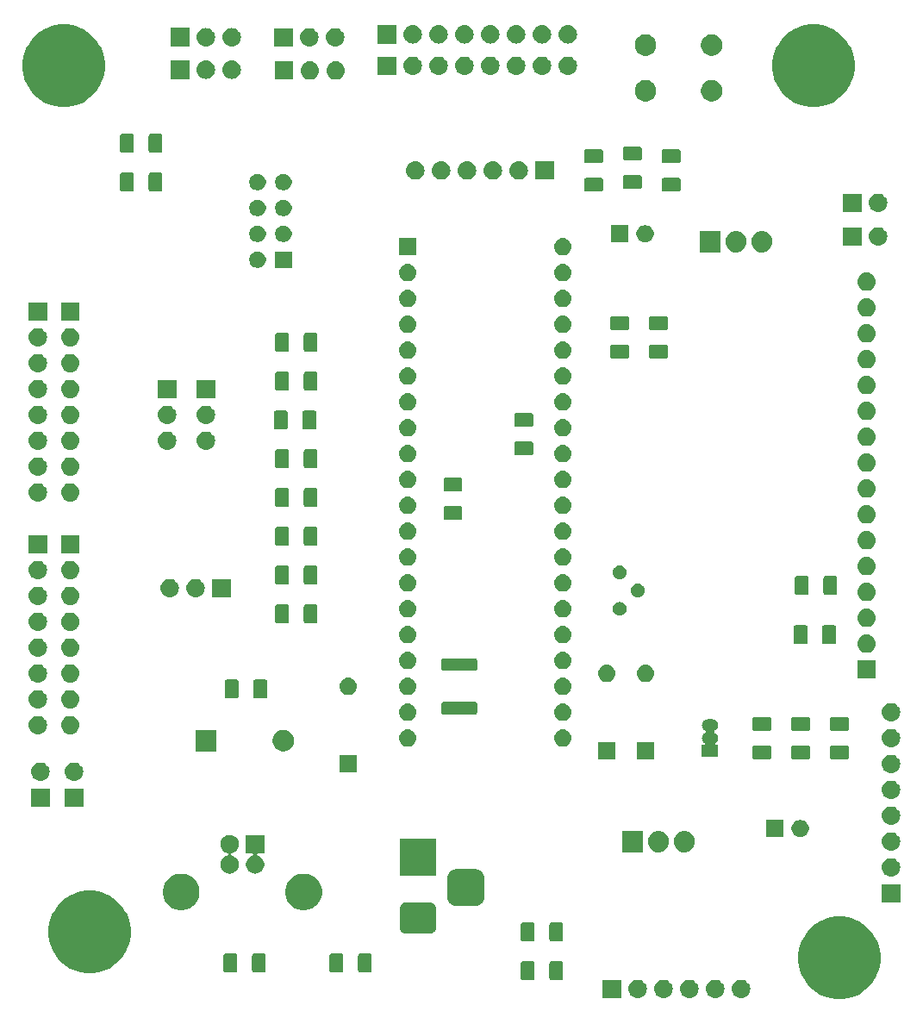
<source format=gbs>
G04 #@! TF.GenerationSoftware,KiCad,Pcbnew,5.1.2-f72e74a~84~ubuntu19.04.1*
G04 #@! TF.CreationDate,2019-06-29T01:26:47-05:00*
G04 #@! TF.ProjectId,pic18,70696331-382e-46b6-9963-61645f706362,rev?*
G04 #@! TF.SameCoordinates,Original*
G04 #@! TF.FileFunction,Soldermask,Bot*
G04 #@! TF.FilePolarity,Negative*
%FSLAX46Y46*%
G04 Gerber Fmt 4.6, Leading zero omitted, Abs format (unit mm)*
G04 Created by KiCad (PCBNEW 5.1.2-f72e74a~84~ubuntu19.04.1) date 2019-06-29 01:26:47*
%MOMM*%
%LPD*%
G04 APERTURE LIST*
%ADD10C,0.100000*%
G04 APERTURE END LIST*
D10*
G36*
X181521632Y-131994677D02*
G01*
X181827005Y-132121167D01*
X182258868Y-132300050D01*
X182922362Y-132743383D01*
X183486617Y-133307638D01*
X183929950Y-133971132D01*
X184056230Y-134276000D01*
X184235323Y-134708368D01*
X184391000Y-135491010D01*
X184391000Y-136288990D01*
X184235323Y-137071632D01*
X184108833Y-137377005D01*
X183929950Y-137808868D01*
X183486617Y-138472362D01*
X182922362Y-139036617D01*
X182258868Y-139479950D01*
X181827005Y-139658833D01*
X181521632Y-139785323D01*
X180738990Y-139941000D01*
X179941010Y-139941000D01*
X179158368Y-139785323D01*
X178852995Y-139658833D01*
X178421132Y-139479950D01*
X177757638Y-139036617D01*
X177193383Y-138472362D01*
X176750050Y-137808868D01*
X176571167Y-137377005D01*
X176444677Y-137071632D01*
X176289000Y-136288990D01*
X176289000Y-135491010D01*
X176444677Y-134708368D01*
X176623770Y-134276000D01*
X176750050Y-133971132D01*
X177193383Y-133307638D01*
X177757638Y-132743383D01*
X178421132Y-132300050D01*
X178852995Y-132121167D01*
X179158368Y-131994677D01*
X179941010Y-131839000D01*
X180738990Y-131839000D01*
X181521632Y-131994677D01*
X181521632Y-131994677D01*
G37*
G36*
X170798442Y-138043518D02*
G01*
X170864627Y-138050037D01*
X171034466Y-138101557D01*
X171190991Y-138185222D01*
X171226729Y-138214552D01*
X171328186Y-138297814D01*
X171403019Y-138389000D01*
X171440778Y-138435009D01*
X171524443Y-138591534D01*
X171575963Y-138761373D01*
X171593359Y-138938000D01*
X171575963Y-139114627D01*
X171524443Y-139284466D01*
X171440778Y-139440991D01*
X171411448Y-139476729D01*
X171328186Y-139578186D01*
X171226729Y-139661448D01*
X171190991Y-139690778D01*
X171034466Y-139774443D01*
X170864627Y-139825963D01*
X170798443Y-139832481D01*
X170732260Y-139839000D01*
X170643740Y-139839000D01*
X170577557Y-139832481D01*
X170511373Y-139825963D01*
X170341534Y-139774443D01*
X170185009Y-139690778D01*
X170149271Y-139661448D01*
X170047814Y-139578186D01*
X169964552Y-139476729D01*
X169935222Y-139440991D01*
X169851557Y-139284466D01*
X169800037Y-139114627D01*
X169782641Y-138938000D01*
X169800037Y-138761373D01*
X169851557Y-138591534D01*
X169935222Y-138435009D01*
X169972981Y-138389000D01*
X170047814Y-138297814D01*
X170149271Y-138214552D01*
X170185009Y-138185222D01*
X170341534Y-138101557D01*
X170511373Y-138050037D01*
X170577558Y-138043518D01*
X170643740Y-138037000D01*
X170732260Y-138037000D01*
X170798442Y-138043518D01*
X170798442Y-138043518D01*
G37*
G36*
X158889000Y-139839000D02*
G01*
X157087000Y-139839000D01*
X157087000Y-138037000D01*
X158889000Y-138037000D01*
X158889000Y-139839000D01*
X158889000Y-139839000D01*
G37*
G36*
X160638442Y-138043518D02*
G01*
X160704627Y-138050037D01*
X160874466Y-138101557D01*
X161030991Y-138185222D01*
X161066729Y-138214552D01*
X161168186Y-138297814D01*
X161243019Y-138389000D01*
X161280778Y-138435009D01*
X161364443Y-138591534D01*
X161415963Y-138761373D01*
X161433359Y-138938000D01*
X161415963Y-139114627D01*
X161364443Y-139284466D01*
X161280778Y-139440991D01*
X161251448Y-139476729D01*
X161168186Y-139578186D01*
X161066729Y-139661448D01*
X161030991Y-139690778D01*
X160874466Y-139774443D01*
X160704627Y-139825963D01*
X160638443Y-139832481D01*
X160572260Y-139839000D01*
X160483740Y-139839000D01*
X160417557Y-139832481D01*
X160351373Y-139825963D01*
X160181534Y-139774443D01*
X160025009Y-139690778D01*
X159989271Y-139661448D01*
X159887814Y-139578186D01*
X159804552Y-139476729D01*
X159775222Y-139440991D01*
X159691557Y-139284466D01*
X159640037Y-139114627D01*
X159622641Y-138938000D01*
X159640037Y-138761373D01*
X159691557Y-138591534D01*
X159775222Y-138435009D01*
X159812981Y-138389000D01*
X159887814Y-138297814D01*
X159989271Y-138214552D01*
X160025009Y-138185222D01*
X160181534Y-138101557D01*
X160351373Y-138050037D01*
X160417558Y-138043518D01*
X160483740Y-138037000D01*
X160572260Y-138037000D01*
X160638442Y-138043518D01*
X160638442Y-138043518D01*
G37*
G36*
X165718442Y-138043518D02*
G01*
X165784627Y-138050037D01*
X165954466Y-138101557D01*
X166110991Y-138185222D01*
X166146729Y-138214552D01*
X166248186Y-138297814D01*
X166323019Y-138389000D01*
X166360778Y-138435009D01*
X166444443Y-138591534D01*
X166495963Y-138761373D01*
X166513359Y-138938000D01*
X166495963Y-139114627D01*
X166444443Y-139284466D01*
X166360778Y-139440991D01*
X166331448Y-139476729D01*
X166248186Y-139578186D01*
X166146729Y-139661448D01*
X166110991Y-139690778D01*
X165954466Y-139774443D01*
X165784627Y-139825963D01*
X165718443Y-139832481D01*
X165652260Y-139839000D01*
X165563740Y-139839000D01*
X165497557Y-139832481D01*
X165431373Y-139825963D01*
X165261534Y-139774443D01*
X165105009Y-139690778D01*
X165069271Y-139661448D01*
X164967814Y-139578186D01*
X164884552Y-139476729D01*
X164855222Y-139440991D01*
X164771557Y-139284466D01*
X164720037Y-139114627D01*
X164702641Y-138938000D01*
X164720037Y-138761373D01*
X164771557Y-138591534D01*
X164855222Y-138435009D01*
X164892981Y-138389000D01*
X164967814Y-138297814D01*
X165069271Y-138214552D01*
X165105009Y-138185222D01*
X165261534Y-138101557D01*
X165431373Y-138050037D01*
X165497558Y-138043518D01*
X165563740Y-138037000D01*
X165652260Y-138037000D01*
X165718442Y-138043518D01*
X165718442Y-138043518D01*
G37*
G36*
X163178442Y-138043518D02*
G01*
X163244627Y-138050037D01*
X163414466Y-138101557D01*
X163570991Y-138185222D01*
X163606729Y-138214552D01*
X163708186Y-138297814D01*
X163783019Y-138389000D01*
X163820778Y-138435009D01*
X163904443Y-138591534D01*
X163955963Y-138761373D01*
X163973359Y-138938000D01*
X163955963Y-139114627D01*
X163904443Y-139284466D01*
X163820778Y-139440991D01*
X163791448Y-139476729D01*
X163708186Y-139578186D01*
X163606729Y-139661448D01*
X163570991Y-139690778D01*
X163414466Y-139774443D01*
X163244627Y-139825963D01*
X163178443Y-139832481D01*
X163112260Y-139839000D01*
X163023740Y-139839000D01*
X162957557Y-139832481D01*
X162891373Y-139825963D01*
X162721534Y-139774443D01*
X162565009Y-139690778D01*
X162529271Y-139661448D01*
X162427814Y-139578186D01*
X162344552Y-139476729D01*
X162315222Y-139440991D01*
X162231557Y-139284466D01*
X162180037Y-139114627D01*
X162162641Y-138938000D01*
X162180037Y-138761373D01*
X162231557Y-138591534D01*
X162315222Y-138435009D01*
X162352981Y-138389000D01*
X162427814Y-138297814D01*
X162529271Y-138214552D01*
X162565009Y-138185222D01*
X162721534Y-138101557D01*
X162891373Y-138050037D01*
X162957558Y-138043518D01*
X163023740Y-138037000D01*
X163112260Y-138037000D01*
X163178442Y-138043518D01*
X163178442Y-138043518D01*
G37*
G36*
X168258442Y-138043518D02*
G01*
X168324627Y-138050037D01*
X168494466Y-138101557D01*
X168650991Y-138185222D01*
X168686729Y-138214552D01*
X168788186Y-138297814D01*
X168863019Y-138389000D01*
X168900778Y-138435009D01*
X168984443Y-138591534D01*
X169035963Y-138761373D01*
X169053359Y-138938000D01*
X169035963Y-139114627D01*
X168984443Y-139284466D01*
X168900778Y-139440991D01*
X168871448Y-139476729D01*
X168788186Y-139578186D01*
X168686729Y-139661448D01*
X168650991Y-139690778D01*
X168494466Y-139774443D01*
X168324627Y-139825963D01*
X168258443Y-139832481D01*
X168192260Y-139839000D01*
X168103740Y-139839000D01*
X168037557Y-139832481D01*
X167971373Y-139825963D01*
X167801534Y-139774443D01*
X167645009Y-139690778D01*
X167609271Y-139661448D01*
X167507814Y-139578186D01*
X167424552Y-139476729D01*
X167395222Y-139440991D01*
X167311557Y-139284466D01*
X167260037Y-139114627D01*
X167242641Y-138938000D01*
X167260037Y-138761373D01*
X167311557Y-138591534D01*
X167395222Y-138435009D01*
X167432981Y-138389000D01*
X167507814Y-138297814D01*
X167609271Y-138214552D01*
X167645009Y-138185222D01*
X167801534Y-138101557D01*
X167971373Y-138050037D01*
X168037558Y-138043518D01*
X168103740Y-138037000D01*
X168192260Y-138037000D01*
X168258442Y-138043518D01*
X168258442Y-138043518D01*
G37*
G36*
X150248604Y-136238347D02*
G01*
X150285144Y-136249432D01*
X150318821Y-136267433D01*
X150348341Y-136291659D01*
X150372567Y-136321179D01*
X150390568Y-136354856D01*
X150401653Y-136391396D01*
X150406000Y-136435538D01*
X150406000Y-137884462D01*
X150401653Y-137928604D01*
X150390568Y-137965144D01*
X150372567Y-137998821D01*
X150348341Y-138028341D01*
X150318821Y-138052567D01*
X150285144Y-138070568D01*
X150248604Y-138081653D01*
X150204462Y-138086000D01*
X149255538Y-138086000D01*
X149211396Y-138081653D01*
X149174856Y-138070568D01*
X149141179Y-138052567D01*
X149111659Y-138028341D01*
X149087433Y-137998821D01*
X149069432Y-137965144D01*
X149058347Y-137928604D01*
X149054000Y-137884462D01*
X149054000Y-136435538D01*
X149058347Y-136391396D01*
X149069432Y-136354856D01*
X149087433Y-136321179D01*
X149111659Y-136291659D01*
X149141179Y-136267433D01*
X149174856Y-136249432D01*
X149211396Y-136238347D01*
X149255538Y-136234000D01*
X150204462Y-136234000D01*
X150248604Y-136238347D01*
X150248604Y-136238347D01*
G37*
G36*
X153048604Y-136238347D02*
G01*
X153085144Y-136249432D01*
X153118821Y-136267433D01*
X153148341Y-136291659D01*
X153172567Y-136321179D01*
X153190568Y-136354856D01*
X153201653Y-136391396D01*
X153206000Y-136435538D01*
X153206000Y-137884462D01*
X153201653Y-137928604D01*
X153190568Y-137965144D01*
X153172567Y-137998821D01*
X153148341Y-138028341D01*
X153118821Y-138052567D01*
X153085144Y-138070568D01*
X153048604Y-138081653D01*
X153004462Y-138086000D01*
X152055538Y-138086000D01*
X152011396Y-138081653D01*
X151974856Y-138070568D01*
X151941179Y-138052567D01*
X151911659Y-138028341D01*
X151887433Y-137998821D01*
X151869432Y-137965144D01*
X151858347Y-137928604D01*
X151854000Y-137884462D01*
X151854000Y-136435538D01*
X151858347Y-136391396D01*
X151869432Y-136354856D01*
X151887433Y-136321179D01*
X151911659Y-136291659D01*
X151941179Y-136267433D01*
X151974856Y-136249432D01*
X152011396Y-136238347D01*
X152055538Y-136234000D01*
X153004462Y-136234000D01*
X153048604Y-136238347D01*
X153048604Y-136238347D01*
G37*
G36*
X107861632Y-129454677D02*
G01*
X108167005Y-129581167D01*
X108598868Y-129760050D01*
X109262362Y-130203383D01*
X109826617Y-130767638D01*
X110269950Y-131431132D01*
X110284389Y-131465992D01*
X110575323Y-132168368D01*
X110731000Y-132951010D01*
X110731000Y-133748990D01*
X110575323Y-134531632D01*
X110502117Y-134708367D01*
X110269950Y-135268868D01*
X109826617Y-135932362D01*
X109262362Y-136496617D01*
X108598868Y-136939950D01*
X108280956Y-137071633D01*
X107861632Y-137245323D01*
X107078990Y-137401000D01*
X106281010Y-137401000D01*
X105498368Y-137245323D01*
X105079044Y-137071633D01*
X104761132Y-136939950D01*
X104097638Y-136496617D01*
X103533383Y-135932362D01*
X103090050Y-135268868D01*
X102857883Y-134708367D01*
X102784677Y-134531632D01*
X102629000Y-133748990D01*
X102629000Y-132951010D01*
X102784677Y-132168368D01*
X103075611Y-131465992D01*
X103090050Y-131431132D01*
X103533383Y-130767638D01*
X104097638Y-130203383D01*
X104761132Y-129760050D01*
X105192995Y-129581167D01*
X105498368Y-129454677D01*
X106281010Y-129299000D01*
X107078990Y-129299000D01*
X107861632Y-129454677D01*
X107861632Y-129454677D01*
G37*
G36*
X134252604Y-135476347D02*
G01*
X134289144Y-135487432D01*
X134322821Y-135505433D01*
X134352341Y-135529659D01*
X134376567Y-135559179D01*
X134394568Y-135592856D01*
X134405653Y-135629396D01*
X134410000Y-135673538D01*
X134410000Y-137122462D01*
X134405653Y-137166604D01*
X134394568Y-137203144D01*
X134376567Y-137236821D01*
X134352341Y-137266341D01*
X134322821Y-137290567D01*
X134289144Y-137308568D01*
X134252604Y-137319653D01*
X134208462Y-137324000D01*
X133259538Y-137324000D01*
X133215396Y-137319653D01*
X133178856Y-137308568D01*
X133145179Y-137290567D01*
X133115659Y-137266341D01*
X133091433Y-137236821D01*
X133073432Y-137203144D01*
X133062347Y-137166604D01*
X133058000Y-137122462D01*
X133058000Y-135673538D01*
X133062347Y-135629396D01*
X133073432Y-135592856D01*
X133091433Y-135559179D01*
X133115659Y-135529659D01*
X133145179Y-135505433D01*
X133178856Y-135487432D01*
X133215396Y-135476347D01*
X133259538Y-135472000D01*
X134208462Y-135472000D01*
X134252604Y-135476347D01*
X134252604Y-135476347D01*
G37*
G36*
X131452604Y-135476347D02*
G01*
X131489144Y-135487432D01*
X131522821Y-135505433D01*
X131552341Y-135529659D01*
X131576567Y-135559179D01*
X131594568Y-135592856D01*
X131605653Y-135629396D01*
X131610000Y-135673538D01*
X131610000Y-137122462D01*
X131605653Y-137166604D01*
X131594568Y-137203144D01*
X131576567Y-137236821D01*
X131552341Y-137266341D01*
X131522821Y-137290567D01*
X131489144Y-137308568D01*
X131452604Y-137319653D01*
X131408462Y-137324000D01*
X130459538Y-137324000D01*
X130415396Y-137319653D01*
X130378856Y-137308568D01*
X130345179Y-137290567D01*
X130315659Y-137266341D01*
X130291433Y-137236821D01*
X130273432Y-137203144D01*
X130262347Y-137166604D01*
X130258000Y-137122462D01*
X130258000Y-135673538D01*
X130262347Y-135629396D01*
X130273432Y-135592856D01*
X130291433Y-135559179D01*
X130315659Y-135529659D01*
X130345179Y-135505433D01*
X130378856Y-135487432D01*
X130415396Y-135476347D01*
X130459538Y-135472000D01*
X131408462Y-135472000D01*
X131452604Y-135476347D01*
X131452604Y-135476347D01*
G37*
G36*
X123838604Y-135476347D02*
G01*
X123875144Y-135487432D01*
X123908821Y-135505433D01*
X123938341Y-135529659D01*
X123962567Y-135559179D01*
X123980568Y-135592856D01*
X123991653Y-135629396D01*
X123996000Y-135673538D01*
X123996000Y-137122462D01*
X123991653Y-137166604D01*
X123980568Y-137203144D01*
X123962567Y-137236821D01*
X123938341Y-137266341D01*
X123908821Y-137290567D01*
X123875144Y-137308568D01*
X123838604Y-137319653D01*
X123794462Y-137324000D01*
X122845538Y-137324000D01*
X122801396Y-137319653D01*
X122764856Y-137308568D01*
X122731179Y-137290567D01*
X122701659Y-137266341D01*
X122677433Y-137236821D01*
X122659432Y-137203144D01*
X122648347Y-137166604D01*
X122644000Y-137122462D01*
X122644000Y-135673538D01*
X122648347Y-135629396D01*
X122659432Y-135592856D01*
X122677433Y-135559179D01*
X122701659Y-135529659D01*
X122731179Y-135505433D01*
X122764856Y-135487432D01*
X122801396Y-135476347D01*
X122845538Y-135472000D01*
X123794462Y-135472000D01*
X123838604Y-135476347D01*
X123838604Y-135476347D01*
G37*
G36*
X121038604Y-135476347D02*
G01*
X121075144Y-135487432D01*
X121108821Y-135505433D01*
X121138341Y-135529659D01*
X121162567Y-135559179D01*
X121180568Y-135592856D01*
X121191653Y-135629396D01*
X121196000Y-135673538D01*
X121196000Y-137122462D01*
X121191653Y-137166604D01*
X121180568Y-137203144D01*
X121162567Y-137236821D01*
X121138341Y-137266341D01*
X121108821Y-137290567D01*
X121075144Y-137308568D01*
X121038604Y-137319653D01*
X120994462Y-137324000D01*
X120045538Y-137324000D01*
X120001396Y-137319653D01*
X119964856Y-137308568D01*
X119931179Y-137290567D01*
X119901659Y-137266341D01*
X119877433Y-137236821D01*
X119859432Y-137203144D01*
X119848347Y-137166604D01*
X119844000Y-137122462D01*
X119844000Y-135673538D01*
X119848347Y-135629396D01*
X119859432Y-135592856D01*
X119877433Y-135559179D01*
X119901659Y-135529659D01*
X119931179Y-135505433D01*
X119964856Y-135487432D01*
X120001396Y-135476347D01*
X120045538Y-135472000D01*
X120994462Y-135472000D01*
X121038604Y-135476347D01*
X121038604Y-135476347D01*
G37*
G36*
X153048604Y-132428347D02*
G01*
X153085144Y-132439432D01*
X153118821Y-132457433D01*
X153148341Y-132481659D01*
X153172567Y-132511179D01*
X153190568Y-132544856D01*
X153201653Y-132581396D01*
X153206000Y-132625538D01*
X153206000Y-134074462D01*
X153201653Y-134118604D01*
X153190568Y-134155144D01*
X153172567Y-134188821D01*
X153148341Y-134218341D01*
X153118821Y-134242567D01*
X153085144Y-134260568D01*
X153048604Y-134271653D01*
X153004462Y-134276000D01*
X152055538Y-134276000D01*
X152011396Y-134271653D01*
X151974856Y-134260568D01*
X151941179Y-134242567D01*
X151911659Y-134218341D01*
X151887433Y-134188821D01*
X151869432Y-134155144D01*
X151858347Y-134118604D01*
X151854000Y-134074462D01*
X151854000Y-132625538D01*
X151858347Y-132581396D01*
X151869432Y-132544856D01*
X151887433Y-132511179D01*
X151911659Y-132481659D01*
X151941179Y-132457433D01*
X151974856Y-132439432D01*
X152011396Y-132428347D01*
X152055538Y-132424000D01*
X153004462Y-132424000D01*
X153048604Y-132428347D01*
X153048604Y-132428347D01*
G37*
G36*
X150248604Y-132428347D02*
G01*
X150285144Y-132439432D01*
X150318821Y-132457433D01*
X150348341Y-132481659D01*
X150372567Y-132511179D01*
X150390568Y-132544856D01*
X150401653Y-132581396D01*
X150406000Y-132625538D01*
X150406000Y-134074462D01*
X150401653Y-134118604D01*
X150390568Y-134155144D01*
X150372567Y-134188821D01*
X150348341Y-134218341D01*
X150318821Y-134242567D01*
X150285144Y-134260568D01*
X150248604Y-134271653D01*
X150204462Y-134276000D01*
X149255538Y-134276000D01*
X149211396Y-134271653D01*
X149174856Y-134260568D01*
X149141179Y-134242567D01*
X149111659Y-134218341D01*
X149087433Y-134188821D01*
X149069432Y-134155144D01*
X149058347Y-134118604D01*
X149054000Y-134074462D01*
X149054000Y-132625538D01*
X149058347Y-132581396D01*
X149069432Y-132544856D01*
X149087433Y-132511179D01*
X149111659Y-132481659D01*
X149141179Y-132457433D01*
X149174856Y-132439432D01*
X149211396Y-132428347D01*
X149255538Y-132424000D01*
X150204462Y-132424000D01*
X150248604Y-132428347D01*
X150248604Y-132428347D01*
G37*
G36*
X140164979Y-130447293D02*
G01*
X140298625Y-130487834D01*
X140421784Y-130553664D01*
X140529740Y-130642260D01*
X140618336Y-130750216D01*
X140684166Y-130873375D01*
X140724707Y-131007021D01*
X140739000Y-131152140D01*
X140739000Y-132815860D01*
X140724707Y-132960979D01*
X140684166Y-133094625D01*
X140618336Y-133217784D01*
X140529740Y-133325740D01*
X140421784Y-133414336D01*
X140298625Y-133480166D01*
X140164979Y-133520707D01*
X140019860Y-133535000D01*
X137856140Y-133535000D01*
X137711021Y-133520707D01*
X137577375Y-133480166D01*
X137454216Y-133414336D01*
X137346260Y-133325740D01*
X137257664Y-133217784D01*
X137191834Y-133094625D01*
X137151293Y-132960979D01*
X137137000Y-132815860D01*
X137137000Y-131152140D01*
X137151293Y-131007021D01*
X137191834Y-130873375D01*
X137257664Y-130750216D01*
X137346260Y-130642260D01*
X137454216Y-130553664D01*
X137577375Y-130487834D01*
X137711021Y-130447293D01*
X137856140Y-130433000D01*
X140019860Y-130433000D01*
X140164979Y-130447293D01*
X140164979Y-130447293D01*
G37*
G36*
X128231331Y-127692211D02*
G01*
X128559092Y-127827974D01*
X128854070Y-128025072D01*
X129104928Y-128275930D01*
X129302026Y-128570908D01*
X129437789Y-128898669D01*
X129507000Y-129246616D01*
X129507000Y-129601384D01*
X129437789Y-129949331D01*
X129302026Y-130277092D01*
X129104928Y-130572070D01*
X128854070Y-130822928D01*
X128559092Y-131020026D01*
X128231331Y-131155789D01*
X127883384Y-131225000D01*
X127528616Y-131225000D01*
X127180669Y-131155789D01*
X126852908Y-131020026D01*
X126557930Y-130822928D01*
X126307072Y-130572070D01*
X126109974Y-130277092D01*
X125974211Y-129949331D01*
X125905000Y-129601384D01*
X125905000Y-129246616D01*
X125974211Y-128898669D01*
X126109974Y-128570908D01*
X126307072Y-128275930D01*
X126557930Y-128025072D01*
X126852908Y-127827974D01*
X127180669Y-127692211D01*
X127528616Y-127623000D01*
X127883384Y-127623000D01*
X128231331Y-127692211D01*
X128231331Y-127692211D01*
G37*
G36*
X116191331Y-127692211D02*
G01*
X116519092Y-127827974D01*
X116814070Y-128025072D01*
X117064928Y-128275930D01*
X117262026Y-128570908D01*
X117397789Y-128898669D01*
X117467000Y-129246616D01*
X117467000Y-129601384D01*
X117397789Y-129949331D01*
X117262026Y-130277092D01*
X117064928Y-130572070D01*
X116814070Y-130822928D01*
X116519092Y-131020026D01*
X116191331Y-131155789D01*
X115843384Y-131225000D01*
X115488616Y-131225000D01*
X115140669Y-131155789D01*
X114812908Y-131020026D01*
X114517930Y-130822928D01*
X114267072Y-130572070D01*
X114069974Y-130277092D01*
X113934211Y-129949331D01*
X113865000Y-129601384D01*
X113865000Y-129246616D01*
X113934211Y-128898669D01*
X114069974Y-128570908D01*
X114267072Y-128275930D01*
X114517930Y-128025072D01*
X114812908Y-127827974D01*
X115140669Y-127692211D01*
X115488616Y-127623000D01*
X115843384Y-127623000D01*
X116191331Y-127692211D01*
X116191331Y-127692211D01*
G37*
G36*
X144764366Y-127199695D02*
G01*
X144921460Y-127247349D01*
X145066231Y-127324731D01*
X145193128Y-127428872D01*
X145297269Y-127555769D01*
X145374651Y-127700540D01*
X145422305Y-127857634D01*
X145439000Y-128027140D01*
X145439000Y-129940860D01*
X145422305Y-130110366D01*
X145374651Y-130267460D01*
X145297269Y-130412231D01*
X145193128Y-130539128D01*
X145066231Y-130643269D01*
X144921460Y-130720651D01*
X144764366Y-130768305D01*
X144594860Y-130785000D01*
X142681140Y-130785000D01*
X142511634Y-130768305D01*
X142354540Y-130720651D01*
X142209769Y-130643269D01*
X142082872Y-130539128D01*
X141978731Y-130412231D01*
X141901349Y-130267460D01*
X141853695Y-130110366D01*
X141837000Y-129940860D01*
X141837000Y-128027140D01*
X141853695Y-127857634D01*
X141901349Y-127700540D01*
X141978731Y-127555769D01*
X142082872Y-127428872D01*
X142209769Y-127324731D01*
X142354540Y-127247349D01*
X142511634Y-127199695D01*
X142681140Y-127183000D01*
X144594860Y-127183000D01*
X144764366Y-127199695D01*
X144764366Y-127199695D01*
G37*
G36*
X186321000Y-130441000D02*
G01*
X184519000Y-130441000D01*
X184519000Y-128639000D01*
X186321000Y-128639000D01*
X186321000Y-130441000D01*
X186321000Y-130441000D01*
G37*
G36*
X185530443Y-126105519D02*
G01*
X185596627Y-126112037D01*
X185766466Y-126163557D01*
X185922991Y-126247222D01*
X185958729Y-126276552D01*
X186060186Y-126359814D01*
X186135174Y-126451189D01*
X186172778Y-126497009D01*
X186256443Y-126653534D01*
X186307963Y-126823373D01*
X186325359Y-127000000D01*
X186307963Y-127176627D01*
X186256443Y-127346466D01*
X186172778Y-127502991D01*
X186165010Y-127512456D01*
X186060186Y-127640186D01*
X185986643Y-127700540D01*
X185922991Y-127752778D01*
X185766466Y-127836443D01*
X185596627Y-127887963D01*
X185530442Y-127894482D01*
X185464260Y-127901000D01*
X185375740Y-127901000D01*
X185309558Y-127894482D01*
X185243373Y-127887963D01*
X185073534Y-127836443D01*
X184917009Y-127752778D01*
X184853357Y-127700540D01*
X184779814Y-127640186D01*
X184674990Y-127512456D01*
X184667222Y-127502991D01*
X184583557Y-127346466D01*
X184532037Y-127176627D01*
X184514641Y-127000000D01*
X184532037Y-126823373D01*
X184583557Y-126653534D01*
X184667222Y-126497009D01*
X184704826Y-126451189D01*
X184779814Y-126359814D01*
X184881271Y-126276552D01*
X184917009Y-126247222D01*
X185073534Y-126163557D01*
X185243373Y-126112037D01*
X185309557Y-126105519D01*
X185375740Y-126099000D01*
X185464260Y-126099000D01*
X185530443Y-126105519D01*
X185530443Y-126105519D01*
G37*
G36*
X140739000Y-127785000D02*
G01*
X137137000Y-127785000D01*
X137137000Y-124183000D01*
X140739000Y-124183000D01*
X140739000Y-127785000D01*
X140739000Y-127785000D01*
G37*
G36*
X123837000Y-125615000D02*
G01*
X123265617Y-125615000D01*
X123241231Y-125617402D01*
X123217782Y-125624515D01*
X123196171Y-125636066D01*
X123177229Y-125651611D01*
X123161684Y-125670553D01*
X123150133Y-125692164D01*
X123143020Y-125715613D01*
X123140618Y-125739999D01*
X123143020Y-125764385D01*
X123150133Y-125787834D01*
X123161684Y-125809445D01*
X123177229Y-125828387D01*
X123196171Y-125843932D01*
X123217771Y-125855477D01*
X123362784Y-125915544D01*
X123510354Y-126014147D01*
X123635853Y-126139646D01*
X123734456Y-126287216D01*
X123802376Y-126451188D01*
X123837000Y-126625259D01*
X123837000Y-126802741D01*
X123802376Y-126976812D01*
X123734456Y-127140784D01*
X123635853Y-127288354D01*
X123510354Y-127413853D01*
X123362784Y-127512456D01*
X123198812Y-127580376D01*
X123049512Y-127610073D01*
X123024742Y-127615000D01*
X122847258Y-127615000D01*
X122822488Y-127610073D01*
X122673188Y-127580376D01*
X122509216Y-127512456D01*
X122361646Y-127413853D01*
X122236147Y-127288354D01*
X122137544Y-127140784D01*
X122069624Y-126976812D01*
X122035000Y-126802741D01*
X122035000Y-126625259D01*
X122069624Y-126451188D01*
X122137544Y-126287216D01*
X122236147Y-126139646D01*
X122361646Y-126014147D01*
X122509216Y-125915544D01*
X122654229Y-125855477D01*
X122675829Y-125843932D01*
X122694771Y-125828387D01*
X122710316Y-125809445D01*
X122721867Y-125787834D01*
X122728980Y-125764385D01*
X122731382Y-125739999D01*
X122728980Y-125715613D01*
X122721867Y-125692164D01*
X122710316Y-125670553D01*
X122694771Y-125651611D01*
X122675829Y-125636066D01*
X122654218Y-125624515D01*
X122630769Y-125617402D01*
X122606383Y-125615000D01*
X122035000Y-125615000D01*
X122035000Y-123813000D01*
X123837000Y-123813000D01*
X123837000Y-125615000D01*
X123837000Y-125615000D01*
G37*
G36*
X120549512Y-123817927D02*
G01*
X120698812Y-123847624D01*
X120862784Y-123915544D01*
X121010354Y-124014147D01*
X121135853Y-124139646D01*
X121234456Y-124287216D01*
X121302376Y-124451188D01*
X121337000Y-124625259D01*
X121337000Y-124802741D01*
X121302376Y-124976812D01*
X121234456Y-125140784D01*
X121135853Y-125288354D01*
X121010354Y-125413853D01*
X120862784Y-125512456D01*
X120698812Y-125580376D01*
X120643362Y-125591405D01*
X120619922Y-125598516D01*
X120598311Y-125610067D01*
X120579369Y-125625613D01*
X120563824Y-125644555D01*
X120552273Y-125666165D01*
X120545160Y-125689614D01*
X120542758Y-125714000D01*
X120545160Y-125738387D01*
X120552273Y-125761835D01*
X120563824Y-125783446D01*
X120579370Y-125802388D01*
X120598312Y-125817933D01*
X120619922Y-125829484D01*
X120643362Y-125836595D01*
X120698812Y-125847624D01*
X120862784Y-125915544D01*
X121010354Y-126014147D01*
X121135853Y-126139646D01*
X121234456Y-126287216D01*
X121302376Y-126451188D01*
X121337000Y-126625259D01*
X121337000Y-126802741D01*
X121302376Y-126976812D01*
X121234456Y-127140784D01*
X121135853Y-127288354D01*
X121010354Y-127413853D01*
X120862784Y-127512456D01*
X120698812Y-127580376D01*
X120549512Y-127610073D01*
X120524742Y-127615000D01*
X120347258Y-127615000D01*
X120322488Y-127610073D01*
X120173188Y-127580376D01*
X120009216Y-127512456D01*
X119861646Y-127413853D01*
X119736147Y-127288354D01*
X119637544Y-127140784D01*
X119569624Y-126976812D01*
X119535000Y-126802741D01*
X119535000Y-126625259D01*
X119569624Y-126451188D01*
X119637544Y-126287216D01*
X119736147Y-126139646D01*
X119861646Y-126014147D01*
X120009216Y-125915544D01*
X120173188Y-125847624D01*
X120228638Y-125836595D01*
X120252078Y-125829484D01*
X120273689Y-125817933D01*
X120292631Y-125802387D01*
X120308176Y-125783445D01*
X120319727Y-125761835D01*
X120326840Y-125738386D01*
X120329242Y-125714000D01*
X120326840Y-125689613D01*
X120319727Y-125666165D01*
X120308176Y-125644554D01*
X120292630Y-125625612D01*
X120273688Y-125610067D01*
X120252078Y-125598516D01*
X120228638Y-125591405D01*
X120173188Y-125580376D01*
X120009216Y-125512456D01*
X119861646Y-125413853D01*
X119736147Y-125288354D01*
X119637544Y-125140784D01*
X119569624Y-124976812D01*
X119535000Y-124802741D01*
X119535000Y-124625259D01*
X119569624Y-124451188D01*
X119637544Y-124287216D01*
X119736147Y-124139646D01*
X119861646Y-124014147D01*
X120009216Y-123915544D01*
X120173188Y-123847624D01*
X120322488Y-123817927D01*
X120347258Y-123813000D01*
X120524742Y-123813000D01*
X120549512Y-123817927D01*
X120549512Y-123817927D01*
G37*
G36*
X162756719Y-123423520D02*
G01*
X162945880Y-123480901D01*
X162945883Y-123480902D01*
X163038333Y-123530318D01*
X163120212Y-123574083D01*
X163273015Y-123699485D01*
X163398417Y-123852288D01*
X163491599Y-124026619D01*
X163548980Y-124215780D01*
X163563500Y-124363206D01*
X163563500Y-124556793D01*
X163548980Y-124704219D01*
X163517964Y-124806466D01*
X163491598Y-124893383D01*
X163454391Y-124962991D01*
X163398417Y-125067712D01*
X163273015Y-125220515D01*
X163120212Y-125345917D01*
X162945881Y-125439099D01*
X162756720Y-125496480D01*
X162560000Y-125515855D01*
X162363281Y-125496480D01*
X162174120Y-125439099D01*
X161999788Y-125345917D01*
X161846985Y-125220515D01*
X161721583Y-125067712D01*
X161628401Y-124893381D01*
X161571020Y-124704220D01*
X161556500Y-124556794D01*
X161556500Y-124363207D01*
X161571020Y-124215781D01*
X161628401Y-124026620D01*
X161628402Y-124026617D01*
X161687772Y-123915544D01*
X161721583Y-123852288D01*
X161846985Y-123699485D01*
X161999788Y-123574083D01*
X162174119Y-123480901D01*
X162363280Y-123423520D01*
X162560000Y-123404145D01*
X162756719Y-123423520D01*
X162756719Y-123423520D01*
G37*
G36*
X165296719Y-123423520D02*
G01*
X165485880Y-123480901D01*
X165485883Y-123480902D01*
X165578333Y-123530318D01*
X165660212Y-123574083D01*
X165813015Y-123699485D01*
X165938417Y-123852288D01*
X166031599Y-124026619D01*
X166088980Y-124215780D01*
X166103500Y-124363206D01*
X166103500Y-124556793D01*
X166088980Y-124704219D01*
X166057964Y-124806466D01*
X166031598Y-124893383D01*
X165994391Y-124962991D01*
X165938417Y-125067712D01*
X165813015Y-125220515D01*
X165660212Y-125345917D01*
X165485881Y-125439099D01*
X165296720Y-125496480D01*
X165100000Y-125515855D01*
X164903281Y-125496480D01*
X164714120Y-125439099D01*
X164539788Y-125345917D01*
X164386985Y-125220515D01*
X164261583Y-125067712D01*
X164168401Y-124893381D01*
X164111020Y-124704220D01*
X164096500Y-124556794D01*
X164096500Y-124363207D01*
X164111020Y-124215781D01*
X164168401Y-124026620D01*
X164168402Y-124026617D01*
X164227772Y-123915544D01*
X164261583Y-123852288D01*
X164386985Y-123699485D01*
X164539788Y-123574083D01*
X164714119Y-123480901D01*
X164903280Y-123423520D01*
X165100000Y-123404145D01*
X165296719Y-123423520D01*
X165296719Y-123423520D01*
G37*
G36*
X161023500Y-125511000D02*
G01*
X159016500Y-125511000D01*
X159016500Y-123409000D01*
X161023500Y-123409000D01*
X161023500Y-125511000D01*
X161023500Y-125511000D01*
G37*
G36*
X185530442Y-123565518D02*
G01*
X185596627Y-123572037D01*
X185766466Y-123623557D01*
X185922991Y-123707222D01*
X185953768Y-123732480D01*
X186060186Y-123819814D01*
X186138748Y-123915544D01*
X186172778Y-123957009D01*
X186256443Y-124113534D01*
X186307963Y-124283373D01*
X186325359Y-124460000D01*
X186307963Y-124636627D01*
X186256443Y-124806466D01*
X186172778Y-124962991D01*
X186161436Y-124976811D01*
X186060186Y-125100186D01*
X185958729Y-125183448D01*
X185922991Y-125212778D01*
X185766466Y-125296443D01*
X185596627Y-125347963D01*
X185530442Y-125354482D01*
X185464260Y-125361000D01*
X185375740Y-125361000D01*
X185309558Y-125354482D01*
X185243373Y-125347963D01*
X185073534Y-125296443D01*
X184917009Y-125212778D01*
X184881271Y-125183448D01*
X184779814Y-125100186D01*
X184678564Y-124976811D01*
X184667222Y-124962991D01*
X184583557Y-124806466D01*
X184532037Y-124636627D01*
X184514641Y-124460000D01*
X184532037Y-124283373D01*
X184583557Y-124113534D01*
X184667222Y-123957009D01*
X184701252Y-123915544D01*
X184779814Y-123819814D01*
X184886232Y-123732480D01*
X184917009Y-123707222D01*
X185073534Y-123623557D01*
X185243373Y-123572037D01*
X185309558Y-123565518D01*
X185375740Y-123559000D01*
X185464260Y-123559000D01*
X185530442Y-123565518D01*
X185530442Y-123565518D01*
G37*
G36*
X176738228Y-122371703D02*
G01*
X176893100Y-122435853D01*
X177032481Y-122528985D01*
X177151015Y-122647519D01*
X177244147Y-122786900D01*
X177308297Y-122941772D01*
X177341000Y-123106184D01*
X177341000Y-123273816D01*
X177308297Y-123438228D01*
X177244147Y-123593100D01*
X177151015Y-123732481D01*
X177032481Y-123851015D01*
X176893100Y-123944147D01*
X176738228Y-124008297D01*
X176573816Y-124041000D01*
X176406184Y-124041000D01*
X176241772Y-124008297D01*
X176086900Y-123944147D01*
X175947519Y-123851015D01*
X175828985Y-123732481D01*
X175735853Y-123593100D01*
X175671703Y-123438228D01*
X175639000Y-123273816D01*
X175639000Y-123106184D01*
X175671703Y-122941772D01*
X175735853Y-122786900D01*
X175828985Y-122647519D01*
X175947519Y-122528985D01*
X176086900Y-122435853D01*
X176241772Y-122371703D01*
X176406184Y-122339000D01*
X176573816Y-122339000D01*
X176738228Y-122371703D01*
X176738228Y-122371703D01*
G37*
G36*
X174841000Y-124041000D02*
G01*
X173139000Y-124041000D01*
X173139000Y-122339000D01*
X174841000Y-122339000D01*
X174841000Y-124041000D01*
X174841000Y-124041000D01*
G37*
G36*
X185530442Y-121025518D02*
G01*
X185596627Y-121032037D01*
X185766466Y-121083557D01*
X185922991Y-121167222D01*
X185958729Y-121196552D01*
X186060186Y-121279814D01*
X186143448Y-121381271D01*
X186172778Y-121417009D01*
X186256443Y-121573534D01*
X186307963Y-121743373D01*
X186325359Y-121920000D01*
X186307963Y-122096627D01*
X186256443Y-122266466D01*
X186172778Y-122422991D01*
X186162223Y-122435852D01*
X186060186Y-122560186D01*
X185958729Y-122643448D01*
X185922991Y-122672778D01*
X185766466Y-122756443D01*
X185596627Y-122807963D01*
X185530443Y-122814481D01*
X185464260Y-122821000D01*
X185375740Y-122821000D01*
X185309557Y-122814481D01*
X185243373Y-122807963D01*
X185073534Y-122756443D01*
X184917009Y-122672778D01*
X184881271Y-122643448D01*
X184779814Y-122560186D01*
X184677777Y-122435852D01*
X184667222Y-122422991D01*
X184583557Y-122266466D01*
X184532037Y-122096627D01*
X184514641Y-121920000D01*
X184532037Y-121743373D01*
X184583557Y-121573534D01*
X184667222Y-121417009D01*
X184696552Y-121381271D01*
X184779814Y-121279814D01*
X184881271Y-121196552D01*
X184917009Y-121167222D01*
X185073534Y-121083557D01*
X185243373Y-121032037D01*
X185309558Y-121025518D01*
X185375740Y-121019000D01*
X185464260Y-121019000D01*
X185530442Y-121025518D01*
X185530442Y-121025518D01*
G37*
G36*
X106057000Y-121043000D02*
G01*
X104255000Y-121043000D01*
X104255000Y-119241000D01*
X106057000Y-119241000D01*
X106057000Y-121043000D01*
X106057000Y-121043000D01*
G37*
G36*
X102755000Y-121043000D02*
G01*
X100953000Y-121043000D01*
X100953000Y-119241000D01*
X102755000Y-119241000D01*
X102755000Y-121043000D01*
X102755000Y-121043000D01*
G37*
G36*
X185530442Y-118485518D02*
G01*
X185596627Y-118492037D01*
X185766466Y-118543557D01*
X185922991Y-118627222D01*
X185958729Y-118656552D01*
X186060186Y-118739814D01*
X186143448Y-118841271D01*
X186172778Y-118877009D01*
X186256443Y-119033534D01*
X186307963Y-119203373D01*
X186325359Y-119380000D01*
X186307963Y-119556627D01*
X186256443Y-119726466D01*
X186172778Y-119882991D01*
X186143448Y-119918729D01*
X186060186Y-120020186D01*
X185958729Y-120103448D01*
X185922991Y-120132778D01*
X185766466Y-120216443D01*
X185596627Y-120267963D01*
X185530442Y-120274482D01*
X185464260Y-120281000D01*
X185375740Y-120281000D01*
X185309558Y-120274482D01*
X185243373Y-120267963D01*
X185073534Y-120216443D01*
X184917009Y-120132778D01*
X184881271Y-120103448D01*
X184779814Y-120020186D01*
X184696552Y-119918729D01*
X184667222Y-119882991D01*
X184583557Y-119726466D01*
X184532037Y-119556627D01*
X184514641Y-119380000D01*
X184532037Y-119203373D01*
X184583557Y-119033534D01*
X184667222Y-118877009D01*
X184696552Y-118841271D01*
X184779814Y-118739814D01*
X184881271Y-118656552D01*
X184917009Y-118627222D01*
X185073534Y-118543557D01*
X185243373Y-118492037D01*
X185309558Y-118485518D01*
X185375740Y-118479000D01*
X185464260Y-118479000D01*
X185530442Y-118485518D01*
X185530442Y-118485518D01*
G37*
G36*
X105266442Y-116707518D02*
G01*
X105332627Y-116714037D01*
X105502466Y-116765557D01*
X105658991Y-116849222D01*
X105694729Y-116878552D01*
X105796186Y-116961814D01*
X105879448Y-117063271D01*
X105908778Y-117099009D01*
X105992443Y-117255534D01*
X106043963Y-117425373D01*
X106061359Y-117602000D01*
X106043963Y-117778627D01*
X105992443Y-117948466D01*
X105908778Y-118104991D01*
X105879448Y-118140729D01*
X105796186Y-118242186D01*
X105694729Y-118325448D01*
X105658991Y-118354778D01*
X105502466Y-118438443D01*
X105332627Y-118489963D01*
X105266443Y-118496481D01*
X105200260Y-118503000D01*
X105111740Y-118503000D01*
X105045557Y-118496481D01*
X104979373Y-118489963D01*
X104809534Y-118438443D01*
X104653009Y-118354778D01*
X104617271Y-118325448D01*
X104515814Y-118242186D01*
X104432552Y-118140729D01*
X104403222Y-118104991D01*
X104319557Y-117948466D01*
X104268037Y-117778627D01*
X104250641Y-117602000D01*
X104268037Y-117425373D01*
X104319557Y-117255534D01*
X104403222Y-117099009D01*
X104432552Y-117063271D01*
X104515814Y-116961814D01*
X104617271Y-116878552D01*
X104653009Y-116849222D01*
X104809534Y-116765557D01*
X104979373Y-116714037D01*
X105045558Y-116707518D01*
X105111740Y-116701000D01*
X105200260Y-116701000D01*
X105266442Y-116707518D01*
X105266442Y-116707518D01*
G37*
G36*
X101964442Y-116707518D02*
G01*
X102030627Y-116714037D01*
X102200466Y-116765557D01*
X102356991Y-116849222D01*
X102392729Y-116878552D01*
X102494186Y-116961814D01*
X102577448Y-117063271D01*
X102606778Y-117099009D01*
X102690443Y-117255534D01*
X102741963Y-117425373D01*
X102759359Y-117602000D01*
X102741963Y-117778627D01*
X102690443Y-117948466D01*
X102606778Y-118104991D01*
X102577448Y-118140729D01*
X102494186Y-118242186D01*
X102392729Y-118325448D01*
X102356991Y-118354778D01*
X102200466Y-118438443D01*
X102030627Y-118489963D01*
X101964443Y-118496481D01*
X101898260Y-118503000D01*
X101809740Y-118503000D01*
X101743557Y-118496481D01*
X101677373Y-118489963D01*
X101507534Y-118438443D01*
X101351009Y-118354778D01*
X101315271Y-118325448D01*
X101213814Y-118242186D01*
X101130552Y-118140729D01*
X101101222Y-118104991D01*
X101017557Y-117948466D01*
X100966037Y-117778627D01*
X100948641Y-117602000D01*
X100966037Y-117425373D01*
X101017557Y-117255534D01*
X101101222Y-117099009D01*
X101130552Y-117063271D01*
X101213814Y-116961814D01*
X101315271Y-116878552D01*
X101351009Y-116849222D01*
X101507534Y-116765557D01*
X101677373Y-116714037D01*
X101743558Y-116707518D01*
X101809740Y-116701000D01*
X101898260Y-116701000D01*
X101964442Y-116707518D01*
X101964442Y-116707518D01*
G37*
G36*
X185530442Y-115945518D02*
G01*
X185596627Y-115952037D01*
X185766466Y-116003557D01*
X185922991Y-116087222D01*
X185945384Y-116105600D01*
X186060186Y-116199814D01*
X186133231Y-116288821D01*
X186172778Y-116337009D01*
X186256443Y-116493534D01*
X186307963Y-116663373D01*
X186325359Y-116840000D01*
X186307963Y-117016627D01*
X186256443Y-117186466D01*
X186172778Y-117342991D01*
X186143448Y-117378729D01*
X186060186Y-117480186D01*
X185958729Y-117563448D01*
X185922991Y-117592778D01*
X185766466Y-117676443D01*
X185596627Y-117727963D01*
X185530442Y-117734482D01*
X185464260Y-117741000D01*
X185375740Y-117741000D01*
X185309558Y-117734482D01*
X185243373Y-117727963D01*
X185073534Y-117676443D01*
X184917009Y-117592778D01*
X184881271Y-117563448D01*
X184779814Y-117480186D01*
X184696552Y-117378729D01*
X184667222Y-117342991D01*
X184583557Y-117186466D01*
X184532037Y-117016627D01*
X184514641Y-116840000D01*
X184532037Y-116663373D01*
X184583557Y-116493534D01*
X184667222Y-116337009D01*
X184706769Y-116288821D01*
X184779814Y-116199814D01*
X184894616Y-116105600D01*
X184917009Y-116087222D01*
X185073534Y-116003557D01*
X185243373Y-115952037D01*
X185309558Y-115945518D01*
X185375740Y-115939000D01*
X185464260Y-115939000D01*
X185530442Y-115945518D01*
X185530442Y-115945518D01*
G37*
G36*
X132931000Y-117691000D02*
G01*
X131229000Y-117691000D01*
X131229000Y-115989000D01*
X132931000Y-115989000D01*
X132931000Y-117691000D01*
X132931000Y-117691000D01*
G37*
G36*
X162141000Y-116421000D02*
G01*
X160439000Y-116421000D01*
X160439000Y-114719000D01*
X162141000Y-114719000D01*
X162141000Y-116421000D01*
X162141000Y-116421000D01*
G37*
G36*
X158331000Y-116421000D02*
G01*
X156629000Y-116421000D01*
X156629000Y-114719000D01*
X158331000Y-114719000D01*
X158331000Y-116421000D01*
X158331000Y-116421000D01*
G37*
G36*
X181108604Y-115028347D02*
G01*
X181145144Y-115039432D01*
X181178821Y-115057433D01*
X181208341Y-115081659D01*
X181232567Y-115111179D01*
X181250568Y-115144856D01*
X181261653Y-115181396D01*
X181266000Y-115225538D01*
X181266000Y-116174462D01*
X181261653Y-116218604D01*
X181250568Y-116255144D01*
X181232567Y-116288821D01*
X181208341Y-116318341D01*
X181178821Y-116342567D01*
X181145144Y-116360568D01*
X181108604Y-116371653D01*
X181064462Y-116376000D01*
X179615538Y-116376000D01*
X179571396Y-116371653D01*
X179534856Y-116360568D01*
X179501179Y-116342567D01*
X179471659Y-116318341D01*
X179447433Y-116288821D01*
X179429432Y-116255144D01*
X179418347Y-116218604D01*
X179414000Y-116174462D01*
X179414000Y-115225538D01*
X179418347Y-115181396D01*
X179429432Y-115144856D01*
X179447433Y-115111179D01*
X179471659Y-115081659D01*
X179501179Y-115057433D01*
X179534856Y-115039432D01*
X179571396Y-115028347D01*
X179615538Y-115024000D01*
X181064462Y-115024000D01*
X181108604Y-115028347D01*
X181108604Y-115028347D01*
G37*
G36*
X173488604Y-115028347D02*
G01*
X173525144Y-115039432D01*
X173558821Y-115057433D01*
X173588341Y-115081659D01*
X173612567Y-115111179D01*
X173630568Y-115144856D01*
X173641653Y-115181396D01*
X173646000Y-115225538D01*
X173646000Y-116174462D01*
X173641653Y-116218604D01*
X173630568Y-116255144D01*
X173612567Y-116288821D01*
X173588341Y-116318341D01*
X173558821Y-116342567D01*
X173525144Y-116360568D01*
X173488604Y-116371653D01*
X173444462Y-116376000D01*
X171995538Y-116376000D01*
X171951396Y-116371653D01*
X171914856Y-116360568D01*
X171881179Y-116342567D01*
X171851659Y-116318341D01*
X171827433Y-116288821D01*
X171809432Y-116255144D01*
X171798347Y-116218604D01*
X171794000Y-116174462D01*
X171794000Y-115225538D01*
X171798347Y-115181396D01*
X171809432Y-115144856D01*
X171827433Y-115111179D01*
X171851659Y-115081659D01*
X171881179Y-115057433D01*
X171914856Y-115039432D01*
X171951396Y-115028347D01*
X171995538Y-115024000D01*
X173444462Y-115024000D01*
X173488604Y-115028347D01*
X173488604Y-115028347D01*
G37*
G36*
X177298604Y-115028347D02*
G01*
X177335144Y-115039432D01*
X177368821Y-115057433D01*
X177398341Y-115081659D01*
X177422567Y-115111179D01*
X177440568Y-115144856D01*
X177451653Y-115181396D01*
X177456000Y-115225538D01*
X177456000Y-116174462D01*
X177451653Y-116218604D01*
X177440568Y-116255144D01*
X177422567Y-116288821D01*
X177398341Y-116318341D01*
X177368821Y-116342567D01*
X177335144Y-116360568D01*
X177298604Y-116371653D01*
X177254462Y-116376000D01*
X175805538Y-116376000D01*
X175761396Y-116371653D01*
X175724856Y-116360568D01*
X175691179Y-116342567D01*
X175661659Y-116318341D01*
X175637433Y-116288821D01*
X175619432Y-116255144D01*
X175608347Y-116218604D01*
X175604000Y-116174462D01*
X175604000Y-115225538D01*
X175608347Y-115181396D01*
X175619432Y-115144856D01*
X175637433Y-115111179D01*
X175661659Y-115081659D01*
X175691179Y-115057433D01*
X175724856Y-115039432D01*
X175761396Y-115028347D01*
X175805538Y-115024000D01*
X177254462Y-115024000D01*
X177298604Y-115028347D01*
X177298604Y-115028347D01*
G37*
G36*
X167977916Y-112462334D02*
G01*
X168086492Y-112495271D01*
X168086495Y-112495272D01*
X168119246Y-112512778D01*
X168186557Y-112548756D01*
X168274264Y-112620736D01*
X168346244Y-112708443D01*
X168380429Y-112772399D01*
X168399728Y-112808505D01*
X168399729Y-112808508D01*
X168432666Y-112917084D01*
X168443787Y-113030000D01*
X168432666Y-113142916D01*
X168399729Y-113251492D01*
X168399728Y-113251495D01*
X168380429Y-113287601D01*
X168346244Y-113351557D01*
X168274264Y-113439264D01*
X168186557Y-113511244D01*
X168105141Y-113554761D01*
X168084766Y-113568375D01*
X168067439Y-113585702D01*
X168053826Y-113606076D01*
X168044448Y-113628715D01*
X168039668Y-113652748D01*
X168039668Y-113677252D01*
X168044448Y-113701285D01*
X168053826Y-113723924D01*
X168067440Y-113744299D01*
X168084767Y-113761626D01*
X168105141Y-113775239D01*
X168186557Y-113818756D01*
X168274264Y-113890736D01*
X168346244Y-113978443D01*
X168380429Y-114042399D01*
X168399728Y-114078505D01*
X168399729Y-114078508D01*
X168432666Y-114187084D01*
X168443787Y-114300000D01*
X168432666Y-114412916D01*
X168399729Y-114521492D01*
X168399728Y-114521495D01*
X168380429Y-114557601D01*
X168346244Y-114621557D01*
X168274264Y-114709264D01*
X168197354Y-114772383D01*
X168180035Y-114789702D01*
X168166421Y-114810077D01*
X168157043Y-114832716D01*
X168152263Y-114856749D01*
X168152263Y-114881253D01*
X168157043Y-114905286D01*
X168166421Y-114927925D01*
X168180034Y-114948299D01*
X168197361Y-114965626D01*
X168217736Y-114979240D01*
X168240375Y-114988618D01*
X168264408Y-114993398D01*
X168276660Y-114994000D01*
X168441000Y-114994000D01*
X168441000Y-116146000D01*
X166839000Y-116146000D01*
X166839000Y-114994000D01*
X167003340Y-114994000D01*
X167027726Y-114991598D01*
X167051175Y-114984485D01*
X167072786Y-114972934D01*
X167091728Y-114957389D01*
X167107273Y-114938447D01*
X167118824Y-114916836D01*
X167125937Y-114893387D01*
X167128339Y-114869001D01*
X167125937Y-114844615D01*
X167118824Y-114821166D01*
X167107273Y-114799555D01*
X167091728Y-114780613D01*
X167082655Y-114772391D01*
X167005736Y-114709264D01*
X166933756Y-114621557D01*
X166899571Y-114557601D01*
X166880272Y-114521495D01*
X166880271Y-114521492D01*
X166847334Y-114412916D01*
X166836213Y-114300000D01*
X166847334Y-114187084D01*
X166880271Y-114078508D01*
X166880272Y-114078505D01*
X166899571Y-114042399D01*
X166933756Y-113978443D01*
X167005736Y-113890736D01*
X167093443Y-113818756D01*
X167174859Y-113775239D01*
X167195234Y-113761625D01*
X167212561Y-113744298D01*
X167226174Y-113723924D01*
X167235552Y-113701285D01*
X167240332Y-113677252D01*
X167240332Y-113652748D01*
X167235552Y-113628715D01*
X167226174Y-113606076D01*
X167212560Y-113585701D01*
X167195233Y-113568374D01*
X167174859Y-113554761D01*
X167093443Y-113511244D01*
X167005736Y-113439264D01*
X166933756Y-113351557D01*
X166899571Y-113287601D01*
X166880272Y-113251495D01*
X166880271Y-113251492D01*
X166847334Y-113142916D01*
X166836213Y-113030000D01*
X166847334Y-112917084D01*
X166880271Y-112808508D01*
X166880272Y-112808505D01*
X166899571Y-112772399D01*
X166933756Y-112708443D01*
X167005736Y-112620736D01*
X167093443Y-112548756D01*
X167160754Y-112512778D01*
X167193505Y-112495272D01*
X167193508Y-112495271D01*
X167302084Y-112462334D01*
X167386702Y-112454000D01*
X167893298Y-112454000D01*
X167977916Y-112462334D01*
X167977916Y-112462334D01*
G37*
G36*
X126016564Y-113543389D02*
G01*
X126167904Y-113606076D01*
X126207835Y-113622616D01*
X126325571Y-113701285D01*
X126379973Y-113737635D01*
X126526365Y-113884027D01*
X126641385Y-114056167D01*
X126720611Y-114247436D01*
X126761000Y-114450484D01*
X126761000Y-114657516D01*
X126720611Y-114860564D01*
X126644388Y-115044583D01*
X126641384Y-115051835D01*
X126526365Y-115223973D01*
X126379973Y-115370365D01*
X126207835Y-115485384D01*
X126207834Y-115485385D01*
X126207833Y-115485385D01*
X126016564Y-115564611D01*
X125813516Y-115605000D01*
X125606484Y-115605000D01*
X125403436Y-115564611D01*
X125212167Y-115485385D01*
X125212166Y-115485385D01*
X125212165Y-115485384D01*
X125040027Y-115370365D01*
X124893635Y-115223973D01*
X124778616Y-115051835D01*
X124775612Y-115044583D01*
X124699389Y-114860564D01*
X124659000Y-114657516D01*
X124659000Y-114450484D01*
X124699389Y-114247436D01*
X124778615Y-114056167D01*
X124893635Y-113884027D01*
X125040027Y-113737635D01*
X125094429Y-113701285D01*
X125212165Y-113622616D01*
X125252096Y-113606076D01*
X125403436Y-113543389D01*
X125606484Y-113503000D01*
X125813516Y-113503000D01*
X126016564Y-113543389D01*
X126016564Y-113543389D01*
G37*
G36*
X119161000Y-115605000D02*
G01*
X117059000Y-115605000D01*
X117059000Y-113503000D01*
X119161000Y-113503000D01*
X119161000Y-115605000D01*
X119161000Y-115605000D01*
G37*
G36*
X185530443Y-113405519D02*
G01*
X185596627Y-113412037D01*
X185766466Y-113463557D01*
X185922991Y-113547222D01*
X185952760Y-113571653D01*
X186060186Y-113659814D01*
X186124051Y-113737635D01*
X186172778Y-113797009D01*
X186256443Y-113953534D01*
X186307963Y-114123373D01*
X186325359Y-114300000D01*
X186307963Y-114476627D01*
X186256443Y-114646466D01*
X186172778Y-114802991D01*
X186157862Y-114821166D01*
X186060186Y-114940186D01*
X185958729Y-115023448D01*
X185922991Y-115052778D01*
X185766466Y-115136443D01*
X185596627Y-115187963D01*
X185530442Y-115194482D01*
X185464260Y-115201000D01*
X185375740Y-115201000D01*
X185309558Y-115194482D01*
X185243373Y-115187963D01*
X185073534Y-115136443D01*
X184917009Y-115052778D01*
X184881271Y-115023448D01*
X184779814Y-114940186D01*
X184682138Y-114821166D01*
X184667222Y-114802991D01*
X184583557Y-114646466D01*
X184532037Y-114476627D01*
X184514641Y-114300000D01*
X184532037Y-114123373D01*
X184583557Y-113953534D01*
X184667222Y-113797009D01*
X184715949Y-113737635D01*
X184779814Y-113659814D01*
X184887240Y-113571653D01*
X184917009Y-113547222D01*
X185073534Y-113463557D01*
X185243373Y-113412037D01*
X185309557Y-113405519D01*
X185375740Y-113399000D01*
X185464260Y-113399000D01*
X185530443Y-113405519D01*
X185530443Y-113405519D01*
G37*
G36*
X153328823Y-113461313D02*
G01*
X153489242Y-113509976D01*
X153598497Y-113568374D01*
X153637078Y-113588996D01*
X153766659Y-113695341D01*
X153873004Y-113824922D01*
X153873005Y-113824924D01*
X153952024Y-113972758D01*
X154000687Y-114133177D01*
X154017117Y-114300000D01*
X154000687Y-114466823D01*
X153952024Y-114627242D01*
X153941747Y-114646468D01*
X153873004Y-114775078D01*
X153766659Y-114904659D01*
X153637078Y-115011004D01*
X153637076Y-115011005D01*
X153489242Y-115090024D01*
X153328823Y-115138687D01*
X153203804Y-115151000D01*
X153120196Y-115151000D01*
X152995177Y-115138687D01*
X152834758Y-115090024D01*
X152686924Y-115011005D01*
X152686922Y-115011004D01*
X152557341Y-114904659D01*
X152450996Y-114775078D01*
X152382253Y-114646468D01*
X152371976Y-114627242D01*
X152323313Y-114466823D01*
X152306883Y-114300000D01*
X152323313Y-114133177D01*
X152371976Y-113972758D01*
X152450995Y-113824924D01*
X152450996Y-113824922D01*
X152557341Y-113695341D01*
X152686922Y-113588996D01*
X152725503Y-113568374D01*
X152834758Y-113509976D01*
X152995177Y-113461313D01*
X153120196Y-113449000D01*
X153203804Y-113449000D01*
X153328823Y-113461313D01*
X153328823Y-113461313D01*
G37*
G36*
X138088823Y-113461313D02*
G01*
X138249242Y-113509976D01*
X138358497Y-113568374D01*
X138397078Y-113588996D01*
X138526659Y-113695341D01*
X138633004Y-113824922D01*
X138633005Y-113824924D01*
X138712024Y-113972758D01*
X138760687Y-114133177D01*
X138777117Y-114300000D01*
X138760687Y-114466823D01*
X138712024Y-114627242D01*
X138701747Y-114646468D01*
X138633004Y-114775078D01*
X138526659Y-114904659D01*
X138397078Y-115011004D01*
X138397076Y-115011005D01*
X138249242Y-115090024D01*
X138088823Y-115138687D01*
X137963804Y-115151000D01*
X137880196Y-115151000D01*
X137755177Y-115138687D01*
X137594758Y-115090024D01*
X137446924Y-115011005D01*
X137446922Y-115011004D01*
X137317341Y-114904659D01*
X137210996Y-114775078D01*
X137142253Y-114646468D01*
X137131976Y-114627242D01*
X137083313Y-114466823D01*
X137066883Y-114300000D01*
X137083313Y-114133177D01*
X137131976Y-113972758D01*
X137210995Y-113824924D01*
X137210996Y-113824922D01*
X137317341Y-113695341D01*
X137446922Y-113588996D01*
X137485503Y-113568374D01*
X137594758Y-113509976D01*
X137755177Y-113461313D01*
X137880196Y-113449000D01*
X137963804Y-113449000D01*
X138088823Y-113461313D01*
X138088823Y-113461313D01*
G37*
G36*
X104885443Y-112135519D02*
G01*
X104951627Y-112142037D01*
X105121466Y-112193557D01*
X105277991Y-112277222D01*
X105283397Y-112281659D01*
X105415186Y-112389814D01*
X105498448Y-112491271D01*
X105527778Y-112527009D01*
X105611443Y-112683534D01*
X105662963Y-112853373D01*
X105680359Y-113030000D01*
X105662963Y-113206627D01*
X105611443Y-113376466D01*
X105527778Y-113532991D01*
X105509373Y-113555417D01*
X105415186Y-113670186D01*
X105313729Y-113753448D01*
X105277991Y-113782778D01*
X105121466Y-113866443D01*
X104951627Y-113917963D01*
X104885443Y-113924481D01*
X104819260Y-113931000D01*
X104730740Y-113931000D01*
X104664557Y-113924481D01*
X104598373Y-113917963D01*
X104428534Y-113866443D01*
X104272009Y-113782778D01*
X104236271Y-113753448D01*
X104134814Y-113670186D01*
X104040627Y-113555417D01*
X104022222Y-113532991D01*
X103938557Y-113376466D01*
X103887037Y-113206627D01*
X103869641Y-113030000D01*
X103887037Y-112853373D01*
X103938557Y-112683534D01*
X104022222Y-112527009D01*
X104051552Y-112491271D01*
X104134814Y-112389814D01*
X104266603Y-112281659D01*
X104272009Y-112277222D01*
X104428534Y-112193557D01*
X104598373Y-112142037D01*
X104664557Y-112135519D01*
X104730740Y-112129000D01*
X104819260Y-112129000D01*
X104885443Y-112135519D01*
X104885443Y-112135519D01*
G37*
G36*
X101710443Y-112135519D02*
G01*
X101776627Y-112142037D01*
X101946466Y-112193557D01*
X102102991Y-112277222D01*
X102108397Y-112281659D01*
X102240186Y-112389814D01*
X102323448Y-112491271D01*
X102352778Y-112527009D01*
X102436443Y-112683534D01*
X102487963Y-112853373D01*
X102505359Y-113030000D01*
X102487963Y-113206627D01*
X102436443Y-113376466D01*
X102352778Y-113532991D01*
X102334373Y-113555417D01*
X102240186Y-113670186D01*
X102138729Y-113753448D01*
X102102991Y-113782778D01*
X101946466Y-113866443D01*
X101776627Y-113917963D01*
X101710443Y-113924481D01*
X101644260Y-113931000D01*
X101555740Y-113931000D01*
X101489557Y-113924481D01*
X101423373Y-113917963D01*
X101253534Y-113866443D01*
X101097009Y-113782778D01*
X101061271Y-113753448D01*
X100959814Y-113670186D01*
X100865627Y-113555417D01*
X100847222Y-113532991D01*
X100763557Y-113376466D01*
X100712037Y-113206627D01*
X100694641Y-113030000D01*
X100712037Y-112853373D01*
X100763557Y-112683534D01*
X100847222Y-112527009D01*
X100876552Y-112491271D01*
X100959814Y-112389814D01*
X101091603Y-112281659D01*
X101097009Y-112277222D01*
X101253534Y-112193557D01*
X101423373Y-112142037D01*
X101489557Y-112135519D01*
X101555740Y-112129000D01*
X101644260Y-112129000D01*
X101710443Y-112135519D01*
X101710443Y-112135519D01*
G37*
G36*
X181108604Y-112228347D02*
G01*
X181145144Y-112239432D01*
X181178821Y-112257433D01*
X181208341Y-112281659D01*
X181232567Y-112311179D01*
X181250568Y-112344856D01*
X181261653Y-112381396D01*
X181266000Y-112425538D01*
X181266000Y-113374462D01*
X181261653Y-113418604D01*
X181250568Y-113455144D01*
X181232567Y-113488821D01*
X181208341Y-113518341D01*
X181178821Y-113542567D01*
X181145144Y-113560568D01*
X181108604Y-113571653D01*
X181064462Y-113576000D01*
X179615538Y-113576000D01*
X179571396Y-113571653D01*
X179534856Y-113560568D01*
X179501179Y-113542567D01*
X179471659Y-113518341D01*
X179447433Y-113488821D01*
X179429432Y-113455144D01*
X179418347Y-113418604D01*
X179414000Y-113374462D01*
X179414000Y-112425538D01*
X179418347Y-112381396D01*
X179429432Y-112344856D01*
X179447433Y-112311179D01*
X179471659Y-112281659D01*
X179501179Y-112257433D01*
X179534856Y-112239432D01*
X179571396Y-112228347D01*
X179615538Y-112224000D01*
X181064462Y-112224000D01*
X181108604Y-112228347D01*
X181108604Y-112228347D01*
G37*
G36*
X173488604Y-112228347D02*
G01*
X173525144Y-112239432D01*
X173558821Y-112257433D01*
X173588341Y-112281659D01*
X173612567Y-112311179D01*
X173630568Y-112344856D01*
X173641653Y-112381396D01*
X173646000Y-112425538D01*
X173646000Y-113374462D01*
X173641653Y-113418604D01*
X173630568Y-113455144D01*
X173612567Y-113488821D01*
X173588341Y-113518341D01*
X173558821Y-113542567D01*
X173525144Y-113560568D01*
X173488604Y-113571653D01*
X173444462Y-113576000D01*
X171995538Y-113576000D01*
X171951396Y-113571653D01*
X171914856Y-113560568D01*
X171881179Y-113542567D01*
X171851659Y-113518341D01*
X171827433Y-113488821D01*
X171809432Y-113455144D01*
X171798347Y-113418604D01*
X171794000Y-113374462D01*
X171794000Y-112425538D01*
X171798347Y-112381396D01*
X171809432Y-112344856D01*
X171827433Y-112311179D01*
X171851659Y-112281659D01*
X171881179Y-112257433D01*
X171914856Y-112239432D01*
X171951396Y-112228347D01*
X171995538Y-112224000D01*
X173444462Y-112224000D01*
X173488604Y-112228347D01*
X173488604Y-112228347D01*
G37*
G36*
X177298604Y-112228347D02*
G01*
X177335144Y-112239432D01*
X177368821Y-112257433D01*
X177398341Y-112281659D01*
X177422567Y-112311179D01*
X177440568Y-112344856D01*
X177451653Y-112381396D01*
X177456000Y-112425538D01*
X177456000Y-113374462D01*
X177451653Y-113418604D01*
X177440568Y-113455144D01*
X177422567Y-113488821D01*
X177398341Y-113518341D01*
X177368821Y-113542567D01*
X177335144Y-113560568D01*
X177298604Y-113571653D01*
X177254462Y-113576000D01*
X175805538Y-113576000D01*
X175761396Y-113571653D01*
X175724856Y-113560568D01*
X175691179Y-113542567D01*
X175661659Y-113518341D01*
X175637433Y-113488821D01*
X175619432Y-113455144D01*
X175608347Y-113418604D01*
X175604000Y-113374462D01*
X175604000Y-112425538D01*
X175608347Y-112381396D01*
X175619432Y-112344856D01*
X175637433Y-112311179D01*
X175661659Y-112281659D01*
X175691179Y-112257433D01*
X175724856Y-112239432D01*
X175761396Y-112228347D01*
X175805538Y-112224000D01*
X177254462Y-112224000D01*
X177298604Y-112228347D01*
X177298604Y-112228347D01*
G37*
G36*
X185527016Y-110865181D02*
G01*
X185596627Y-110872037D01*
X185766466Y-110923557D01*
X185922991Y-111007222D01*
X185934498Y-111016666D01*
X186060186Y-111119814D01*
X186143448Y-111221271D01*
X186172778Y-111257009D01*
X186256443Y-111413534D01*
X186307963Y-111583373D01*
X186325359Y-111760000D01*
X186307963Y-111936627D01*
X186256443Y-112106466D01*
X186172778Y-112262991D01*
X186157457Y-112281659D01*
X186060186Y-112400186D01*
X185958729Y-112483448D01*
X185922991Y-112512778D01*
X185766466Y-112596443D01*
X185596627Y-112647963D01*
X185530442Y-112654482D01*
X185464260Y-112661000D01*
X185375740Y-112661000D01*
X185309558Y-112654482D01*
X185243373Y-112647963D01*
X185073534Y-112596443D01*
X184917009Y-112512778D01*
X184881271Y-112483448D01*
X184779814Y-112400186D01*
X184682543Y-112281659D01*
X184667222Y-112262991D01*
X184583557Y-112106466D01*
X184532037Y-111936627D01*
X184514641Y-111760000D01*
X184532037Y-111583373D01*
X184583557Y-111413534D01*
X184667222Y-111257009D01*
X184696552Y-111221271D01*
X184779814Y-111119814D01*
X184905502Y-111016666D01*
X184917009Y-111007222D01*
X185073534Y-110923557D01*
X185243373Y-110872037D01*
X185312984Y-110865181D01*
X185375740Y-110859000D01*
X185464260Y-110859000D01*
X185527016Y-110865181D01*
X185527016Y-110865181D01*
G37*
G36*
X138088823Y-110921313D02*
G01*
X138249242Y-110969976D01*
X138381906Y-111040886D01*
X138397078Y-111048996D01*
X138526659Y-111155341D01*
X138633004Y-111284922D01*
X138633005Y-111284924D01*
X138712024Y-111432758D01*
X138760687Y-111593177D01*
X138777117Y-111760000D01*
X138760687Y-111926823D01*
X138712024Y-112087242D01*
X138682735Y-112142037D01*
X138633004Y-112235078D01*
X138526659Y-112364659D01*
X138397078Y-112471004D01*
X138397076Y-112471005D01*
X138249242Y-112550024D01*
X138088823Y-112598687D01*
X137963804Y-112611000D01*
X137880196Y-112611000D01*
X137755177Y-112598687D01*
X137594758Y-112550024D01*
X137446924Y-112471005D01*
X137446922Y-112471004D01*
X137317341Y-112364659D01*
X137210996Y-112235078D01*
X137161265Y-112142037D01*
X137131976Y-112087242D01*
X137083313Y-111926823D01*
X137066883Y-111760000D01*
X137083313Y-111593177D01*
X137131976Y-111432758D01*
X137210995Y-111284924D01*
X137210996Y-111284922D01*
X137317341Y-111155341D01*
X137446922Y-111048996D01*
X137462094Y-111040886D01*
X137594758Y-110969976D01*
X137755177Y-110921313D01*
X137880196Y-110909000D01*
X137963804Y-110909000D01*
X138088823Y-110921313D01*
X138088823Y-110921313D01*
G37*
G36*
X153328823Y-110921313D02*
G01*
X153489242Y-110969976D01*
X153621906Y-111040886D01*
X153637078Y-111048996D01*
X153766659Y-111155341D01*
X153873004Y-111284922D01*
X153873005Y-111284924D01*
X153952024Y-111432758D01*
X154000687Y-111593177D01*
X154017117Y-111760000D01*
X154000687Y-111926823D01*
X153952024Y-112087242D01*
X153922735Y-112142037D01*
X153873004Y-112235078D01*
X153766659Y-112364659D01*
X153637078Y-112471004D01*
X153637076Y-112471005D01*
X153489242Y-112550024D01*
X153328823Y-112598687D01*
X153203804Y-112611000D01*
X153120196Y-112611000D01*
X152995177Y-112598687D01*
X152834758Y-112550024D01*
X152686924Y-112471005D01*
X152686922Y-112471004D01*
X152557341Y-112364659D01*
X152450996Y-112235078D01*
X152401265Y-112142037D01*
X152371976Y-112087242D01*
X152323313Y-111926823D01*
X152306883Y-111760000D01*
X152323313Y-111593177D01*
X152371976Y-111432758D01*
X152450995Y-111284924D01*
X152450996Y-111284922D01*
X152557341Y-111155341D01*
X152686922Y-111048996D01*
X152702094Y-111040886D01*
X152834758Y-110969976D01*
X152995177Y-110921313D01*
X153120196Y-110909000D01*
X153203804Y-110909000D01*
X153328823Y-110921313D01*
X153328823Y-110921313D01*
G37*
G36*
X144589307Y-110748498D02*
G01*
X144627318Y-110760029D01*
X144662342Y-110778749D01*
X144693049Y-110803951D01*
X144718251Y-110834658D01*
X144736971Y-110869682D01*
X144748502Y-110907693D01*
X144753000Y-110953363D01*
X144753000Y-111761637D01*
X144748502Y-111807307D01*
X144736971Y-111845318D01*
X144718251Y-111880342D01*
X144693049Y-111911049D01*
X144662342Y-111936251D01*
X144627318Y-111954971D01*
X144589307Y-111966502D01*
X144543637Y-111971000D01*
X141460363Y-111971000D01*
X141414693Y-111966502D01*
X141376682Y-111954971D01*
X141341658Y-111936251D01*
X141310951Y-111911049D01*
X141285749Y-111880342D01*
X141267029Y-111845318D01*
X141255498Y-111807307D01*
X141251000Y-111761637D01*
X141251000Y-110953363D01*
X141255498Y-110907693D01*
X141267029Y-110869682D01*
X141285749Y-110834658D01*
X141310951Y-110803951D01*
X141341658Y-110778749D01*
X141376682Y-110760029D01*
X141414693Y-110748498D01*
X141460363Y-110744000D01*
X144543637Y-110744000D01*
X144589307Y-110748498D01*
X144589307Y-110748498D01*
G37*
G36*
X104885442Y-109595518D02*
G01*
X104951627Y-109602037D01*
X105121466Y-109653557D01*
X105277991Y-109737222D01*
X105313729Y-109766552D01*
X105415186Y-109849814D01*
X105498448Y-109951271D01*
X105527778Y-109987009D01*
X105611443Y-110143534D01*
X105662963Y-110313373D01*
X105680359Y-110490000D01*
X105662963Y-110666627D01*
X105611443Y-110836466D01*
X105527778Y-110992991D01*
X105508348Y-111016666D01*
X105415186Y-111130186D01*
X105313729Y-111213448D01*
X105277991Y-111242778D01*
X105121466Y-111326443D01*
X104951627Y-111377963D01*
X104885443Y-111384481D01*
X104819260Y-111391000D01*
X104730740Y-111391000D01*
X104664557Y-111384481D01*
X104598373Y-111377963D01*
X104428534Y-111326443D01*
X104272009Y-111242778D01*
X104236271Y-111213448D01*
X104134814Y-111130186D01*
X104041652Y-111016666D01*
X104022222Y-110992991D01*
X103938557Y-110836466D01*
X103887037Y-110666627D01*
X103869641Y-110490000D01*
X103887037Y-110313373D01*
X103938557Y-110143534D01*
X104022222Y-109987009D01*
X104051552Y-109951271D01*
X104134814Y-109849814D01*
X104236271Y-109766552D01*
X104272009Y-109737222D01*
X104428534Y-109653557D01*
X104598373Y-109602037D01*
X104664558Y-109595518D01*
X104730740Y-109589000D01*
X104819260Y-109589000D01*
X104885442Y-109595518D01*
X104885442Y-109595518D01*
G37*
G36*
X101710442Y-109595518D02*
G01*
X101776627Y-109602037D01*
X101946466Y-109653557D01*
X102102991Y-109737222D01*
X102138729Y-109766552D01*
X102240186Y-109849814D01*
X102323448Y-109951271D01*
X102352778Y-109987009D01*
X102436443Y-110143534D01*
X102487963Y-110313373D01*
X102505359Y-110490000D01*
X102487963Y-110666627D01*
X102436443Y-110836466D01*
X102352778Y-110992991D01*
X102333348Y-111016666D01*
X102240186Y-111130186D01*
X102138729Y-111213448D01*
X102102991Y-111242778D01*
X101946466Y-111326443D01*
X101776627Y-111377963D01*
X101710443Y-111384481D01*
X101644260Y-111391000D01*
X101555740Y-111391000D01*
X101489557Y-111384481D01*
X101423373Y-111377963D01*
X101253534Y-111326443D01*
X101097009Y-111242778D01*
X101061271Y-111213448D01*
X100959814Y-111130186D01*
X100866652Y-111016666D01*
X100847222Y-110992991D01*
X100763557Y-110836466D01*
X100712037Y-110666627D01*
X100694641Y-110490000D01*
X100712037Y-110313373D01*
X100763557Y-110143534D01*
X100847222Y-109987009D01*
X100876552Y-109951271D01*
X100959814Y-109849814D01*
X101061271Y-109766552D01*
X101097009Y-109737222D01*
X101253534Y-109653557D01*
X101423373Y-109602037D01*
X101489558Y-109595518D01*
X101555740Y-109589000D01*
X101644260Y-109589000D01*
X101710442Y-109595518D01*
X101710442Y-109595518D01*
G37*
G36*
X121162604Y-108552347D02*
G01*
X121199144Y-108563432D01*
X121232821Y-108581433D01*
X121262341Y-108605659D01*
X121286567Y-108635179D01*
X121304568Y-108668856D01*
X121315653Y-108705396D01*
X121320000Y-108749538D01*
X121320000Y-110198462D01*
X121315653Y-110242604D01*
X121304568Y-110279144D01*
X121286567Y-110312821D01*
X121262341Y-110342341D01*
X121232821Y-110366567D01*
X121199144Y-110384568D01*
X121162604Y-110395653D01*
X121118462Y-110400000D01*
X120169538Y-110400000D01*
X120125396Y-110395653D01*
X120088856Y-110384568D01*
X120055179Y-110366567D01*
X120025659Y-110342341D01*
X120001433Y-110312821D01*
X119983432Y-110279144D01*
X119972347Y-110242604D01*
X119968000Y-110198462D01*
X119968000Y-108749538D01*
X119972347Y-108705396D01*
X119983432Y-108668856D01*
X120001433Y-108635179D01*
X120025659Y-108605659D01*
X120055179Y-108581433D01*
X120088856Y-108563432D01*
X120125396Y-108552347D01*
X120169538Y-108548000D01*
X121118462Y-108548000D01*
X121162604Y-108552347D01*
X121162604Y-108552347D01*
G37*
G36*
X123962604Y-108552347D02*
G01*
X123999144Y-108563432D01*
X124032821Y-108581433D01*
X124062341Y-108605659D01*
X124086567Y-108635179D01*
X124104568Y-108668856D01*
X124115653Y-108705396D01*
X124120000Y-108749538D01*
X124120000Y-110198462D01*
X124115653Y-110242604D01*
X124104568Y-110279144D01*
X124086567Y-110312821D01*
X124062341Y-110342341D01*
X124032821Y-110366567D01*
X123999144Y-110384568D01*
X123962604Y-110395653D01*
X123918462Y-110400000D01*
X122969538Y-110400000D01*
X122925396Y-110395653D01*
X122888856Y-110384568D01*
X122855179Y-110366567D01*
X122825659Y-110342341D01*
X122801433Y-110312821D01*
X122783432Y-110279144D01*
X122772347Y-110242604D01*
X122768000Y-110198462D01*
X122768000Y-108749538D01*
X122772347Y-108705396D01*
X122783432Y-108668856D01*
X122801433Y-108635179D01*
X122825659Y-108605659D01*
X122855179Y-108581433D01*
X122888856Y-108563432D01*
X122925396Y-108552347D01*
X122969538Y-108548000D01*
X123918462Y-108548000D01*
X123962604Y-108552347D01*
X123962604Y-108552347D01*
G37*
G36*
X138088823Y-108381313D02*
G01*
X138249242Y-108429976D01*
X138381906Y-108500886D01*
X138397078Y-108508996D01*
X138526659Y-108615341D01*
X138633004Y-108744922D01*
X138633005Y-108744924D01*
X138712024Y-108892758D01*
X138760687Y-109053177D01*
X138777117Y-109220000D01*
X138760687Y-109386823D01*
X138712024Y-109547242D01*
X138682735Y-109602037D01*
X138633004Y-109695078D01*
X138526659Y-109824659D01*
X138397078Y-109931004D01*
X138397076Y-109931005D01*
X138249242Y-110010024D01*
X138088823Y-110058687D01*
X137963804Y-110071000D01*
X137880196Y-110071000D01*
X137755177Y-110058687D01*
X137594758Y-110010024D01*
X137446924Y-109931005D01*
X137446922Y-109931004D01*
X137317341Y-109824659D01*
X137210996Y-109695078D01*
X137161265Y-109602037D01*
X137131976Y-109547242D01*
X137083313Y-109386823D01*
X137066883Y-109220000D01*
X137083313Y-109053177D01*
X137131976Y-108892758D01*
X137210995Y-108744924D01*
X137210996Y-108744922D01*
X137317341Y-108615341D01*
X137446922Y-108508996D01*
X137462094Y-108500886D01*
X137594758Y-108429976D01*
X137755177Y-108381313D01*
X137880196Y-108369000D01*
X137963804Y-108369000D01*
X138088823Y-108381313D01*
X138088823Y-108381313D01*
G37*
G36*
X153328823Y-108381313D02*
G01*
X153489242Y-108429976D01*
X153621906Y-108500886D01*
X153637078Y-108508996D01*
X153766659Y-108615341D01*
X153873004Y-108744922D01*
X153873005Y-108744924D01*
X153952024Y-108892758D01*
X154000687Y-109053177D01*
X154017117Y-109220000D01*
X154000687Y-109386823D01*
X153952024Y-109547242D01*
X153922735Y-109602037D01*
X153873004Y-109695078D01*
X153766659Y-109824659D01*
X153637078Y-109931004D01*
X153637076Y-109931005D01*
X153489242Y-110010024D01*
X153328823Y-110058687D01*
X153203804Y-110071000D01*
X153120196Y-110071000D01*
X152995177Y-110058687D01*
X152834758Y-110010024D01*
X152686924Y-109931005D01*
X152686922Y-109931004D01*
X152557341Y-109824659D01*
X152450996Y-109695078D01*
X152401265Y-109602037D01*
X152371976Y-109547242D01*
X152323313Y-109386823D01*
X152306883Y-109220000D01*
X152323313Y-109053177D01*
X152371976Y-108892758D01*
X152450995Y-108744924D01*
X152450996Y-108744922D01*
X152557341Y-108615341D01*
X152686922Y-108508996D01*
X152702094Y-108500886D01*
X152834758Y-108429976D01*
X152995177Y-108381313D01*
X153120196Y-108369000D01*
X153203804Y-108369000D01*
X153328823Y-108381313D01*
X153328823Y-108381313D01*
G37*
G36*
X132246823Y-108381313D02*
G01*
X132407242Y-108429976D01*
X132539906Y-108500886D01*
X132555078Y-108508996D01*
X132684659Y-108615341D01*
X132791004Y-108744922D01*
X132791005Y-108744924D01*
X132870024Y-108892758D01*
X132918687Y-109053177D01*
X132935117Y-109220000D01*
X132918687Y-109386823D01*
X132870024Y-109547242D01*
X132840735Y-109602037D01*
X132791004Y-109695078D01*
X132684659Y-109824659D01*
X132555078Y-109931004D01*
X132555076Y-109931005D01*
X132407242Y-110010024D01*
X132246823Y-110058687D01*
X132121804Y-110071000D01*
X132038196Y-110071000D01*
X131913177Y-110058687D01*
X131752758Y-110010024D01*
X131604924Y-109931005D01*
X131604922Y-109931004D01*
X131475341Y-109824659D01*
X131368996Y-109695078D01*
X131319265Y-109602037D01*
X131289976Y-109547242D01*
X131241313Y-109386823D01*
X131224883Y-109220000D01*
X131241313Y-109053177D01*
X131289976Y-108892758D01*
X131368995Y-108744924D01*
X131368996Y-108744922D01*
X131475341Y-108615341D01*
X131604922Y-108508996D01*
X131620094Y-108500886D01*
X131752758Y-108429976D01*
X131913177Y-108381313D01*
X132038196Y-108369000D01*
X132121804Y-108369000D01*
X132246823Y-108381313D01*
X132246823Y-108381313D01*
G37*
G36*
X104885442Y-107055518D02*
G01*
X104951627Y-107062037D01*
X105121466Y-107113557D01*
X105277991Y-107197222D01*
X105313729Y-107226552D01*
X105415186Y-107309814D01*
X105498448Y-107411271D01*
X105527778Y-107447009D01*
X105611443Y-107603534D01*
X105662963Y-107773373D01*
X105680359Y-107950000D01*
X105662963Y-108126627D01*
X105611443Y-108296466D01*
X105527778Y-108452991D01*
X105513819Y-108470000D01*
X105415186Y-108590186D01*
X105320156Y-108668174D01*
X105277991Y-108702778D01*
X105121466Y-108786443D01*
X104951627Y-108837963D01*
X104885442Y-108844482D01*
X104819260Y-108851000D01*
X104730740Y-108851000D01*
X104664558Y-108844482D01*
X104598373Y-108837963D01*
X104428534Y-108786443D01*
X104272009Y-108702778D01*
X104229844Y-108668174D01*
X104134814Y-108590186D01*
X104036181Y-108470000D01*
X104022222Y-108452991D01*
X103938557Y-108296466D01*
X103887037Y-108126627D01*
X103869641Y-107950000D01*
X103887037Y-107773373D01*
X103938557Y-107603534D01*
X104022222Y-107447009D01*
X104051552Y-107411271D01*
X104134814Y-107309814D01*
X104236271Y-107226552D01*
X104272009Y-107197222D01*
X104428534Y-107113557D01*
X104598373Y-107062037D01*
X104664558Y-107055518D01*
X104730740Y-107049000D01*
X104819260Y-107049000D01*
X104885442Y-107055518D01*
X104885442Y-107055518D01*
G37*
G36*
X101710442Y-107055518D02*
G01*
X101776627Y-107062037D01*
X101946466Y-107113557D01*
X102102991Y-107197222D01*
X102138729Y-107226552D01*
X102240186Y-107309814D01*
X102323448Y-107411271D01*
X102352778Y-107447009D01*
X102436443Y-107603534D01*
X102487963Y-107773373D01*
X102505359Y-107950000D01*
X102487963Y-108126627D01*
X102436443Y-108296466D01*
X102352778Y-108452991D01*
X102338819Y-108470000D01*
X102240186Y-108590186D01*
X102145156Y-108668174D01*
X102102991Y-108702778D01*
X101946466Y-108786443D01*
X101776627Y-108837963D01*
X101710442Y-108844482D01*
X101644260Y-108851000D01*
X101555740Y-108851000D01*
X101489558Y-108844482D01*
X101423373Y-108837963D01*
X101253534Y-108786443D01*
X101097009Y-108702778D01*
X101054844Y-108668174D01*
X100959814Y-108590186D01*
X100861181Y-108470000D01*
X100847222Y-108452991D01*
X100763557Y-108296466D01*
X100712037Y-108126627D01*
X100694641Y-107950000D01*
X100712037Y-107773373D01*
X100763557Y-107603534D01*
X100847222Y-107447009D01*
X100876552Y-107411271D01*
X100959814Y-107309814D01*
X101061271Y-107226552D01*
X101097009Y-107197222D01*
X101253534Y-107113557D01*
X101423373Y-107062037D01*
X101489558Y-107055518D01*
X101555740Y-107049000D01*
X101644260Y-107049000D01*
X101710442Y-107055518D01*
X101710442Y-107055518D01*
G37*
G36*
X161456823Y-107111313D02*
G01*
X161617242Y-107159976D01*
X161686922Y-107197221D01*
X161765078Y-107238996D01*
X161894659Y-107345341D01*
X162001004Y-107474922D01*
X162001005Y-107474924D01*
X162080024Y-107622758D01*
X162128687Y-107783177D01*
X162145117Y-107950000D01*
X162128687Y-108116823D01*
X162080024Y-108277242D01*
X162069747Y-108296468D01*
X162001004Y-108425078D01*
X161894659Y-108554659D01*
X161765078Y-108661004D01*
X161765076Y-108661005D01*
X161617242Y-108740024D01*
X161456823Y-108788687D01*
X161331804Y-108801000D01*
X161248196Y-108801000D01*
X161123177Y-108788687D01*
X160962758Y-108740024D01*
X160814924Y-108661005D01*
X160814922Y-108661004D01*
X160685341Y-108554659D01*
X160578996Y-108425078D01*
X160510253Y-108296468D01*
X160499976Y-108277242D01*
X160451313Y-108116823D01*
X160434883Y-107950000D01*
X160451313Y-107783177D01*
X160499976Y-107622758D01*
X160578995Y-107474924D01*
X160578996Y-107474922D01*
X160685341Y-107345341D01*
X160814922Y-107238996D01*
X160893078Y-107197221D01*
X160962758Y-107159976D01*
X161123177Y-107111313D01*
X161248196Y-107099000D01*
X161331804Y-107099000D01*
X161456823Y-107111313D01*
X161456823Y-107111313D01*
G37*
G36*
X157646823Y-107111313D02*
G01*
X157807242Y-107159976D01*
X157876922Y-107197221D01*
X157955078Y-107238996D01*
X158084659Y-107345341D01*
X158191004Y-107474922D01*
X158191005Y-107474924D01*
X158270024Y-107622758D01*
X158318687Y-107783177D01*
X158335117Y-107950000D01*
X158318687Y-108116823D01*
X158270024Y-108277242D01*
X158259747Y-108296468D01*
X158191004Y-108425078D01*
X158084659Y-108554659D01*
X157955078Y-108661004D01*
X157955076Y-108661005D01*
X157807242Y-108740024D01*
X157646823Y-108788687D01*
X157521804Y-108801000D01*
X157438196Y-108801000D01*
X157313177Y-108788687D01*
X157152758Y-108740024D01*
X157004924Y-108661005D01*
X157004922Y-108661004D01*
X156875341Y-108554659D01*
X156768996Y-108425078D01*
X156700253Y-108296468D01*
X156689976Y-108277242D01*
X156641313Y-108116823D01*
X156624883Y-107950000D01*
X156641313Y-107783177D01*
X156689976Y-107622758D01*
X156768995Y-107474924D01*
X156768996Y-107474922D01*
X156875341Y-107345341D01*
X157004922Y-107238996D01*
X157083078Y-107197221D01*
X157152758Y-107159976D01*
X157313177Y-107111313D01*
X157438196Y-107099000D01*
X157521804Y-107099000D01*
X157646823Y-107111313D01*
X157646823Y-107111313D01*
G37*
G36*
X183908000Y-108470000D02*
G01*
X182106000Y-108470000D01*
X182106000Y-106668000D01*
X183908000Y-106668000D01*
X183908000Y-108470000D01*
X183908000Y-108470000D01*
G37*
G36*
X144589307Y-106473498D02*
G01*
X144627318Y-106485029D01*
X144662342Y-106503749D01*
X144693049Y-106528951D01*
X144718251Y-106559658D01*
X144736971Y-106594682D01*
X144748502Y-106632693D01*
X144753000Y-106678363D01*
X144753000Y-107486637D01*
X144748502Y-107532307D01*
X144736971Y-107570318D01*
X144718251Y-107605342D01*
X144693049Y-107636049D01*
X144662342Y-107661251D01*
X144627318Y-107679971D01*
X144589307Y-107691502D01*
X144543637Y-107696000D01*
X141460363Y-107696000D01*
X141414693Y-107691502D01*
X141376682Y-107679971D01*
X141341658Y-107661251D01*
X141310951Y-107636049D01*
X141285749Y-107605342D01*
X141267029Y-107570318D01*
X141255498Y-107532307D01*
X141251000Y-107486637D01*
X141251000Y-106678363D01*
X141255498Y-106632693D01*
X141267029Y-106594682D01*
X141285749Y-106559658D01*
X141310951Y-106528951D01*
X141341658Y-106503749D01*
X141376682Y-106485029D01*
X141414693Y-106473498D01*
X141460363Y-106469000D01*
X144543637Y-106469000D01*
X144589307Y-106473498D01*
X144589307Y-106473498D01*
G37*
G36*
X153328823Y-105841313D02*
G01*
X153489242Y-105889976D01*
X153621906Y-105960886D01*
X153637078Y-105968996D01*
X153766659Y-106075341D01*
X153873004Y-106204922D01*
X153873005Y-106204924D01*
X153952024Y-106352758D01*
X154000687Y-106513177D01*
X154017117Y-106680000D01*
X154000687Y-106846823D01*
X153952024Y-107007242D01*
X153922735Y-107062037D01*
X153873004Y-107155078D01*
X153766659Y-107284659D01*
X153637078Y-107391004D01*
X153637076Y-107391005D01*
X153489242Y-107470024D01*
X153328823Y-107518687D01*
X153203804Y-107531000D01*
X153120196Y-107531000D01*
X152995177Y-107518687D01*
X152834758Y-107470024D01*
X152686924Y-107391005D01*
X152686922Y-107391004D01*
X152557341Y-107284659D01*
X152450996Y-107155078D01*
X152401265Y-107062037D01*
X152371976Y-107007242D01*
X152323313Y-106846823D01*
X152306883Y-106680000D01*
X152323313Y-106513177D01*
X152371976Y-106352758D01*
X152450995Y-106204924D01*
X152450996Y-106204922D01*
X152557341Y-106075341D01*
X152686922Y-105968996D01*
X152702094Y-105960886D01*
X152834758Y-105889976D01*
X152995177Y-105841313D01*
X153120196Y-105829000D01*
X153203804Y-105829000D01*
X153328823Y-105841313D01*
X153328823Y-105841313D01*
G37*
G36*
X138088823Y-105841313D02*
G01*
X138249242Y-105889976D01*
X138381906Y-105960886D01*
X138397078Y-105968996D01*
X138526659Y-106075341D01*
X138633004Y-106204922D01*
X138633005Y-106204924D01*
X138712024Y-106352758D01*
X138760687Y-106513177D01*
X138777117Y-106680000D01*
X138760687Y-106846823D01*
X138712024Y-107007242D01*
X138682735Y-107062037D01*
X138633004Y-107155078D01*
X138526659Y-107284659D01*
X138397078Y-107391004D01*
X138397076Y-107391005D01*
X138249242Y-107470024D01*
X138088823Y-107518687D01*
X137963804Y-107531000D01*
X137880196Y-107531000D01*
X137755177Y-107518687D01*
X137594758Y-107470024D01*
X137446924Y-107391005D01*
X137446922Y-107391004D01*
X137317341Y-107284659D01*
X137210996Y-107155078D01*
X137161265Y-107062037D01*
X137131976Y-107007242D01*
X137083313Y-106846823D01*
X137066883Y-106680000D01*
X137083313Y-106513177D01*
X137131976Y-106352758D01*
X137210995Y-106204924D01*
X137210996Y-106204922D01*
X137317341Y-106075341D01*
X137446922Y-105968996D01*
X137462094Y-105960886D01*
X137594758Y-105889976D01*
X137755177Y-105841313D01*
X137880196Y-105829000D01*
X137963804Y-105829000D01*
X138088823Y-105841313D01*
X138088823Y-105841313D01*
G37*
G36*
X101710443Y-104515519D02*
G01*
X101776627Y-104522037D01*
X101946466Y-104573557D01*
X102102991Y-104657222D01*
X102138729Y-104686552D01*
X102240186Y-104769814D01*
X102307939Y-104852373D01*
X102352778Y-104907009D01*
X102365080Y-104930024D01*
X102429513Y-105050568D01*
X102436443Y-105063534D01*
X102487963Y-105233373D01*
X102505359Y-105410000D01*
X102487963Y-105586627D01*
X102436443Y-105756466D01*
X102352778Y-105912991D01*
X102349518Y-105916963D01*
X102240186Y-106050186D01*
X102138729Y-106133448D01*
X102102991Y-106162778D01*
X101946466Y-106246443D01*
X101776627Y-106297963D01*
X101710442Y-106304482D01*
X101644260Y-106311000D01*
X101555740Y-106311000D01*
X101489558Y-106304482D01*
X101423373Y-106297963D01*
X101253534Y-106246443D01*
X101097009Y-106162778D01*
X101061271Y-106133448D01*
X100959814Y-106050186D01*
X100850482Y-105916963D01*
X100847222Y-105912991D01*
X100763557Y-105756466D01*
X100712037Y-105586627D01*
X100694641Y-105410000D01*
X100712037Y-105233373D01*
X100763557Y-105063534D01*
X100770488Y-105050568D01*
X100834920Y-104930024D01*
X100847222Y-104907009D01*
X100892061Y-104852373D01*
X100959814Y-104769814D01*
X101061271Y-104686552D01*
X101097009Y-104657222D01*
X101253534Y-104573557D01*
X101423373Y-104522037D01*
X101489557Y-104515519D01*
X101555740Y-104509000D01*
X101644260Y-104509000D01*
X101710443Y-104515519D01*
X101710443Y-104515519D01*
G37*
G36*
X104885443Y-104515519D02*
G01*
X104951627Y-104522037D01*
X105121466Y-104573557D01*
X105277991Y-104657222D01*
X105313729Y-104686552D01*
X105415186Y-104769814D01*
X105482939Y-104852373D01*
X105527778Y-104907009D01*
X105540080Y-104930024D01*
X105604513Y-105050568D01*
X105611443Y-105063534D01*
X105662963Y-105233373D01*
X105680359Y-105410000D01*
X105662963Y-105586627D01*
X105611443Y-105756466D01*
X105527778Y-105912991D01*
X105524518Y-105916963D01*
X105415186Y-106050186D01*
X105313729Y-106133448D01*
X105277991Y-106162778D01*
X105121466Y-106246443D01*
X104951627Y-106297963D01*
X104885442Y-106304482D01*
X104819260Y-106311000D01*
X104730740Y-106311000D01*
X104664558Y-106304482D01*
X104598373Y-106297963D01*
X104428534Y-106246443D01*
X104272009Y-106162778D01*
X104236271Y-106133448D01*
X104134814Y-106050186D01*
X104025482Y-105916963D01*
X104022222Y-105912991D01*
X103938557Y-105756466D01*
X103887037Y-105586627D01*
X103869641Y-105410000D01*
X103887037Y-105233373D01*
X103938557Y-105063534D01*
X103945488Y-105050568D01*
X104009920Y-104930024D01*
X104022222Y-104907009D01*
X104067061Y-104852373D01*
X104134814Y-104769814D01*
X104236271Y-104686552D01*
X104272009Y-104657222D01*
X104428534Y-104573557D01*
X104598373Y-104522037D01*
X104664557Y-104515519D01*
X104730740Y-104509000D01*
X104819260Y-104509000D01*
X104885443Y-104515519D01*
X104885443Y-104515519D01*
G37*
G36*
X183117443Y-104134519D02*
G01*
X183183627Y-104141037D01*
X183353466Y-104192557D01*
X183509991Y-104276222D01*
X183545729Y-104305552D01*
X183647186Y-104388814D01*
X183711549Y-104467242D01*
X183759778Y-104526009D01*
X183843443Y-104682534D01*
X183894963Y-104852373D01*
X183912359Y-105029000D01*
X183894963Y-105205627D01*
X183843443Y-105375466D01*
X183759778Y-105531991D01*
X183730448Y-105567729D01*
X183647186Y-105669186D01*
X183545729Y-105752448D01*
X183509991Y-105781778D01*
X183353466Y-105865443D01*
X183183627Y-105916963D01*
X183117443Y-105923481D01*
X183051260Y-105930000D01*
X182962740Y-105930000D01*
X182896557Y-105923481D01*
X182830373Y-105916963D01*
X182660534Y-105865443D01*
X182504009Y-105781778D01*
X182468271Y-105752448D01*
X182366814Y-105669186D01*
X182283552Y-105567729D01*
X182254222Y-105531991D01*
X182170557Y-105375466D01*
X182119037Y-105205627D01*
X182101641Y-105029000D01*
X182119037Y-104852373D01*
X182170557Y-104682534D01*
X182254222Y-104526009D01*
X182302451Y-104467242D01*
X182366814Y-104388814D01*
X182468271Y-104305552D01*
X182504009Y-104276222D01*
X182660534Y-104192557D01*
X182830373Y-104141037D01*
X182896557Y-104134519D01*
X182962740Y-104128000D01*
X183051260Y-104128000D01*
X183117443Y-104134519D01*
X183117443Y-104134519D01*
G37*
G36*
X177048604Y-103218347D02*
G01*
X177085144Y-103229432D01*
X177118821Y-103247433D01*
X177148341Y-103271659D01*
X177172567Y-103301179D01*
X177190568Y-103334856D01*
X177201653Y-103371396D01*
X177206000Y-103415538D01*
X177206000Y-104864462D01*
X177201653Y-104908604D01*
X177190568Y-104945144D01*
X177172567Y-104978821D01*
X177148341Y-105008341D01*
X177118821Y-105032567D01*
X177085144Y-105050568D01*
X177048604Y-105061653D01*
X177004462Y-105066000D01*
X176055538Y-105066000D01*
X176011396Y-105061653D01*
X175974856Y-105050568D01*
X175941179Y-105032567D01*
X175911659Y-105008341D01*
X175887433Y-104978821D01*
X175869432Y-104945144D01*
X175858347Y-104908604D01*
X175854000Y-104864462D01*
X175854000Y-103415538D01*
X175858347Y-103371396D01*
X175869432Y-103334856D01*
X175887433Y-103301179D01*
X175911659Y-103271659D01*
X175941179Y-103247433D01*
X175974856Y-103229432D01*
X176011396Y-103218347D01*
X176055538Y-103214000D01*
X177004462Y-103214000D01*
X177048604Y-103218347D01*
X177048604Y-103218347D01*
G37*
G36*
X179848604Y-103218347D02*
G01*
X179885144Y-103229432D01*
X179918821Y-103247433D01*
X179948341Y-103271659D01*
X179972567Y-103301179D01*
X179990568Y-103334856D01*
X180001653Y-103371396D01*
X180006000Y-103415538D01*
X180006000Y-104864462D01*
X180001653Y-104908604D01*
X179990568Y-104945144D01*
X179972567Y-104978821D01*
X179948341Y-105008341D01*
X179918821Y-105032567D01*
X179885144Y-105050568D01*
X179848604Y-105061653D01*
X179804462Y-105066000D01*
X178855538Y-105066000D01*
X178811396Y-105061653D01*
X178774856Y-105050568D01*
X178741179Y-105032567D01*
X178711659Y-105008341D01*
X178687433Y-104978821D01*
X178669432Y-104945144D01*
X178658347Y-104908604D01*
X178654000Y-104864462D01*
X178654000Y-103415538D01*
X178658347Y-103371396D01*
X178669432Y-103334856D01*
X178687433Y-103301179D01*
X178711659Y-103271659D01*
X178741179Y-103247433D01*
X178774856Y-103229432D01*
X178811396Y-103218347D01*
X178855538Y-103214000D01*
X179804462Y-103214000D01*
X179848604Y-103218347D01*
X179848604Y-103218347D01*
G37*
G36*
X138088823Y-103301313D02*
G01*
X138249242Y-103349976D01*
X138371900Y-103415538D01*
X138397078Y-103428996D01*
X138526659Y-103535341D01*
X138633004Y-103664922D01*
X138633005Y-103664924D01*
X138712024Y-103812758D01*
X138760687Y-103973177D01*
X138777117Y-104140000D01*
X138760687Y-104306823D01*
X138712024Y-104467242D01*
X138682735Y-104522037D01*
X138633004Y-104615078D01*
X138526659Y-104744659D01*
X138397078Y-104851004D01*
X138397076Y-104851005D01*
X138249242Y-104930024D01*
X138088823Y-104978687D01*
X137963804Y-104991000D01*
X137880196Y-104991000D01*
X137755177Y-104978687D01*
X137594758Y-104930024D01*
X137446924Y-104851005D01*
X137446922Y-104851004D01*
X137317341Y-104744659D01*
X137210996Y-104615078D01*
X137161265Y-104522037D01*
X137131976Y-104467242D01*
X137083313Y-104306823D01*
X137066883Y-104140000D01*
X137083313Y-103973177D01*
X137131976Y-103812758D01*
X137210995Y-103664924D01*
X137210996Y-103664922D01*
X137317341Y-103535341D01*
X137446922Y-103428996D01*
X137472100Y-103415538D01*
X137594758Y-103349976D01*
X137755177Y-103301313D01*
X137880196Y-103289000D01*
X137963804Y-103289000D01*
X138088823Y-103301313D01*
X138088823Y-103301313D01*
G37*
G36*
X153328823Y-103301313D02*
G01*
X153489242Y-103349976D01*
X153611900Y-103415538D01*
X153637078Y-103428996D01*
X153766659Y-103535341D01*
X153873004Y-103664922D01*
X153873005Y-103664924D01*
X153952024Y-103812758D01*
X154000687Y-103973177D01*
X154017117Y-104140000D01*
X154000687Y-104306823D01*
X153952024Y-104467242D01*
X153922735Y-104522037D01*
X153873004Y-104615078D01*
X153766659Y-104744659D01*
X153637078Y-104851004D01*
X153637076Y-104851005D01*
X153489242Y-104930024D01*
X153328823Y-104978687D01*
X153203804Y-104991000D01*
X153120196Y-104991000D01*
X152995177Y-104978687D01*
X152834758Y-104930024D01*
X152686924Y-104851005D01*
X152686922Y-104851004D01*
X152557341Y-104744659D01*
X152450996Y-104615078D01*
X152401265Y-104522037D01*
X152371976Y-104467242D01*
X152323313Y-104306823D01*
X152306883Y-104140000D01*
X152323313Y-103973177D01*
X152371976Y-103812758D01*
X152450995Y-103664924D01*
X152450996Y-103664922D01*
X152557341Y-103535341D01*
X152686922Y-103428996D01*
X152712100Y-103415538D01*
X152834758Y-103349976D01*
X152995177Y-103301313D01*
X153120196Y-103289000D01*
X153203804Y-103289000D01*
X153328823Y-103301313D01*
X153328823Y-103301313D01*
G37*
G36*
X104885442Y-101975518D02*
G01*
X104951627Y-101982037D01*
X105121466Y-102033557D01*
X105277991Y-102117222D01*
X105313729Y-102146552D01*
X105415186Y-102229814D01*
X105482939Y-102312373D01*
X105527778Y-102367009D01*
X105611443Y-102523534D01*
X105662963Y-102693373D01*
X105680359Y-102870000D01*
X105662963Y-103046627D01*
X105637919Y-103129185D01*
X105611442Y-103216468D01*
X105572672Y-103289000D01*
X105527778Y-103372991D01*
X105524518Y-103376963D01*
X105415186Y-103510186D01*
X105313729Y-103593448D01*
X105277991Y-103622778D01*
X105121466Y-103706443D01*
X104951627Y-103757963D01*
X104885443Y-103764481D01*
X104819260Y-103771000D01*
X104730740Y-103771000D01*
X104664557Y-103764481D01*
X104598373Y-103757963D01*
X104428534Y-103706443D01*
X104272009Y-103622778D01*
X104236271Y-103593448D01*
X104134814Y-103510186D01*
X104025482Y-103376963D01*
X104022222Y-103372991D01*
X103977328Y-103289000D01*
X103938558Y-103216468D01*
X103912081Y-103129185D01*
X103887037Y-103046627D01*
X103869641Y-102870000D01*
X103887037Y-102693373D01*
X103938557Y-102523534D01*
X104022222Y-102367009D01*
X104067061Y-102312373D01*
X104134814Y-102229814D01*
X104236271Y-102146552D01*
X104272009Y-102117222D01*
X104428534Y-102033557D01*
X104598373Y-101982037D01*
X104664558Y-101975518D01*
X104730740Y-101969000D01*
X104819260Y-101969000D01*
X104885442Y-101975518D01*
X104885442Y-101975518D01*
G37*
G36*
X101710442Y-101975518D02*
G01*
X101776627Y-101982037D01*
X101946466Y-102033557D01*
X102102991Y-102117222D01*
X102138729Y-102146552D01*
X102240186Y-102229814D01*
X102307939Y-102312373D01*
X102352778Y-102367009D01*
X102436443Y-102523534D01*
X102487963Y-102693373D01*
X102505359Y-102870000D01*
X102487963Y-103046627D01*
X102462919Y-103129185D01*
X102436442Y-103216468D01*
X102397672Y-103289000D01*
X102352778Y-103372991D01*
X102349518Y-103376963D01*
X102240186Y-103510186D01*
X102138729Y-103593448D01*
X102102991Y-103622778D01*
X101946466Y-103706443D01*
X101776627Y-103757963D01*
X101710443Y-103764481D01*
X101644260Y-103771000D01*
X101555740Y-103771000D01*
X101489557Y-103764481D01*
X101423373Y-103757963D01*
X101253534Y-103706443D01*
X101097009Y-103622778D01*
X101061271Y-103593448D01*
X100959814Y-103510186D01*
X100850482Y-103376963D01*
X100847222Y-103372991D01*
X100802328Y-103289000D01*
X100763558Y-103216468D01*
X100737081Y-103129185D01*
X100712037Y-103046627D01*
X100694641Y-102870000D01*
X100712037Y-102693373D01*
X100763557Y-102523534D01*
X100847222Y-102367009D01*
X100892061Y-102312373D01*
X100959814Y-102229814D01*
X101061271Y-102146552D01*
X101097009Y-102117222D01*
X101253534Y-102033557D01*
X101423373Y-101982037D01*
X101489558Y-101975518D01*
X101555740Y-101969000D01*
X101644260Y-101969000D01*
X101710442Y-101975518D01*
X101710442Y-101975518D01*
G37*
G36*
X183117443Y-101594519D02*
G01*
X183183627Y-101601037D01*
X183353466Y-101652557D01*
X183509991Y-101736222D01*
X183545729Y-101765552D01*
X183647186Y-101848814D01*
X183711549Y-101927242D01*
X183759778Y-101986009D01*
X183843443Y-102142534D01*
X183894963Y-102312373D01*
X183912359Y-102489000D01*
X183894963Y-102665627D01*
X183843443Y-102835466D01*
X183759778Y-102991991D01*
X183742194Y-103013417D01*
X183647186Y-103129186D01*
X183545729Y-103212448D01*
X183509991Y-103241778D01*
X183353466Y-103325443D01*
X183183627Y-103376963D01*
X183117443Y-103383481D01*
X183051260Y-103390000D01*
X182962740Y-103390000D01*
X182896557Y-103383481D01*
X182830373Y-103376963D01*
X182660534Y-103325443D01*
X182504009Y-103241778D01*
X182468271Y-103212448D01*
X182366814Y-103129186D01*
X182271806Y-103013417D01*
X182254222Y-102991991D01*
X182170557Y-102835466D01*
X182119037Y-102665627D01*
X182101641Y-102489000D01*
X182119037Y-102312373D01*
X182170557Y-102142534D01*
X182254222Y-101986009D01*
X182302451Y-101927242D01*
X182366814Y-101848814D01*
X182468271Y-101765552D01*
X182504009Y-101736222D01*
X182660534Y-101652557D01*
X182830373Y-101601037D01*
X182896557Y-101594519D01*
X182962740Y-101588000D01*
X183051260Y-101588000D01*
X183117443Y-101594519D01*
X183117443Y-101594519D01*
G37*
G36*
X128918604Y-101186347D02*
G01*
X128955144Y-101197432D01*
X128988821Y-101215433D01*
X129018341Y-101239659D01*
X129042567Y-101269179D01*
X129060568Y-101302856D01*
X129071653Y-101339396D01*
X129076000Y-101383538D01*
X129076000Y-102832462D01*
X129071653Y-102876604D01*
X129060568Y-102913144D01*
X129042567Y-102946821D01*
X129018341Y-102976341D01*
X128988821Y-103000567D01*
X128955144Y-103018568D01*
X128918604Y-103029653D01*
X128874462Y-103034000D01*
X127925538Y-103034000D01*
X127881396Y-103029653D01*
X127844856Y-103018568D01*
X127811179Y-103000567D01*
X127781659Y-102976341D01*
X127757433Y-102946821D01*
X127739432Y-102913144D01*
X127728347Y-102876604D01*
X127724000Y-102832462D01*
X127724000Y-101383538D01*
X127728347Y-101339396D01*
X127739432Y-101302856D01*
X127757433Y-101269179D01*
X127781659Y-101239659D01*
X127811179Y-101215433D01*
X127844856Y-101197432D01*
X127881396Y-101186347D01*
X127925538Y-101182000D01*
X128874462Y-101182000D01*
X128918604Y-101186347D01*
X128918604Y-101186347D01*
G37*
G36*
X126118604Y-101186347D02*
G01*
X126155144Y-101197432D01*
X126188821Y-101215433D01*
X126218341Y-101239659D01*
X126242567Y-101269179D01*
X126260568Y-101302856D01*
X126271653Y-101339396D01*
X126276000Y-101383538D01*
X126276000Y-102832462D01*
X126271653Y-102876604D01*
X126260568Y-102913144D01*
X126242567Y-102946821D01*
X126218341Y-102976341D01*
X126188821Y-103000567D01*
X126155144Y-103018568D01*
X126118604Y-103029653D01*
X126074462Y-103034000D01*
X125125538Y-103034000D01*
X125081396Y-103029653D01*
X125044856Y-103018568D01*
X125011179Y-103000567D01*
X124981659Y-102976341D01*
X124957433Y-102946821D01*
X124939432Y-102913144D01*
X124928347Y-102876604D01*
X124924000Y-102832462D01*
X124924000Y-101383538D01*
X124928347Y-101339396D01*
X124939432Y-101302856D01*
X124957433Y-101269179D01*
X124981659Y-101239659D01*
X125011179Y-101215433D01*
X125044856Y-101197432D01*
X125081396Y-101186347D01*
X125125538Y-101182000D01*
X126074462Y-101182000D01*
X126118604Y-101186347D01*
X126118604Y-101186347D01*
G37*
G36*
X153328823Y-100761313D02*
G01*
X153489242Y-100809976D01*
X153621906Y-100880886D01*
X153637078Y-100888996D01*
X153766659Y-100995341D01*
X153873004Y-101124922D01*
X153873005Y-101124924D01*
X153952024Y-101272758D01*
X154000687Y-101433177D01*
X154017117Y-101600000D01*
X154000687Y-101766823D01*
X153952024Y-101927242D01*
X153922735Y-101982037D01*
X153873004Y-102075078D01*
X153766659Y-102204659D01*
X153637078Y-102311004D01*
X153637076Y-102311005D01*
X153489242Y-102390024D01*
X153328823Y-102438687D01*
X153203804Y-102451000D01*
X153120196Y-102451000D01*
X152995177Y-102438687D01*
X152834758Y-102390024D01*
X152686924Y-102311005D01*
X152686922Y-102311004D01*
X152557341Y-102204659D01*
X152450996Y-102075078D01*
X152401265Y-101982037D01*
X152371976Y-101927242D01*
X152323313Y-101766823D01*
X152306883Y-101600000D01*
X152323313Y-101433177D01*
X152371976Y-101272758D01*
X152450995Y-101124924D01*
X152450996Y-101124922D01*
X152557341Y-100995341D01*
X152686922Y-100888996D01*
X152702094Y-100880886D01*
X152834758Y-100809976D01*
X152995177Y-100761313D01*
X153120196Y-100749000D01*
X153203804Y-100749000D01*
X153328823Y-100761313D01*
X153328823Y-100761313D01*
G37*
G36*
X138088823Y-100761313D02*
G01*
X138249242Y-100809976D01*
X138381906Y-100880886D01*
X138397078Y-100888996D01*
X138526659Y-100995341D01*
X138633004Y-101124922D01*
X138633005Y-101124924D01*
X138712024Y-101272758D01*
X138760687Y-101433177D01*
X138777117Y-101600000D01*
X138760687Y-101766823D01*
X138712024Y-101927242D01*
X138682735Y-101982037D01*
X138633004Y-102075078D01*
X138526659Y-102204659D01*
X138397078Y-102311004D01*
X138397076Y-102311005D01*
X138249242Y-102390024D01*
X138088823Y-102438687D01*
X137963804Y-102451000D01*
X137880196Y-102451000D01*
X137755177Y-102438687D01*
X137594758Y-102390024D01*
X137446924Y-102311005D01*
X137446922Y-102311004D01*
X137317341Y-102204659D01*
X137210996Y-102075078D01*
X137161265Y-101982037D01*
X137131976Y-101927242D01*
X137083313Y-101766823D01*
X137066883Y-101600000D01*
X137083313Y-101433177D01*
X137131976Y-101272758D01*
X137210995Y-101124924D01*
X137210996Y-101124922D01*
X137317341Y-100995341D01*
X137446922Y-100888996D01*
X137462094Y-100880886D01*
X137594758Y-100809976D01*
X137755177Y-100761313D01*
X137880196Y-100749000D01*
X137963804Y-100749000D01*
X138088823Y-100761313D01*
X138088823Y-100761313D01*
G37*
G36*
X158948639Y-100945170D02*
G01*
X159072573Y-100996505D01*
X159072574Y-100996506D01*
X159184112Y-101071033D01*
X159278967Y-101165888D01*
X159292637Y-101186347D01*
X159353495Y-101277427D01*
X159404830Y-101401361D01*
X159431000Y-101532926D01*
X159431000Y-101667074D01*
X159404830Y-101798639D01*
X159353495Y-101922573D01*
X159353494Y-101922574D01*
X159278967Y-102034112D01*
X159184112Y-102128967D01*
X159163810Y-102142532D01*
X159072573Y-102203495D01*
X158948639Y-102254830D01*
X158817074Y-102281000D01*
X158682926Y-102281000D01*
X158551361Y-102254830D01*
X158427427Y-102203495D01*
X158336190Y-102142532D01*
X158315888Y-102128967D01*
X158221033Y-102034112D01*
X158146506Y-101922574D01*
X158146505Y-101922573D01*
X158095170Y-101798639D01*
X158069000Y-101667074D01*
X158069000Y-101532926D01*
X158095170Y-101401361D01*
X158146505Y-101277427D01*
X158207363Y-101186347D01*
X158221033Y-101165888D01*
X158315888Y-101071033D01*
X158427426Y-100996506D01*
X158427427Y-100996505D01*
X158551361Y-100945170D01*
X158682926Y-100919000D01*
X158817074Y-100919000D01*
X158948639Y-100945170D01*
X158948639Y-100945170D01*
G37*
G36*
X104885443Y-99435519D02*
G01*
X104951627Y-99442037D01*
X105121466Y-99493557D01*
X105277991Y-99577222D01*
X105312215Y-99605309D01*
X105415186Y-99689814D01*
X105482939Y-99772373D01*
X105527778Y-99827009D01*
X105611443Y-99983534D01*
X105662963Y-100153373D01*
X105680359Y-100330000D01*
X105662963Y-100506627D01*
X105611443Y-100676466D01*
X105527778Y-100832991D01*
X105524518Y-100836963D01*
X105415186Y-100970186D01*
X105313729Y-101053448D01*
X105277991Y-101082778D01*
X105121466Y-101166443D01*
X104951627Y-101217963D01*
X104885443Y-101224481D01*
X104819260Y-101231000D01*
X104730740Y-101231000D01*
X104664558Y-101224482D01*
X104598373Y-101217963D01*
X104428534Y-101166443D01*
X104272009Y-101082778D01*
X104236271Y-101053448D01*
X104134814Y-100970186D01*
X104025482Y-100836963D01*
X104022222Y-100832991D01*
X103938557Y-100676466D01*
X103887037Y-100506627D01*
X103869641Y-100330000D01*
X103887037Y-100153373D01*
X103938557Y-99983534D01*
X104022222Y-99827009D01*
X104067061Y-99772373D01*
X104134814Y-99689814D01*
X104237785Y-99605309D01*
X104272009Y-99577222D01*
X104428534Y-99493557D01*
X104598373Y-99442037D01*
X104664558Y-99435518D01*
X104730740Y-99429000D01*
X104819260Y-99429000D01*
X104885443Y-99435519D01*
X104885443Y-99435519D01*
G37*
G36*
X101710443Y-99435519D02*
G01*
X101776627Y-99442037D01*
X101946466Y-99493557D01*
X102102991Y-99577222D01*
X102137215Y-99605309D01*
X102240186Y-99689814D01*
X102307939Y-99772373D01*
X102352778Y-99827009D01*
X102436443Y-99983534D01*
X102487963Y-100153373D01*
X102505359Y-100330000D01*
X102487963Y-100506627D01*
X102436443Y-100676466D01*
X102352778Y-100832991D01*
X102349518Y-100836963D01*
X102240186Y-100970186D01*
X102138729Y-101053448D01*
X102102991Y-101082778D01*
X101946466Y-101166443D01*
X101776627Y-101217963D01*
X101710443Y-101224481D01*
X101644260Y-101231000D01*
X101555740Y-101231000D01*
X101489558Y-101224482D01*
X101423373Y-101217963D01*
X101253534Y-101166443D01*
X101097009Y-101082778D01*
X101061271Y-101053448D01*
X100959814Y-100970186D01*
X100850482Y-100836963D01*
X100847222Y-100832991D01*
X100763557Y-100676466D01*
X100712037Y-100506627D01*
X100694641Y-100330000D01*
X100712037Y-100153373D01*
X100763557Y-99983534D01*
X100847222Y-99827009D01*
X100892061Y-99772373D01*
X100959814Y-99689814D01*
X101062785Y-99605309D01*
X101097009Y-99577222D01*
X101253534Y-99493557D01*
X101423373Y-99442037D01*
X101489558Y-99435518D01*
X101555740Y-99429000D01*
X101644260Y-99429000D01*
X101710443Y-99435519D01*
X101710443Y-99435519D01*
G37*
G36*
X183117442Y-99054518D02*
G01*
X183183627Y-99061037D01*
X183353466Y-99112557D01*
X183509991Y-99196222D01*
X183543838Y-99224000D01*
X183647186Y-99308814D01*
X183711549Y-99387242D01*
X183759778Y-99446009D01*
X183843443Y-99602534D01*
X183894963Y-99772373D01*
X183912359Y-99949000D01*
X183894963Y-100125627D01*
X183843443Y-100295466D01*
X183759778Y-100451991D01*
X183754207Y-100458779D01*
X183647186Y-100589186D01*
X183545729Y-100672448D01*
X183509991Y-100701778D01*
X183353466Y-100785443D01*
X183183627Y-100836963D01*
X183117442Y-100843482D01*
X183051260Y-100850000D01*
X182962740Y-100850000D01*
X182896558Y-100843482D01*
X182830373Y-100836963D01*
X182660534Y-100785443D01*
X182504009Y-100701778D01*
X182468271Y-100672448D01*
X182366814Y-100589186D01*
X182259793Y-100458779D01*
X182254222Y-100451991D01*
X182170557Y-100295466D01*
X182119037Y-100125627D01*
X182101641Y-99949000D01*
X182119037Y-99772373D01*
X182170557Y-99602534D01*
X182254222Y-99446009D01*
X182302451Y-99387242D01*
X182366814Y-99308814D01*
X182470162Y-99224000D01*
X182504009Y-99196222D01*
X182660534Y-99112557D01*
X182830373Y-99061037D01*
X182896558Y-99054518D01*
X182962740Y-99048000D01*
X183051260Y-99048000D01*
X183117442Y-99054518D01*
X183117442Y-99054518D01*
G37*
G36*
X160744690Y-99149119D02*
G01*
X160868624Y-99200454D01*
X160897357Y-99219653D01*
X160980163Y-99274982D01*
X161075018Y-99369837D01*
X161089408Y-99391373D01*
X161149546Y-99481376D01*
X161200881Y-99605310D01*
X161227051Y-99736875D01*
X161227051Y-99871023D01*
X161200881Y-100002588D01*
X161149546Y-100126522D01*
X161131603Y-100153375D01*
X161075018Y-100238061D01*
X160980163Y-100332916D01*
X160924015Y-100370433D01*
X160868624Y-100407444D01*
X160744690Y-100458779D01*
X160613125Y-100484949D01*
X160478977Y-100484949D01*
X160347412Y-100458779D01*
X160223478Y-100407444D01*
X160168087Y-100370433D01*
X160111939Y-100332916D01*
X160017084Y-100238061D01*
X159960499Y-100153375D01*
X159942556Y-100126522D01*
X159891221Y-100002588D01*
X159865051Y-99871023D01*
X159865051Y-99736875D01*
X159891221Y-99605310D01*
X159942556Y-99481376D01*
X160002694Y-99391373D01*
X160017084Y-99369837D01*
X160111939Y-99274982D01*
X160194745Y-99219653D01*
X160223478Y-99200454D01*
X160347412Y-99149119D01*
X160478977Y-99122949D01*
X160613125Y-99122949D01*
X160744690Y-99149119D01*
X160744690Y-99149119D01*
G37*
G36*
X120535000Y-100469000D02*
G01*
X118733000Y-100469000D01*
X118733000Y-98667000D01*
X120535000Y-98667000D01*
X120535000Y-100469000D01*
X120535000Y-100469000D01*
G37*
G36*
X117204442Y-98673518D02*
G01*
X117270627Y-98680037D01*
X117440466Y-98731557D01*
X117596991Y-98815222D01*
X117632729Y-98844552D01*
X117734186Y-98927814D01*
X117811860Y-99022462D01*
X117846778Y-99065009D01*
X117867162Y-99103144D01*
X117923513Y-99208568D01*
X117930443Y-99221534D01*
X117981963Y-99391373D01*
X117999359Y-99568000D01*
X117981963Y-99744627D01*
X117930443Y-99914466D01*
X117846778Y-100070991D01*
X117845065Y-100073078D01*
X117734186Y-100208186D01*
X117632729Y-100291448D01*
X117596991Y-100320778D01*
X117440466Y-100404443D01*
X117270627Y-100455963D01*
X117204442Y-100462482D01*
X117138260Y-100469000D01*
X117049740Y-100469000D01*
X116983557Y-100462481D01*
X116917373Y-100455963D01*
X116747534Y-100404443D01*
X116591009Y-100320778D01*
X116555271Y-100291448D01*
X116453814Y-100208186D01*
X116342935Y-100073078D01*
X116341222Y-100070991D01*
X116257557Y-99914466D01*
X116206037Y-99744627D01*
X116188641Y-99568000D01*
X116206037Y-99391373D01*
X116257557Y-99221534D01*
X116264488Y-99208568D01*
X116320838Y-99103144D01*
X116341222Y-99065009D01*
X116376140Y-99022462D01*
X116453814Y-98927814D01*
X116555271Y-98844552D01*
X116591009Y-98815222D01*
X116747534Y-98731557D01*
X116917373Y-98680037D01*
X116983558Y-98673518D01*
X117049740Y-98667000D01*
X117138260Y-98667000D01*
X117204442Y-98673518D01*
X117204442Y-98673518D01*
G37*
G36*
X114664442Y-98673518D02*
G01*
X114730627Y-98680037D01*
X114900466Y-98731557D01*
X115056991Y-98815222D01*
X115092729Y-98844552D01*
X115194186Y-98927814D01*
X115271860Y-99022462D01*
X115306778Y-99065009D01*
X115327162Y-99103144D01*
X115383513Y-99208568D01*
X115390443Y-99221534D01*
X115441963Y-99391373D01*
X115459359Y-99568000D01*
X115441963Y-99744627D01*
X115390443Y-99914466D01*
X115306778Y-100070991D01*
X115305065Y-100073078D01*
X115194186Y-100208186D01*
X115092729Y-100291448D01*
X115056991Y-100320778D01*
X114900466Y-100404443D01*
X114730627Y-100455963D01*
X114664442Y-100462482D01*
X114598260Y-100469000D01*
X114509740Y-100469000D01*
X114443557Y-100462481D01*
X114377373Y-100455963D01*
X114207534Y-100404443D01*
X114051009Y-100320778D01*
X114015271Y-100291448D01*
X113913814Y-100208186D01*
X113802935Y-100073078D01*
X113801222Y-100070991D01*
X113717557Y-99914466D01*
X113666037Y-99744627D01*
X113648641Y-99568000D01*
X113666037Y-99391373D01*
X113717557Y-99221534D01*
X113724488Y-99208568D01*
X113780838Y-99103144D01*
X113801222Y-99065009D01*
X113836140Y-99022462D01*
X113913814Y-98927814D01*
X114015271Y-98844552D01*
X114051009Y-98815222D01*
X114207534Y-98731557D01*
X114377373Y-98680037D01*
X114443558Y-98673518D01*
X114509740Y-98667000D01*
X114598260Y-98667000D01*
X114664442Y-98673518D01*
X114664442Y-98673518D01*
G37*
G36*
X179972604Y-98392347D02*
G01*
X180009144Y-98403432D01*
X180042821Y-98421433D01*
X180072341Y-98445659D01*
X180096567Y-98475179D01*
X180114568Y-98508856D01*
X180125653Y-98545396D01*
X180130000Y-98589538D01*
X180130000Y-100038462D01*
X180125653Y-100082604D01*
X180114568Y-100119144D01*
X180096567Y-100152821D01*
X180072341Y-100182341D01*
X180042821Y-100206567D01*
X180009144Y-100224568D01*
X179972604Y-100235653D01*
X179928462Y-100240000D01*
X178979538Y-100240000D01*
X178935396Y-100235653D01*
X178898856Y-100224568D01*
X178865179Y-100206567D01*
X178835659Y-100182341D01*
X178811433Y-100152821D01*
X178793432Y-100119144D01*
X178782347Y-100082604D01*
X178778000Y-100038462D01*
X178778000Y-98589538D01*
X178782347Y-98545396D01*
X178793432Y-98508856D01*
X178811433Y-98475179D01*
X178835659Y-98445659D01*
X178865179Y-98421433D01*
X178898856Y-98403432D01*
X178935396Y-98392347D01*
X178979538Y-98388000D01*
X179928462Y-98388000D01*
X179972604Y-98392347D01*
X179972604Y-98392347D01*
G37*
G36*
X177172604Y-98392347D02*
G01*
X177209144Y-98403432D01*
X177242821Y-98421433D01*
X177272341Y-98445659D01*
X177296567Y-98475179D01*
X177314568Y-98508856D01*
X177325653Y-98545396D01*
X177330000Y-98589538D01*
X177330000Y-100038462D01*
X177325653Y-100082604D01*
X177314568Y-100119144D01*
X177296567Y-100152821D01*
X177272341Y-100182341D01*
X177242821Y-100206567D01*
X177209144Y-100224568D01*
X177172604Y-100235653D01*
X177128462Y-100240000D01*
X176179538Y-100240000D01*
X176135396Y-100235653D01*
X176098856Y-100224568D01*
X176065179Y-100206567D01*
X176035659Y-100182341D01*
X176011433Y-100152821D01*
X175993432Y-100119144D01*
X175982347Y-100082604D01*
X175978000Y-100038462D01*
X175978000Y-98589538D01*
X175982347Y-98545396D01*
X175993432Y-98508856D01*
X176011433Y-98475179D01*
X176035659Y-98445659D01*
X176065179Y-98421433D01*
X176098856Y-98403432D01*
X176135396Y-98392347D01*
X176179538Y-98388000D01*
X177128462Y-98388000D01*
X177172604Y-98392347D01*
X177172604Y-98392347D01*
G37*
G36*
X138088823Y-98221313D02*
G01*
X138249242Y-98269976D01*
X138362420Y-98330471D01*
X138397078Y-98348996D01*
X138526659Y-98455341D01*
X138633004Y-98584922D01*
X138633005Y-98584924D01*
X138712024Y-98732758D01*
X138760687Y-98893177D01*
X138777117Y-99060000D01*
X138760687Y-99226823D01*
X138712024Y-99387242D01*
X138682735Y-99442037D01*
X138633004Y-99535078D01*
X138526659Y-99664659D01*
X138397078Y-99771004D01*
X138397076Y-99771005D01*
X138249242Y-99850024D01*
X138088823Y-99898687D01*
X137963804Y-99911000D01*
X137880196Y-99911000D01*
X137755177Y-99898687D01*
X137594758Y-99850024D01*
X137446924Y-99771005D01*
X137446922Y-99771004D01*
X137317341Y-99664659D01*
X137210996Y-99535078D01*
X137161265Y-99442037D01*
X137131976Y-99387242D01*
X137083313Y-99226823D01*
X137066883Y-99060000D01*
X137083313Y-98893177D01*
X137131976Y-98732758D01*
X137210995Y-98584924D01*
X137210996Y-98584922D01*
X137317341Y-98455341D01*
X137446922Y-98348996D01*
X137481580Y-98330471D01*
X137594758Y-98269976D01*
X137755177Y-98221313D01*
X137880196Y-98209000D01*
X137963804Y-98209000D01*
X138088823Y-98221313D01*
X138088823Y-98221313D01*
G37*
G36*
X153328823Y-98221313D02*
G01*
X153489242Y-98269976D01*
X153602420Y-98330471D01*
X153637078Y-98348996D01*
X153766659Y-98455341D01*
X153873004Y-98584922D01*
X153873005Y-98584924D01*
X153952024Y-98732758D01*
X154000687Y-98893177D01*
X154017117Y-99060000D01*
X154000687Y-99226823D01*
X153952024Y-99387242D01*
X153922735Y-99442037D01*
X153873004Y-99535078D01*
X153766659Y-99664659D01*
X153637078Y-99771004D01*
X153637076Y-99771005D01*
X153489242Y-99850024D01*
X153328823Y-99898687D01*
X153203804Y-99911000D01*
X153120196Y-99911000D01*
X152995177Y-99898687D01*
X152834758Y-99850024D01*
X152686924Y-99771005D01*
X152686922Y-99771004D01*
X152557341Y-99664659D01*
X152450996Y-99535078D01*
X152401265Y-99442037D01*
X152371976Y-99387242D01*
X152323313Y-99226823D01*
X152306883Y-99060000D01*
X152323313Y-98893177D01*
X152371976Y-98732758D01*
X152450995Y-98584924D01*
X152450996Y-98584922D01*
X152557341Y-98455341D01*
X152686922Y-98348996D01*
X152721580Y-98330471D01*
X152834758Y-98269976D01*
X152995177Y-98221313D01*
X153120196Y-98209000D01*
X153203804Y-98209000D01*
X153328823Y-98221313D01*
X153328823Y-98221313D01*
G37*
G36*
X126118604Y-97376347D02*
G01*
X126155144Y-97387432D01*
X126188821Y-97405433D01*
X126218341Y-97429659D01*
X126242567Y-97459179D01*
X126260568Y-97492856D01*
X126271653Y-97529396D01*
X126276000Y-97573538D01*
X126276000Y-99022462D01*
X126271653Y-99066604D01*
X126260568Y-99103144D01*
X126242567Y-99136821D01*
X126218341Y-99166341D01*
X126188821Y-99190567D01*
X126155144Y-99208568D01*
X126118604Y-99219653D01*
X126074462Y-99224000D01*
X125125538Y-99224000D01*
X125081396Y-99219653D01*
X125044856Y-99208568D01*
X125011179Y-99190567D01*
X124981659Y-99166341D01*
X124957433Y-99136821D01*
X124939432Y-99103144D01*
X124928347Y-99066604D01*
X124924000Y-99022462D01*
X124924000Y-97573538D01*
X124928347Y-97529396D01*
X124939432Y-97492856D01*
X124957433Y-97459179D01*
X124981659Y-97429659D01*
X125011179Y-97405433D01*
X125044856Y-97387432D01*
X125081396Y-97376347D01*
X125125538Y-97372000D01*
X126074462Y-97372000D01*
X126118604Y-97376347D01*
X126118604Y-97376347D01*
G37*
G36*
X128918604Y-97376347D02*
G01*
X128955144Y-97387432D01*
X128988821Y-97405433D01*
X129018341Y-97429659D01*
X129042567Y-97459179D01*
X129060568Y-97492856D01*
X129071653Y-97529396D01*
X129076000Y-97573538D01*
X129076000Y-99022462D01*
X129071653Y-99066604D01*
X129060568Y-99103144D01*
X129042567Y-99136821D01*
X129018341Y-99166341D01*
X128988821Y-99190567D01*
X128955144Y-99208568D01*
X128918604Y-99219653D01*
X128874462Y-99224000D01*
X127925538Y-99224000D01*
X127881396Y-99219653D01*
X127844856Y-99208568D01*
X127811179Y-99190567D01*
X127781659Y-99166341D01*
X127757433Y-99136821D01*
X127739432Y-99103144D01*
X127728347Y-99066604D01*
X127724000Y-99022462D01*
X127724000Y-97573538D01*
X127728347Y-97529396D01*
X127739432Y-97492856D01*
X127757433Y-97459179D01*
X127781659Y-97429659D01*
X127811179Y-97405433D01*
X127844856Y-97387432D01*
X127881396Y-97376347D01*
X127925538Y-97372000D01*
X128874462Y-97372000D01*
X128918604Y-97376347D01*
X128918604Y-97376347D01*
G37*
G36*
X104885442Y-96895518D02*
G01*
X104951627Y-96902037D01*
X105121466Y-96953557D01*
X105277991Y-97037222D01*
X105313729Y-97066552D01*
X105415186Y-97149814D01*
X105482939Y-97232373D01*
X105527778Y-97287009D01*
X105611443Y-97443534D01*
X105662963Y-97613373D01*
X105680359Y-97790000D01*
X105662963Y-97966627D01*
X105611443Y-98136466D01*
X105527778Y-98292991D01*
X105524518Y-98296963D01*
X105415186Y-98430186D01*
X105320156Y-98508174D01*
X105277991Y-98542778D01*
X105121466Y-98626443D01*
X104951627Y-98677963D01*
X104885442Y-98684482D01*
X104819260Y-98691000D01*
X104730740Y-98691000D01*
X104664558Y-98684482D01*
X104598373Y-98677963D01*
X104428534Y-98626443D01*
X104272009Y-98542778D01*
X104229844Y-98508174D01*
X104134814Y-98430186D01*
X104025482Y-98296963D01*
X104022222Y-98292991D01*
X103938557Y-98136466D01*
X103887037Y-97966627D01*
X103869641Y-97790000D01*
X103887037Y-97613373D01*
X103938557Y-97443534D01*
X104022222Y-97287009D01*
X104067061Y-97232373D01*
X104134814Y-97149814D01*
X104236271Y-97066552D01*
X104272009Y-97037222D01*
X104428534Y-96953557D01*
X104598373Y-96902037D01*
X104664558Y-96895518D01*
X104730740Y-96889000D01*
X104819260Y-96889000D01*
X104885442Y-96895518D01*
X104885442Y-96895518D01*
G37*
G36*
X101710442Y-96895518D02*
G01*
X101776627Y-96902037D01*
X101946466Y-96953557D01*
X102102991Y-97037222D01*
X102138729Y-97066552D01*
X102240186Y-97149814D01*
X102307939Y-97232373D01*
X102352778Y-97287009D01*
X102436443Y-97443534D01*
X102487963Y-97613373D01*
X102505359Y-97790000D01*
X102487963Y-97966627D01*
X102436443Y-98136466D01*
X102352778Y-98292991D01*
X102349518Y-98296963D01*
X102240186Y-98430186D01*
X102145156Y-98508174D01*
X102102991Y-98542778D01*
X101946466Y-98626443D01*
X101776627Y-98677963D01*
X101710442Y-98684482D01*
X101644260Y-98691000D01*
X101555740Y-98691000D01*
X101489558Y-98684482D01*
X101423373Y-98677963D01*
X101253534Y-98626443D01*
X101097009Y-98542778D01*
X101054844Y-98508174D01*
X100959814Y-98430186D01*
X100850482Y-98296963D01*
X100847222Y-98292991D01*
X100763557Y-98136466D01*
X100712037Y-97966627D01*
X100694641Y-97790000D01*
X100712037Y-97613373D01*
X100763557Y-97443534D01*
X100847222Y-97287009D01*
X100892061Y-97232373D01*
X100959814Y-97149814D01*
X101061271Y-97066552D01*
X101097009Y-97037222D01*
X101253534Y-96953557D01*
X101423373Y-96902037D01*
X101489558Y-96895518D01*
X101555740Y-96889000D01*
X101644260Y-96889000D01*
X101710442Y-96895518D01*
X101710442Y-96895518D01*
G37*
G36*
X158948639Y-97353068D02*
G01*
X159072573Y-97404403D01*
X159092280Y-97417571D01*
X159184112Y-97478931D01*
X159278967Y-97573786D01*
X159305418Y-97613373D01*
X159353495Y-97685325D01*
X159404830Y-97809259D01*
X159431000Y-97940824D01*
X159431000Y-98074972D01*
X159404830Y-98206537D01*
X159353495Y-98330471D01*
X159341117Y-98348996D01*
X159278967Y-98442010D01*
X159184112Y-98536865D01*
X159127964Y-98574382D01*
X159072573Y-98611393D01*
X158948639Y-98662728D01*
X158817074Y-98688898D01*
X158682926Y-98688898D01*
X158551361Y-98662728D01*
X158427427Y-98611393D01*
X158372036Y-98574382D01*
X158315888Y-98536865D01*
X158221033Y-98442010D01*
X158158883Y-98348996D01*
X158146505Y-98330471D01*
X158095170Y-98206537D01*
X158069000Y-98074972D01*
X158069000Y-97940824D01*
X158095170Y-97809259D01*
X158146505Y-97685325D01*
X158194582Y-97613373D01*
X158221033Y-97573786D01*
X158315888Y-97478931D01*
X158407720Y-97417571D01*
X158427427Y-97404403D01*
X158551361Y-97353068D01*
X158682926Y-97326898D01*
X158817074Y-97326898D01*
X158948639Y-97353068D01*
X158948639Y-97353068D01*
G37*
G36*
X183117443Y-96514519D02*
G01*
X183183627Y-96521037D01*
X183353466Y-96572557D01*
X183509991Y-96656222D01*
X183545729Y-96685552D01*
X183647186Y-96768814D01*
X183711549Y-96847242D01*
X183759778Y-96906009D01*
X183843443Y-97062534D01*
X183894963Y-97232373D01*
X183912359Y-97409000D01*
X183894963Y-97585627D01*
X183843443Y-97755466D01*
X183759778Y-97911991D01*
X183736115Y-97940824D01*
X183647186Y-98049186D01*
X183545729Y-98132448D01*
X183509991Y-98161778D01*
X183353466Y-98245443D01*
X183183627Y-98296963D01*
X183117443Y-98303481D01*
X183051260Y-98310000D01*
X182962740Y-98310000D01*
X182896557Y-98303481D01*
X182830373Y-98296963D01*
X182660534Y-98245443D01*
X182504009Y-98161778D01*
X182468271Y-98132448D01*
X182366814Y-98049186D01*
X182277885Y-97940824D01*
X182254222Y-97911991D01*
X182170557Y-97755466D01*
X182119037Y-97585627D01*
X182101641Y-97409000D01*
X182119037Y-97232373D01*
X182170557Y-97062534D01*
X182254222Y-96906009D01*
X182302451Y-96847242D01*
X182366814Y-96768814D01*
X182468271Y-96685552D01*
X182504009Y-96656222D01*
X182660534Y-96572557D01*
X182830373Y-96521037D01*
X182896557Y-96514519D01*
X182962740Y-96508000D01*
X183051260Y-96508000D01*
X183117443Y-96514519D01*
X183117443Y-96514519D01*
G37*
G36*
X138088823Y-95681313D02*
G01*
X138249242Y-95729976D01*
X138381906Y-95800886D01*
X138397078Y-95808996D01*
X138526659Y-95915341D01*
X138633004Y-96044922D01*
X138633005Y-96044924D01*
X138712024Y-96192758D01*
X138760687Y-96353177D01*
X138777117Y-96520000D01*
X138760687Y-96686823D01*
X138712024Y-96847242D01*
X138682735Y-96902037D01*
X138633004Y-96995078D01*
X138526659Y-97124659D01*
X138397078Y-97231004D01*
X138397076Y-97231005D01*
X138249242Y-97310024D01*
X138088823Y-97358687D01*
X137963804Y-97371000D01*
X137880196Y-97371000D01*
X137755177Y-97358687D01*
X137594758Y-97310024D01*
X137446924Y-97231005D01*
X137446922Y-97231004D01*
X137317341Y-97124659D01*
X137210996Y-96995078D01*
X137161265Y-96902037D01*
X137131976Y-96847242D01*
X137083313Y-96686823D01*
X137066883Y-96520000D01*
X137083313Y-96353177D01*
X137131976Y-96192758D01*
X137210995Y-96044924D01*
X137210996Y-96044922D01*
X137317341Y-95915341D01*
X137446922Y-95808996D01*
X137462094Y-95800886D01*
X137594758Y-95729976D01*
X137755177Y-95681313D01*
X137880196Y-95669000D01*
X137963804Y-95669000D01*
X138088823Y-95681313D01*
X138088823Y-95681313D01*
G37*
G36*
X153328823Y-95681313D02*
G01*
X153489242Y-95729976D01*
X153621906Y-95800886D01*
X153637078Y-95808996D01*
X153766659Y-95915341D01*
X153873004Y-96044922D01*
X153873005Y-96044924D01*
X153952024Y-96192758D01*
X154000687Y-96353177D01*
X154017117Y-96520000D01*
X154000687Y-96686823D01*
X153952024Y-96847242D01*
X153922735Y-96902037D01*
X153873004Y-96995078D01*
X153766659Y-97124659D01*
X153637078Y-97231004D01*
X153637076Y-97231005D01*
X153489242Y-97310024D01*
X153328823Y-97358687D01*
X153203804Y-97371000D01*
X153120196Y-97371000D01*
X152995177Y-97358687D01*
X152834758Y-97310024D01*
X152686924Y-97231005D01*
X152686922Y-97231004D01*
X152557341Y-97124659D01*
X152450996Y-96995078D01*
X152401265Y-96902037D01*
X152371976Y-96847242D01*
X152323313Y-96686823D01*
X152306883Y-96520000D01*
X152323313Y-96353177D01*
X152371976Y-96192758D01*
X152450995Y-96044924D01*
X152450996Y-96044922D01*
X152557341Y-95915341D01*
X152686922Y-95808996D01*
X152702094Y-95800886D01*
X152834758Y-95729976D01*
X152995177Y-95681313D01*
X153120196Y-95669000D01*
X153203804Y-95669000D01*
X153328823Y-95681313D01*
X153328823Y-95681313D01*
G37*
G36*
X105676000Y-96151000D02*
G01*
X103874000Y-96151000D01*
X103874000Y-94349000D01*
X105676000Y-94349000D01*
X105676000Y-96151000D01*
X105676000Y-96151000D01*
G37*
G36*
X102501000Y-96151000D02*
G01*
X100699000Y-96151000D01*
X100699000Y-94349000D01*
X102501000Y-94349000D01*
X102501000Y-96151000D01*
X102501000Y-96151000D01*
G37*
G36*
X183117442Y-93974518D02*
G01*
X183183627Y-93981037D01*
X183353466Y-94032557D01*
X183509991Y-94116222D01*
X183545729Y-94145552D01*
X183647186Y-94228814D01*
X183711549Y-94307242D01*
X183759778Y-94366009D01*
X183843443Y-94522534D01*
X183894963Y-94692373D01*
X183912359Y-94869000D01*
X183894963Y-95045627D01*
X183843443Y-95215466D01*
X183759778Y-95371991D01*
X183742194Y-95393417D01*
X183647186Y-95509186D01*
X183545729Y-95592448D01*
X183509991Y-95621778D01*
X183353466Y-95705443D01*
X183183627Y-95756963D01*
X183117443Y-95763481D01*
X183051260Y-95770000D01*
X182962740Y-95770000D01*
X182896557Y-95763481D01*
X182830373Y-95756963D01*
X182660534Y-95705443D01*
X182504009Y-95621778D01*
X182468271Y-95592448D01*
X182366814Y-95509186D01*
X182271806Y-95393417D01*
X182254222Y-95371991D01*
X182170557Y-95215466D01*
X182119037Y-95045627D01*
X182101641Y-94869000D01*
X182119037Y-94692373D01*
X182170557Y-94522534D01*
X182254222Y-94366009D01*
X182302451Y-94307242D01*
X182366814Y-94228814D01*
X182468271Y-94145552D01*
X182504009Y-94116222D01*
X182660534Y-94032557D01*
X182830373Y-93981037D01*
X182896558Y-93974518D01*
X182962740Y-93968000D01*
X183051260Y-93968000D01*
X183117442Y-93974518D01*
X183117442Y-93974518D01*
G37*
G36*
X128918604Y-93566347D02*
G01*
X128955144Y-93577432D01*
X128988821Y-93595433D01*
X129018341Y-93619659D01*
X129042567Y-93649179D01*
X129060568Y-93682856D01*
X129071653Y-93719396D01*
X129076000Y-93763538D01*
X129076000Y-95212462D01*
X129071653Y-95256604D01*
X129060568Y-95293144D01*
X129042567Y-95326821D01*
X129018341Y-95356341D01*
X128988821Y-95380567D01*
X128955144Y-95398568D01*
X128918604Y-95409653D01*
X128874462Y-95414000D01*
X127925538Y-95414000D01*
X127881396Y-95409653D01*
X127844856Y-95398568D01*
X127811179Y-95380567D01*
X127781659Y-95356341D01*
X127757433Y-95326821D01*
X127739432Y-95293144D01*
X127728347Y-95256604D01*
X127724000Y-95212462D01*
X127724000Y-93763538D01*
X127728347Y-93719396D01*
X127739432Y-93682856D01*
X127757433Y-93649179D01*
X127781659Y-93619659D01*
X127811179Y-93595433D01*
X127844856Y-93577432D01*
X127881396Y-93566347D01*
X127925538Y-93562000D01*
X128874462Y-93562000D01*
X128918604Y-93566347D01*
X128918604Y-93566347D01*
G37*
G36*
X126118604Y-93566347D02*
G01*
X126155144Y-93577432D01*
X126188821Y-93595433D01*
X126218341Y-93619659D01*
X126242567Y-93649179D01*
X126260568Y-93682856D01*
X126271653Y-93719396D01*
X126276000Y-93763538D01*
X126276000Y-95212462D01*
X126271653Y-95256604D01*
X126260568Y-95293144D01*
X126242567Y-95326821D01*
X126218341Y-95356341D01*
X126188821Y-95380567D01*
X126155144Y-95398568D01*
X126118604Y-95409653D01*
X126074462Y-95414000D01*
X125125538Y-95414000D01*
X125081396Y-95409653D01*
X125044856Y-95398568D01*
X125011179Y-95380567D01*
X124981659Y-95356341D01*
X124957433Y-95326821D01*
X124939432Y-95293144D01*
X124928347Y-95256604D01*
X124924000Y-95212462D01*
X124924000Y-93763538D01*
X124928347Y-93719396D01*
X124939432Y-93682856D01*
X124957433Y-93649179D01*
X124981659Y-93619659D01*
X125011179Y-93595433D01*
X125044856Y-93577432D01*
X125081396Y-93566347D01*
X125125538Y-93562000D01*
X126074462Y-93562000D01*
X126118604Y-93566347D01*
X126118604Y-93566347D01*
G37*
G36*
X153328823Y-93141313D02*
G01*
X153489242Y-93189976D01*
X153621906Y-93260886D01*
X153637078Y-93268996D01*
X153766659Y-93375341D01*
X153873004Y-93504922D01*
X153873005Y-93504924D01*
X153952024Y-93652758D01*
X154000687Y-93813177D01*
X154017117Y-93980000D01*
X154000687Y-94146823D01*
X153952024Y-94307242D01*
X153920612Y-94366009D01*
X153873004Y-94455078D01*
X153766659Y-94584659D01*
X153637078Y-94691004D01*
X153637076Y-94691005D01*
X153489242Y-94770024D01*
X153328823Y-94818687D01*
X153203804Y-94831000D01*
X153120196Y-94831000D01*
X152995177Y-94818687D01*
X152834758Y-94770024D01*
X152686924Y-94691005D01*
X152686922Y-94691004D01*
X152557341Y-94584659D01*
X152450996Y-94455078D01*
X152403388Y-94366009D01*
X152371976Y-94307242D01*
X152323313Y-94146823D01*
X152306883Y-93980000D01*
X152323313Y-93813177D01*
X152371976Y-93652758D01*
X152450995Y-93504924D01*
X152450996Y-93504922D01*
X152557341Y-93375341D01*
X152686922Y-93268996D01*
X152702094Y-93260886D01*
X152834758Y-93189976D01*
X152995177Y-93141313D01*
X153120196Y-93129000D01*
X153203804Y-93129000D01*
X153328823Y-93141313D01*
X153328823Y-93141313D01*
G37*
G36*
X138088823Y-93141313D02*
G01*
X138249242Y-93189976D01*
X138381906Y-93260886D01*
X138397078Y-93268996D01*
X138526659Y-93375341D01*
X138633004Y-93504922D01*
X138633005Y-93504924D01*
X138712024Y-93652758D01*
X138760687Y-93813177D01*
X138777117Y-93980000D01*
X138760687Y-94146823D01*
X138712024Y-94307242D01*
X138680612Y-94366009D01*
X138633004Y-94455078D01*
X138526659Y-94584659D01*
X138397078Y-94691004D01*
X138397076Y-94691005D01*
X138249242Y-94770024D01*
X138088823Y-94818687D01*
X137963804Y-94831000D01*
X137880196Y-94831000D01*
X137755177Y-94818687D01*
X137594758Y-94770024D01*
X137446924Y-94691005D01*
X137446922Y-94691004D01*
X137317341Y-94584659D01*
X137210996Y-94455078D01*
X137163388Y-94366009D01*
X137131976Y-94307242D01*
X137083313Y-94146823D01*
X137066883Y-93980000D01*
X137083313Y-93813177D01*
X137131976Y-93652758D01*
X137210995Y-93504924D01*
X137210996Y-93504922D01*
X137317341Y-93375341D01*
X137446922Y-93268996D01*
X137462094Y-93260886D01*
X137594758Y-93189976D01*
X137755177Y-93141313D01*
X137880196Y-93129000D01*
X137963804Y-93129000D01*
X138088823Y-93141313D01*
X138088823Y-93141313D01*
G37*
G36*
X183117443Y-91434519D02*
G01*
X183183627Y-91441037D01*
X183353466Y-91492557D01*
X183509991Y-91576222D01*
X183543838Y-91604000D01*
X183647186Y-91688814D01*
X183711549Y-91767242D01*
X183759778Y-91826009D01*
X183843443Y-91982534D01*
X183894963Y-92152373D01*
X183912359Y-92329000D01*
X183894963Y-92505627D01*
X183843443Y-92675466D01*
X183759778Y-92831991D01*
X183756956Y-92835429D01*
X183647186Y-92969186D01*
X183545729Y-93052448D01*
X183509991Y-93081778D01*
X183353466Y-93165443D01*
X183183627Y-93216963D01*
X183117443Y-93223481D01*
X183051260Y-93230000D01*
X182962740Y-93230000D01*
X182896557Y-93223481D01*
X182830373Y-93216963D01*
X182660534Y-93165443D01*
X182504009Y-93081778D01*
X182468271Y-93052448D01*
X182366814Y-92969186D01*
X182257044Y-92835429D01*
X182254222Y-92831991D01*
X182170557Y-92675466D01*
X182119037Y-92505627D01*
X182101641Y-92329000D01*
X182119037Y-92152373D01*
X182170557Y-91982534D01*
X182254222Y-91826009D01*
X182302451Y-91767242D01*
X182366814Y-91688814D01*
X182470162Y-91604000D01*
X182504009Y-91576222D01*
X182660534Y-91492557D01*
X182830373Y-91441037D01*
X182896558Y-91434518D01*
X182962740Y-91428000D01*
X183051260Y-91428000D01*
X183117443Y-91434519D01*
X183117443Y-91434519D01*
G37*
G36*
X143135604Y-91533347D02*
G01*
X143172144Y-91544432D01*
X143205821Y-91562433D01*
X143235341Y-91586659D01*
X143259567Y-91616179D01*
X143277568Y-91649856D01*
X143288653Y-91686396D01*
X143293000Y-91730538D01*
X143293000Y-92679462D01*
X143288653Y-92723604D01*
X143277568Y-92760144D01*
X143259567Y-92793821D01*
X143235341Y-92823341D01*
X143205821Y-92847567D01*
X143172144Y-92865568D01*
X143135604Y-92876653D01*
X143091462Y-92881000D01*
X141642538Y-92881000D01*
X141598396Y-92876653D01*
X141561856Y-92865568D01*
X141528179Y-92847567D01*
X141498659Y-92823341D01*
X141474433Y-92793821D01*
X141456432Y-92760144D01*
X141445347Y-92723604D01*
X141441000Y-92679462D01*
X141441000Y-91730538D01*
X141445347Y-91686396D01*
X141456432Y-91649856D01*
X141474433Y-91616179D01*
X141498659Y-91586659D01*
X141528179Y-91562433D01*
X141561856Y-91544432D01*
X141598396Y-91533347D01*
X141642538Y-91529000D01*
X143091462Y-91529000D01*
X143135604Y-91533347D01*
X143135604Y-91533347D01*
G37*
G36*
X153328823Y-90601313D02*
G01*
X153489242Y-90649976D01*
X153621906Y-90720886D01*
X153637078Y-90728996D01*
X153766659Y-90835341D01*
X153873004Y-90964922D01*
X153873005Y-90964924D01*
X153952024Y-91112758D01*
X154000687Y-91273177D01*
X154017117Y-91440000D01*
X154000687Y-91606823D01*
X153952024Y-91767242D01*
X153934835Y-91799400D01*
X153873004Y-91915078D01*
X153766659Y-92044659D01*
X153637078Y-92151004D01*
X153637076Y-92151005D01*
X153489242Y-92230024D01*
X153328823Y-92278687D01*
X153203804Y-92291000D01*
X153120196Y-92291000D01*
X152995177Y-92278687D01*
X152834758Y-92230024D01*
X152686924Y-92151005D01*
X152686922Y-92151004D01*
X152557341Y-92044659D01*
X152450996Y-91915078D01*
X152389165Y-91799400D01*
X152371976Y-91767242D01*
X152323313Y-91606823D01*
X152306883Y-91440000D01*
X152323313Y-91273177D01*
X152371976Y-91112758D01*
X152450995Y-90964924D01*
X152450996Y-90964922D01*
X152557341Y-90835341D01*
X152686922Y-90728996D01*
X152702094Y-90720886D01*
X152834758Y-90649976D01*
X152995177Y-90601313D01*
X153120196Y-90589000D01*
X153203804Y-90589000D01*
X153328823Y-90601313D01*
X153328823Y-90601313D01*
G37*
G36*
X138088823Y-90601313D02*
G01*
X138249242Y-90649976D01*
X138381906Y-90720886D01*
X138397078Y-90728996D01*
X138526659Y-90835341D01*
X138633004Y-90964922D01*
X138633005Y-90964924D01*
X138712024Y-91112758D01*
X138760687Y-91273177D01*
X138777117Y-91440000D01*
X138760687Y-91606823D01*
X138712024Y-91767242D01*
X138694835Y-91799400D01*
X138633004Y-91915078D01*
X138526659Y-92044659D01*
X138397078Y-92151004D01*
X138397076Y-92151005D01*
X138249242Y-92230024D01*
X138088823Y-92278687D01*
X137963804Y-92291000D01*
X137880196Y-92291000D01*
X137755177Y-92278687D01*
X137594758Y-92230024D01*
X137446924Y-92151005D01*
X137446922Y-92151004D01*
X137317341Y-92044659D01*
X137210996Y-91915078D01*
X137149165Y-91799400D01*
X137131976Y-91767242D01*
X137083313Y-91606823D01*
X137066883Y-91440000D01*
X137083313Y-91273177D01*
X137131976Y-91112758D01*
X137210995Y-90964924D01*
X137210996Y-90964922D01*
X137317341Y-90835341D01*
X137446922Y-90728996D01*
X137462094Y-90720886D01*
X137594758Y-90649976D01*
X137755177Y-90601313D01*
X137880196Y-90589000D01*
X137963804Y-90589000D01*
X138088823Y-90601313D01*
X138088823Y-90601313D01*
G37*
G36*
X128918604Y-89756347D02*
G01*
X128955144Y-89767432D01*
X128988821Y-89785433D01*
X129018341Y-89809659D01*
X129042567Y-89839179D01*
X129060568Y-89872856D01*
X129071653Y-89909396D01*
X129076000Y-89953538D01*
X129076000Y-91402462D01*
X129071653Y-91446604D01*
X129060568Y-91483144D01*
X129042567Y-91516821D01*
X129018341Y-91546341D01*
X128988821Y-91570567D01*
X128955144Y-91588568D01*
X128918604Y-91599653D01*
X128874462Y-91604000D01*
X127925538Y-91604000D01*
X127881396Y-91599653D01*
X127844856Y-91588568D01*
X127811179Y-91570567D01*
X127781659Y-91546341D01*
X127757433Y-91516821D01*
X127739432Y-91483144D01*
X127728347Y-91446604D01*
X127724000Y-91402462D01*
X127724000Y-89953538D01*
X127728347Y-89909396D01*
X127739432Y-89872856D01*
X127757433Y-89839179D01*
X127781659Y-89809659D01*
X127811179Y-89785433D01*
X127844856Y-89767432D01*
X127881396Y-89756347D01*
X127925538Y-89752000D01*
X128874462Y-89752000D01*
X128918604Y-89756347D01*
X128918604Y-89756347D01*
G37*
G36*
X126118604Y-89756347D02*
G01*
X126155144Y-89767432D01*
X126188821Y-89785433D01*
X126218341Y-89809659D01*
X126242567Y-89839179D01*
X126260568Y-89872856D01*
X126271653Y-89909396D01*
X126276000Y-89953538D01*
X126276000Y-91402462D01*
X126271653Y-91446604D01*
X126260568Y-91483144D01*
X126242567Y-91516821D01*
X126218341Y-91546341D01*
X126188821Y-91570567D01*
X126155144Y-91588568D01*
X126118604Y-91599653D01*
X126074462Y-91604000D01*
X125125538Y-91604000D01*
X125081396Y-91599653D01*
X125044856Y-91588568D01*
X125011179Y-91570567D01*
X124981659Y-91546341D01*
X124957433Y-91516821D01*
X124939432Y-91483144D01*
X124928347Y-91446604D01*
X124924000Y-91402462D01*
X124924000Y-89953538D01*
X124928347Y-89909396D01*
X124939432Y-89872856D01*
X124957433Y-89839179D01*
X124981659Y-89809659D01*
X125011179Y-89785433D01*
X125044856Y-89767432D01*
X125081396Y-89756347D01*
X125125538Y-89752000D01*
X126074462Y-89752000D01*
X126118604Y-89756347D01*
X126118604Y-89756347D01*
G37*
G36*
X101710443Y-89275519D02*
G01*
X101776627Y-89282037D01*
X101946466Y-89333557D01*
X102102991Y-89417222D01*
X102138729Y-89446552D01*
X102240186Y-89529814D01*
X102307939Y-89612373D01*
X102352778Y-89667009D01*
X102436443Y-89823534D01*
X102487963Y-89993373D01*
X102505359Y-90170000D01*
X102487963Y-90346627D01*
X102436443Y-90516466D01*
X102352778Y-90672991D01*
X102349518Y-90676963D01*
X102240186Y-90810186D01*
X102138729Y-90893448D01*
X102102991Y-90922778D01*
X101946466Y-91006443D01*
X101776627Y-91057963D01*
X101710442Y-91064482D01*
X101644260Y-91071000D01*
X101555740Y-91071000D01*
X101489558Y-91064482D01*
X101423373Y-91057963D01*
X101253534Y-91006443D01*
X101097009Y-90922778D01*
X101061271Y-90893448D01*
X100959814Y-90810186D01*
X100850482Y-90676963D01*
X100847222Y-90672991D01*
X100763557Y-90516466D01*
X100712037Y-90346627D01*
X100694641Y-90170000D01*
X100712037Y-89993373D01*
X100763557Y-89823534D01*
X100847222Y-89667009D01*
X100892061Y-89612373D01*
X100959814Y-89529814D01*
X101061271Y-89446552D01*
X101097009Y-89417222D01*
X101253534Y-89333557D01*
X101423373Y-89282037D01*
X101489557Y-89275519D01*
X101555740Y-89269000D01*
X101644260Y-89269000D01*
X101710443Y-89275519D01*
X101710443Y-89275519D01*
G37*
G36*
X104885443Y-89275519D02*
G01*
X104951627Y-89282037D01*
X105121466Y-89333557D01*
X105277991Y-89417222D01*
X105313729Y-89446552D01*
X105415186Y-89529814D01*
X105482939Y-89612373D01*
X105527778Y-89667009D01*
X105611443Y-89823534D01*
X105662963Y-89993373D01*
X105680359Y-90170000D01*
X105662963Y-90346627D01*
X105611443Y-90516466D01*
X105527778Y-90672991D01*
X105524518Y-90676963D01*
X105415186Y-90810186D01*
X105313729Y-90893448D01*
X105277991Y-90922778D01*
X105121466Y-91006443D01*
X104951627Y-91057963D01*
X104885442Y-91064482D01*
X104819260Y-91071000D01*
X104730740Y-91071000D01*
X104664558Y-91064482D01*
X104598373Y-91057963D01*
X104428534Y-91006443D01*
X104272009Y-90922778D01*
X104236271Y-90893448D01*
X104134814Y-90810186D01*
X104025482Y-90676963D01*
X104022222Y-90672991D01*
X103938557Y-90516466D01*
X103887037Y-90346627D01*
X103869641Y-90170000D01*
X103887037Y-89993373D01*
X103938557Y-89823534D01*
X104022222Y-89667009D01*
X104067061Y-89612373D01*
X104134814Y-89529814D01*
X104236271Y-89446552D01*
X104272009Y-89417222D01*
X104428534Y-89333557D01*
X104598373Y-89282037D01*
X104664557Y-89275519D01*
X104730740Y-89269000D01*
X104819260Y-89269000D01*
X104885443Y-89275519D01*
X104885443Y-89275519D01*
G37*
G36*
X183117442Y-88894518D02*
G01*
X183183627Y-88901037D01*
X183353466Y-88952557D01*
X183509991Y-89036222D01*
X183545729Y-89065552D01*
X183647186Y-89148814D01*
X183711549Y-89227242D01*
X183759778Y-89286009D01*
X183843443Y-89442534D01*
X183894963Y-89612373D01*
X183912359Y-89789000D01*
X183894963Y-89965627D01*
X183843443Y-90135466D01*
X183759778Y-90291991D01*
X183730448Y-90327729D01*
X183647186Y-90429186D01*
X183545729Y-90512448D01*
X183509991Y-90541778D01*
X183353466Y-90625443D01*
X183183627Y-90676963D01*
X183117442Y-90683482D01*
X183051260Y-90690000D01*
X182962740Y-90690000D01*
X182896558Y-90683482D01*
X182830373Y-90676963D01*
X182660534Y-90625443D01*
X182504009Y-90541778D01*
X182468271Y-90512448D01*
X182366814Y-90429186D01*
X182283552Y-90327729D01*
X182254222Y-90291991D01*
X182170557Y-90135466D01*
X182119037Y-89965627D01*
X182101641Y-89789000D01*
X182119037Y-89612373D01*
X182170557Y-89442534D01*
X182254222Y-89286009D01*
X182302451Y-89227242D01*
X182366814Y-89148814D01*
X182468271Y-89065552D01*
X182504009Y-89036222D01*
X182660534Y-88952557D01*
X182830373Y-88901037D01*
X182896558Y-88894518D01*
X182962740Y-88888000D01*
X183051260Y-88888000D01*
X183117442Y-88894518D01*
X183117442Y-88894518D01*
G37*
G36*
X143135604Y-88733347D02*
G01*
X143172144Y-88744432D01*
X143205821Y-88762433D01*
X143235341Y-88786659D01*
X143259567Y-88816179D01*
X143277568Y-88849856D01*
X143288653Y-88886396D01*
X143293000Y-88930538D01*
X143293000Y-89879462D01*
X143288653Y-89923604D01*
X143277568Y-89960144D01*
X143259567Y-89993821D01*
X143235341Y-90023341D01*
X143205821Y-90047567D01*
X143172144Y-90065568D01*
X143135604Y-90076653D01*
X143091462Y-90081000D01*
X141642538Y-90081000D01*
X141598396Y-90076653D01*
X141561856Y-90065568D01*
X141528179Y-90047567D01*
X141498659Y-90023341D01*
X141474433Y-89993821D01*
X141456432Y-89960144D01*
X141445347Y-89923604D01*
X141441000Y-89879462D01*
X141441000Y-88930538D01*
X141445347Y-88886396D01*
X141456432Y-88849856D01*
X141474433Y-88816179D01*
X141498659Y-88786659D01*
X141528179Y-88762433D01*
X141561856Y-88744432D01*
X141598396Y-88733347D01*
X141642538Y-88729000D01*
X143091462Y-88729000D01*
X143135604Y-88733347D01*
X143135604Y-88733347D01*
G37*
G36*
X153328823Y-88061313D02*
G01*
X153489242Y-88109976D01*
X153621906Y-88180886D01*
X153637078Y-88188996D01*
X153766659Y-88295341D01*
X153873004Y-88424922D01*
X153873005Y-88424924D01*
X153952024Y-88572758D01*
X154000687Y-88733177D01*
X154017117Y-88900000D01*
X154000687Y-89066823D01*
X153952024Y-89227242D01*
X153922735Y-89282037D01*
X153873004Y-89375078D01*
X153766659Y-89504659D01*
X153637078Y-89611004D01*
X153637076Y-89611005D01*
X153489242Y-89690024D01*
X153328823Y-89738687D01*
X153203804Y-89751000D01*
X153120196Y-89751000D01*
X152995177Y-89738687D01*
X152834758Y-89690024D01*
X152686924Y-89611005D01*
X152686922Y-89611004D01*
X152557341Y-89504659D01*
X152450996Y-89375078D01*
X152401265Y-89282037D01*
X152371976Y-89227242D01*
X152323313Y-89066823D01*
X152306883Y-88900000D01*
X152323313Y-88733177D01*
X152371976Y-88572758D01*
X152450995Y-88424924D01*
X152450996Y-88424922D01*
X152557341Y-88295341D01*
X152686922Y-88188996D01*
X152702094Y-88180886D01*
X152834758Y-88109976D01*
X152995177Y-88061313D01*
X153120196Y-88049000D01*
X153203804Y-88049000D01*
X153328823Y-88061313D01*
X153328823Y-88061313D01*
G37*
G36*
X138088823Y-88061313D02*
G01*
X138249242Y-88109976D01*
X138381906Y-88180886D01*
X138397078Y-88188996D01*
X138526659Y-88295341D01*
X138633004Y-88424922D01*
X138633005Y-88424924D01*
X138712024Y-88572758D01*
X138760687Y-88733177D01*
X138777117Y-88900000D01*
X138760687Y-89066823D01*
X138712024Y-89227242D01*
X138682735Y-89282037D01*
X138633004Y-89375078D01*
X138526659Y-89504659D01*
X138397078Y-89611004D01*
X138397076Y-89611005D01*
X138249242Y-89690024D01*
X138088823Y-89738687D01*
X137963804Y-89751000D01*
X137880196Y-89751000D01*
X137755177Y-89738687D01*
X137594758Y-89690024D01*
X137446924Y-89611005D01*
X137446922Y-89611004D01*
X137317341Y-89504659D01*
X137210996Y-89375078D01*
X137161265Y-89282037D01*
X137131976Y-89227242D01*
X137083313Y-89066823D01*
X137066883Y-88900000D01*
X137083313Y-88733177D01*
X137131976Y-88572758D01*
X137210995Y-88424924D01*
X137210996Y-88424922D01*
X137317341Y-88295341D01*
X137446922Y-88188996D01*
X137462094Y-88180886D01*
X137594758Y-88109976D01*
X137755177Y-88061313D01*
X137880196Y-88049000D01*
X137963804Y-88049000D01*
X138088823Y-88061313D01*
X138088823Y-88061313D01*
G37*
G36*
X101710442Y-86735518D02*
G01*
X101776627Y-86742037D01*
X101946466Y-86793557D01*
X102102991Y-86877222D01*
X102138729Y-86906552D01*
X102240186Y-86989814D01*
X102307939Y-87072373D01*
X102352778Y-87127009D01*
X102436443Y-87283534D01*
X102487963Y-87453373D01*
X102505359Y-87630000D01*
X102487963Y-87806627D01*
X102436443Y-87976466D01*
X102352778Y-88132991D01*
X102349518Y-88136963D01*
X102240186Y-88270186D01*
X102138729Y-88353448D01*
X102102991Y-88382778D01*
X101946466Y-88466443D01*
X101776627Y-88517963D01*
X101710442Y-88524482D01*
X101644260Y-88531000D01*
X101555740Y-88531000D01*
X101489558Y-88524482D01*
X101423373Y-88517963D01*
X101253534Y-88466443D01*
X101097009Y-88382778D01*
X101061271Y-88353448D01*
X100959814Y-88270186D01*
X100850482Y-88136963D01*
X100847222Y-88132991D01*
X100763557Y-87976466D01*
X100712037Y-87806627D01*
X100694641Y-87630000D01*
X100712037Y-87453373D01*
X100763557Y-87283534D01*
X100847222Y-87127009D01*
X100892061Y-87072373D01*
X100959814Y-86989814D01*
X101061271Y-86906552D01*
X101097009Y-86877222D01*
X101253534Y-86793557D01*
X101423373Y-86742037D01*
X101489558Y-86735518D01*
X101555740Y-86729000D01*
X101644260Y-86729000D01*
X101710442Y-86735518D01*
X101710442Y-86735518D01*
G37*
G36*
X104885442Y-86735518D02*
G01*
X104951627Y-86742037D01*
X105121466Y-86793557D01*
X105277991Y-86877222D01*
X105313729Y-86906552D01*
X105415186Y-86989814D01*
X105482939Y-87072373D01*
X105527778Y-87127009D01*
X105611443Y-87283534D01*
X105662963Y-87453373D01*
X105680359Y-87630000D01*
X105662963Y-87806627D01*
X105611443Y-87976466D01*
X105527778Y-88132991D01*
X105524518Y-88136963D01*
X105415186Y-88270186D01*
X105313729Y-88353448D01*
X105277991Y-88382778D01*
X105121466Y-88466443D01*
X104951627Y-88517963D01*
X104885442Y-88524482D01*
X104819260Y-88531000D01*
X104730740Y-88531000D01*
X104664558Y-88524482D01*
X104598373Y-88517963D01*
X104428534Y-88466443D01*
X104272009Y-88382778D01*
X104236271Y-88353448D01*
X104134814Y-88270186D01*
X104025482Y-88136963D01*
X104022222Y-88132991D01*
X103938557Y-87976466D01*
X103887037Y-87806627D01*
X103869641Y-87630000D01*
X103887037Y-87453373D01*
X103938557Y-87283534D01*
X104022222Y-87127009D01*
X104067061Y-87072373D01*
X104134814Y-86989814D01*
X104236271Y-86906552D01*
X104272009Y-86877222D01*
X104428534Y-86793557D01*
X104598373Y-86742037D01*
X104664558Y-86735518D01*
X104730740Y-86729000D01*
X104819260Y-86729000D01*
X104885442Y-86735518D01*
X104885442Y-86735518D01*
G37*
G36*
X183117443Y-86354519D02*
G01*
X183183627Y-86361037D01*
X183353466Y-86412557D01*
X183509991Y-86496222D01*
X183533564Y-86515568D01*
X183647186Y-86608814D01*
X183711549Y-86687242D01*
X183759778Y-86746009D01*
X183843443Y-86902534D01*
X183894963Y-87072373D01*
X183912359Y-87249000D01*
X183894963Y-87425627D01*
X183843443Y-87595466D01*
X183759778Y-87751991D01*
X183742194Y-87773417D01*
X183647186Y-87889186D01*
X183545729Y-87972448D01*
X183509991Y-88001778D01*
X183353466Y-88085443D01*
X183183627Y-88136963D01*
X183117442Y-88143482D01*
X183051260Y-88150000D01*
X182962740Y-88150000D01*
X182896558Y-88143482D01*
X182830373Y-88136963D01*
X182660534Y-88085443D01*
X182504009Y-88001778D01*
X182468271Y-87972448D01*
X182366814Y-87889186D01*
X182271806Y-87773417D01*
X182254222Y-87751991D01*
X182170557Y-87595466D01*
X182119037Y-87425627D01*
X182101641Y-87249000D01*
X182119037Y-87072373D01*
X182170557Y-86902534D01*
X182254222Y-86746009D01*
X182302451Y-86687242D01*
X182366814Y-86608814D01*
X182480436Y-86515568D01*
X182504009Y-86496222D01*
X182660534Y-86412557D01*
X182830373Y-86361037D01*
X182896557Y-86354519D01*
X182962740Y-86348000D01*
X183051260Y-86348000D01*
X183117443Y-86354519D01*
X183117443Y-86354519D01*
G37*
G36*
X128918604Y-85946347D02*
G01*
X128955144Y-85957432D01*
X128988821Y-85975433D01*
X129018341Y-85999659D01*
X129042567Y-86029179D01*
X129060568Y-86062856D01*
X129071653Y-86099396D01*
X129076000Y-86143538D01*
X129076000Y-87592462D01*
X129071653Y-87636604D01*
X129060568Y-87673144D01*
X129042567Y-87706821D01*
X129018341Y-87736341D01*
X128988821Y-87760567D01*
X128955144Y-87778568D01*
X128918604Y-87789653D01*
X128874462Y-87794000D01*
X127925538Y-87794000D01*
X127881396Y-87789653D01*
X127844856Y-87778568D01*
X127811179Y-87760567D01*
X127781659Y-87736341D01*
X127757433Y-87706821D01*
X127739432Y-87673144D01*
X127728347Y-87636604D01*
X127724000Y-87592462D01*
X127724000Y-86143538D01*
X127728347Y-86099396D01*
X127739432Y-86062856D01*
X127757433Y-86029179D01*
X127781659Y-85999659D01*
X127811179Y-85975433D01*
X127844856Y-85957432D01*
X127881396Y-85946347D01*
X127925538Y-85942000D01*
X128874462Y-85942000D01*
X128918604Y-85946347D01*
X128918604Y-85946347D01*
G37*
G36*
X126118604Y-85946347D02*
G01*
X126155144Y-85957432D01*
X126188821Y-85975433D01*
X126218341Y-85999659D01*
X126242567Y-86029179D01*
X126260568Y-86062856D01*
X126271653Y-86099396D01*
X126276000Y-86143538D01*
X126276000Y-87592462D01*
X126271653Y-87636604D01*
X126260568Y-87673144D01*
X126242567Y-87706821D01*
X126218341Y-87736341D01*
X126188821Y-87760567D01*
X126155144Y-87778568D01*
X126118604Y-87789653D01*
X126074462Y-87794000D01*
X125125538Y-87794000D01*
X125081396Y-87789653D01*
X125044856Y-87778568D01*
X125011179Y-87760567D01*
X124981659Y-87736341D01*
X124957433Y-87706821D01*
X124939432Y-87673144D01*
X124928347Y-87636604D01*
X124924000Y-87592462D01*
X124924000Y-86143538D01*
X124928347Y-86099396D01*
X124939432Y-86062856D01*
X124957433Y-86029179D01*
X124981659Y-85999659D01*
X125011179Y-85975433D01*
X125044856Y-85957432D01*
X125081396Y-85946347D01*
X125125538Y-85942000D01*
X126074462Y-85942000D01*
X126118604Y-85946347D01*
X126118604Y-85946347D01*
G37*
G36*
X153328823Y-85521313D02*
G01*
X153489242Y-85569976D01*
X153621906Y-85640886D01*
X153637078Y-85648996D01*
X153766659Y-85755341D01*
X153873004Y-85884922D01*
X153873005Y-85884924D01*
X153952024Y-86032758D01*
X154000687Y-86193177D01*
X154017117Y-86360000D01*
X154000687Y-86526823D01*
X153952024Y-86687242D01*
X153922735Y-86742037D01*
X153873004Y-86835078D01*
X153766659Y-86964659D01*
X153637078Y-87071004D01*
X153637076Y-87071005D01*
X153489242Y-87150024D01*
X153328823Y-87198687D01*
X153203804Y-87211000D01*
X153120196Y-87211000D01*
X152995177Y-87198687D01*
X152834758Y-87150024D01*
X152686924Y-87071005D01*
X152686922Y-87071004D01*
X152557341Y-86964659D01*
X152450996Y-86835078D01*
X152401265Y-86742037D01*
X152371976Y-86687242D01*
X152323313Y-86526823D01*
X152306883Y-86360000D01*
X152323313Y-86193177D01*
X152371976Y-86032758D01*
X152450995Y-85884924D01*
X152450996Y-85884922D01*
X152557341Y-85755341D01*
X152686922Y-85648996D01*
X152702094Y-85640886D01*
X152834758Y-85569976D01*
X152995177Y-85521313D01*
X153120196Y-85509000D01*
X153203804Y-85509000D01*
X153328823Y-85521313D01*
X153328823Y-85521313D01*
G37*
G36*
X138088823Y-85521313D02*
G01*
X138249242Y-85569976D01*
X138381906Y-85640886D01*
X138397078Y-85648996D01*
X138526659Y-85755341D01*
X138633004Y-85884922D01*
X138633005Y-85884924D01*
X138712024Y-86032758D01*
X138760687Y-86193177D01*
X138777117Y-86360000D01*
X138760687Y-86526823D01*
X138712024Y-86687242D01*
X138682735Y-86742037D01*
X138633004Y-86835078D01*
X138526659Y-86964659D01*
X138397078Y-87071004D01*
X138397076Y-87071005D01*
X138249242Y-87150024D01*
X138088823Y-87198687D01*
X137963804Y-87211000D01*
X137880196Y-87211000D01*
X137755177Y-87198687D01*
X137594758Y-87150024D01*
X137446924Y-87071005D01*
X137446922Y-87071004D01*
X137317341Y-86964659D01*
X137210996Y-86835078D01*
X137161265Y-86742037D01*
X137131976Y-86687242D01*
X137083313Y-86526823D01*
X137066883Y-86360000D01*
X137083313Y-86193177D01*
X137131976Y-86032758D01*
X137210995Y-85884924D01*
X137210996Y-85884922D01*
X137317341Y-85755341D01*
X137446922Y-85648996D01*
X137462094Y-85640886D01*
X137594758Y-85569976D01*
X137755177Y-85521313D01*
X137880196Y-85509000D01*
X137963804Y-85509000D01*
X138088823Y-85521313D01*
X138088823Y-85521313D01*
G37*
G36*
X150120604Y-85183347D02*
G01*
X150157144Y-85194432D01*
X150190821Y-85212433D01*
X150220341Y-85236659D01*
X150244567Y-85266179D01*
X150262568Y-85299856D01*
X150273653Y-85336396D01*
X150278000Y-85380538D01*
X150278000Y-86329462D01*
X150273653Y-86373604D01*
X150262568Y-86410144D01*
X150244567Y-86443821D01*
X150220341Y-86473341D01*
X150190821Y-86497567D01*
X150157144Y-86515568D01*
X150120604Y-86526653D01*
X150076462Y-86531000D01*
X148627538Y-86531000D01*
X148583396Y-86526653D01*
X148546856Y-86515568D01*
X148513179Y-86497567D01*
X148483659Y-86473341D01*
X148459433Y-86443821D01*
X148441432Y-86410144D01*
X148430347Y-86373604D01*
X148426000Y-86329462D01*
X148426000Y-85380538D01*
X148430347Y-85336396D01*
X148441432Y-85299856D01*
X148459433Y-85266179D01*
X148483659Y-85236659D01*
X148513179Y-85212433D01*
X148546856Y-85194432D01*
X148583396Y-85183347D01*
X148627538Y-85179000D01*
X150076462Y-85179000D01*
X150120604Y-85183347D01*
X150120604Y-85183347D01*
G37*
G36*
X114410442Y-84195518D02*
G01*
X114476627Y-84202037D01*
X114646466Y-84253557D01*
X114802991Y-84337222D01*
X114838729Y-84366552D01*
X114940186Y-84449814D01*
X115007939Y-84532373D01*
X115052778Y-84587009D01*
X115136443Y-84743534D01*
X115187963Y-84913373D01*
X115205359Y-85090000D01*
X115187963Y-85266627D01*
X115136443Y-85436466D01*
X115052778Y-85592991D01*
X115049518Y-85596963D01*
X114940186Y-85730186D01*
X114838729Y-85813448D01*
X114802991Y-85842778D01*
X114646466Y-85926443D01*
X114476627Y-85977963D01*
X114410442Y-85984482D01*
X114344260Y-85991000D01*
X114255740Y-85991000D01*
X114189558Y-85984482D01*
X114123373Y-85977963D01*
X113953534Y-85926443D01*
X113797009Y-85842778D01*
X113761271Y-85813448D01*
X113659814Y-85730186D01*
X113550482Y-85596963D01*
X113547222Y-85592991D01*
X113463557Y-85436466D01*
X113412037Y-85266627D01*
X113394641Y-85090000D01*
X113412037Y-84913373D01*
X113463557Y-84743534D01*
X113547222Y-84587009D01*
X113592061Y-84532373D01*
X113659814Y-84449814D01*
X113761271Y-84366552D01*
X113797009Y-84337222D01*
X113953534Y-84253557D01*
X114123373Y-84202037D01*
X114189558Y-84195518D01*
X114255740Y-84189000D01*
X114344260Y-84189000D01*
X114410442Y-84195518D01*
X114410442Y-84195518D01*
G37*
G36*
X118220442Y-84195518D02*
G01*
X118286627Y-84202037D01*
X118456466Y-84253557D01*
X118612991Y-84337222D01*
X118648729Y-84366552D01*
X118750186Y-84449814D01*
X118817939Y-84532373D01*
X118862778Y-84587009D01*
X118946443Y-84743534D01*
X118997963Y-84913373D01*
X119015359Y-85090000D01*
X118997963Y-85266627D01*
X118946443Y-85436466D01*
X118862778Y-85592991D01*
X118859518Y-85596963D01*
X118750186Y-85730186D01*
X118648729Y-85813448D01*
X118612991Y-85842778D01*
X118456466Y-85926443D01*
X118286627Y-85977963D01*
X118220442Y-85984482D01*
X118154260Y-85991000D01*
X118065740Y-85991000D01*
X117999558Y-85984482D01*
X117933373Y-85977963D01*
X117763534Y-85926443D01*
X117607009Y-85842778D01*
X117571271Y-85813448D01*
X117469814Y-85730186D01*
X117360482Y-85596963D01*
X117357222Y-85592991D01*
X117273557Y-85436466D01*
X117222037Y-85266627D01*
X117204641Y-85090000D01*
X117222037Y-84913373D01*
X117273557Y-84743534D01*
X117357222Y-84587009D01*
X117402061Y-84532373D01*
X117469814Y-84449814D01*
X117571271Y-84366552D01*
X117607009Y-84337222D01*
X117763534Y-84253557D01*
X117933373Y-84202037D01*
X117999558Y-84195518D01*
X118065740Y-84189000D01*
X118154260Y-84189000D01*
X118220442Y-84195518D01*
X118220442Y-84195518D01*
G37*
G36*
X101710442Y-84195518D02*
G01*
X101776627Y-84202037D01*
X101946466Y-84253557D01*
X102102991Y-84337222D01*
X102138729Y-84366552D01*
X102240186Y-84449814D01*
X102307939Y-84532373D01*
X102352778Y-84587009D01*
X102436443Y-84743534D01*
X102487963Y-84913373D01*
X102505359Y-85090000D01*
X102487963Y-85266627D01*
X102436443Y-85436466D01*
X102352778Y-85592991D01*
X102349518Y-85596963D01*
X102240186Y-85730186D01*
X102138729Y-85813448D01*
X102102991Y-85842778D01*
X101946466Y-85926443D01*
X101776627Y-85977963D01*
X101710442Y-85984482D01*
X101644260Y-85991000D01*
X101555740Y-85991000D01*
X101489558Y-85984482D01*
X101423373Y-85977963D01*
X101253534Y-85926443D01*
X101097009Y-85842778D01*
X101061271Y-85813448D01*
X100959814Y-85730186D01*
X100850482Y-85596963D01*
X100847222Y-85592991D01*
X100763557Y-85436466D01*
X100712037Y-85266627D01*
X100694641Y-85090000D01*
X100712037Y-84913373D01*
X100763557Y-84743534D01*
X100847222Y-84587009D01*
X100892061Y-84532373D01*
X100959814Y-84449814D01*
X101061271Y-84366552D01*
X101097009Y-84337222D01*
X101253534Y-84253557D01*
X101423373Y-84202037D01*
X101489558Y-84195518D01*
X101555740Y-84189000D01*
X101644260Y-84189000D01*
X101710442Y-84195518D01*
X101710442Y-84195518D01*
G37*
G36*
X104885442Y-84195518D02*
G01*
X104951627Y-84202037D01*
X105121466Y-84253557D01*
X105277991Y-84337222D01*
X105313729Y-84366552D01*
X105415186Y-84449814D01*
X105482939Y-84532373D01*
X105527778Y-84587009D01*
X105611443Y-84743534D01*
X105662963Y-84913373D01*
X105680359Y-85090000D01*
X105662963Y-85266627D01*
X105611443Y-85436466D01*
X105527778Y-85592991D01*
X105524518Y-85596963D01*
X105415186Y-85730186D01*
X105313729Y-85813448D01*
X105277991Y-85842778D01*
X105121466Y-85926443D01*
X104951627Y-85977963D01*
X104885442Y-85984482D01*
X104819260Y-85991000D01*
X104730740Y-85991000D01*
X104664558Y-85984482D01*
X104598373Y-85977963D01*
X104428534Y-85926443D01*
X104272009Y-85842778D01*
X104236271Y-85813448D01*
X104134814Y-85730186D01*
X104025482Y-85596963D01*
X104022222Y-85592991D01*
X103938557Y-85436466D01*
X103887037Y-85266627D01*
X103869641Y-85090000D01*
X103887037Y-84913373D01*
X103938557Y-84743534D01*
X104022222Y-84587009D01*
X104067061Y-84532373D01*
X104134814Y-84449814D01*
X104236271Y-84366552D01*
X104272009Y-84337222D01*
X104428534Y-84253557D01*
X104598373Y-84202037D01*
X104664558Y-84195518D01*
X104730740Y-84189000D01*
X104819260Y-84189000D01*
X104885442Y-84195518D01*
X104885442Y-84195518D01*
G37*
G36*
X183117442Y-83814518D02*
G01*
X183183627Y-83821037D01*
X183353466Y-83872557D01*
X183509991Y-83956222D01*
X183543838Y-83984000D01*
X183647186Y-84068814D01*
X183711549Y-84147242D01*
X183759778Y-84206009D01*
X183843443Y-84362534D01*
X183894963Y-84532373D01*
X183912359Y-84709000D01*
X183894963Y-84885627D01*
X183843443Y-85055466D01*
X183759778Y-85211991D01*
X183739533Y-85236659D01*
X183647186Y-85349186D01*
X183545729Y-85432448D01*
X183509991Y-85461778D01*
X183353466Y-85545443D01*
X183183627Y-85596963D01*
X183117443Y-85603481D01*
X183051260Y-85610000D01*
X182962740Y-85610000D01*
X182896557Y-85603481D01*
X182830373Y-85596963D01*
X182660534Y-85545443D01*
X182504009Y-85461778D01*
X182468271Y-85432448D01*
X182366814Y-85349186D01*
X182274467Y-85236659D01*
X182254222Y-85211991D01*
X182170557Y-85055466D01*
X182119037Y-84885627D01*
X182101641Y-84709000D01*
X182119037Y-84532373D01*
X182170557Y-84362534D01*
X182254222Y-84206009D01*
X182302451Y-84147242D01*
X182366814Y-84068814D01*
X182470162Y-83984000D01*
X182504009Y-83956222D01*
X182660534Y-83872557D01*
X182830373Y-83821037D01*
X182896558Y-83814518D01*
X182962740Y-83808000D01*
X183051260Y-83808000D01*
X183117442Y-83814518D01*
X183117442Y-83814518D01*
G37*
G36*
X138088823Y-82981313D02*
G01*
X138249242Y-83029976D01*
X138381906Y-83100886D01*
X138397078Y-83108996D01*
X138526659Y-83215341D01*
X138633004Y-83344922D01*
X138633005Y-83344924D01*
X138712024Y-83492758D01*
X138760687Y-83653177D01*
X138777117Y-83820000D01*
X138760687Y-83986823D01*
X138712024Y-84147242D01*
X138682735Y-84202037D01*
X138633004Y-84295078D01*
X138526659Y-84424659D01*
X138397078Y-84531004D01*
X138397076Y-84531005D01*
X138249242Y-84610024D01*
X138088823Y-84658687D01*
X137963804Y-84671000D01*
X137880196Y-84671000D01*
X137755177Y-84658687D01*
X137594758Y-84610024D01*
X137446924Y-84531005D01*
X137446922Y-84531004D01*
X137317341Y-84424659D01*
X137210996Y-84295078D01*
X137161265Y-84202037D01*
X137131976Y-84147242D01*
X137083313Y-83986823D01*
X137066883Y-83820000D01*
X137083313Y-83653177D01*
X137131976Y-83492758D01*
X137210995Y-83344924D01*
X137210996Y-83344922D01*
X137317341Y-83215341D01*
X137446922Y-83108996D01*
X137462094Y-83100886D01*
X137594758Y-83029976D01*
X137755177Y-82981313D01*
X137880196Y-82969000D01*
X137963804Y-82969000D01*
X138088823Y-82981313D01*
X138088823Y-82981313D01*
G37*
G36*
X153328823Y-82981313D02*
G01*
X153489242Y-83029976D01*
X153621906Y-83100886D01*
X153637078Y-83108996D01*
X153766659Y-83215341D01*
X153873004Y-83344922D01*
X153873005Y-83344924D01*
X153952024Y-83492758D01*
X154000687Y-83653177D01*
X154017117Y-83820000D01*
X154000687Y-83986823D01*
X153952024Y-84147242D01*
X153922735Y-84202037D01*
X153873004Y-84295078D01*
X153766659Y-84424659D01*
X153637078Y-84531004D01*
X153637076Y-84531005D01*
X153489242Y-84610024D01*
X153328823Y-84658687D01*
X153203804Y-84671000D01*
X153120196Y-84671000D01*
X152995177Y-84658687D01*
X152834758Y-84610024D01*
X152686924Y-84531005D01*
X152686922Y-84531004D01*
X152557341Y-84424659D01*
X152450996Y-84295078D01*
X152401265Y-84202037D01*
X152371976Y-84147242D01*
X152323313Y-83986823D01*
X152306883Y-83820000D01*
X152323313Y-83653177D01*
X152371976Y-83492758D01*
X152450995Y-83344924D01*
X152450996Y-83344922D01*
X152557341Y-83215341D01*
X152686922Y-83108996D01*
X152702094Y-83100886D01*
X152834758Y-83029976D01*
X152995177Y-82981313D01*
X153120196Y-82969000D01*
X153203804Y-82969000D01*
X153328823Y-82981313D01*
X153328823Y-82981313D01*
G37*
G36*
X128788604Y-82136347D02*
G01*
X128825144Y-82147432D01*
X128858821Y-82165433D01*
X128888341Y-82189659D01*
X128912567Y-82219179D01*
X128930568Y-82252856D01*
X128941653Y-82289396D01*
X128946000Y-82333538D01*
X128946000Y-83782462D01*
X128941653Y-83826604D01*
X128930568Y-83863144D01*
X128912567Y-83896821D01*
X128888341Y-83926341D01*
X128858821Y-83950567D01*
X128825144Y-83968568D01*
X128788604Y-83979653D01*
X128744462Y-83984000D01*
X127795538Y-83984000D01*
X127751396Y-83979653D01*
X127714856Y-83968568D01*
X127681179Y-83950567D01*
X127651659Y-83926341D01*
X127627433Y-83896821D01*
X127609432Y-83863144D01*
X127598347Y-83826604D01*
X127594000Y-83782462D01*
X127594000Y-82333538D01*
X127598347Y-82289396D01*
X127609432Y-82252856D01*
X127627433Y-82219179D01*
X127651659Y-82189659D01*
X127681179Y-82165433D01*
X127714856Y-82147432D01*
X127751396Y-82136347D01*
X127795538Y-82132000D01*
X128744462Y-82132000D01*
X128788604Y-82136347D01*
X128788604Y-82136347D01*
G37*
G36*
X125988604Y-82136347D02*
G01*
X126025144Y-82147432D01*
X126058821Y-82165433D01*
X126088341Y-82189659D01*
X126112567Y-82219179D01*
X126130568Y-82252856D01*
X126141653Y-82289396D01*
X126146000Y-82333538D01*
X126146000Y-83782462D01*
X126141653Y-83826604D01*
X126130568Y-83863144D01*
X126112567Y-83896821D01*
X126088341Y-83926341D01*
X126058821Y-83950567D01*
X126025144Y-83968568D01*
X125988604Y-83979653D01*
X125944462Y-83984000D01*
X124995538Y-83984000D01*
X124951396Y-83979653D01*
X124914856Y-83968568D01*
X124881179Y-83950567D01*
X124851659Y-83926341D01*
X124827433Y-83896821D01*
X124809432Y-83863144D01*
X124798347Y-83826604D01*
X124794000Y-83782462D01*
X124794000Y-82333538D01*
X124798347Y-82289396D01*
X124809432Y-82252856D01*
X124827433Y-82219179D01*
X124851659Y-82189659D01*
X124881179Y-82165433D01*
X124914856Y-82147432D01*
X124951396Y-82136347D01*
X124995538Y-82132000D01*
X125944462Y-82132000D01*
X125988604Y-82136347D01*
X125988604Y-82136347D01*
G37*
G36*
X150120604Y-82383347D02*
G01*
X150157144Y-82394432D01*
X150190821Y-82412433D01*
X150220341Y-82436659D01*
X150244567Y-82466179D01*
X150262568Y-82499856D01*
X150273653Y-82536396D01*
X150278000Y-82580538D01*
X150278000Y-83529462D01*
X150273653Y-83573604D01*
X150262568Y-83610144D01*
X150244567Y-83643821D01*
X150220341Y-83673341D01*
X150190821Y-83697567D01*
X150157144Y-83715568D01*
X150120604Y-83726653D01*
X150076462Y-83731000D01*
X148627538Y-83731000D01*
X148583396Y-83726653D01*
X148546856Y-83715568D01*
X148513179Y-83697567D01*
X148483659Y-83673341D01*
X148459433Y-83643821D01*
X148441432Y-83610144D01*
X148430347Y-83573604D01*
X148426000Y-83529462D01*
X148426000Y-82580538D01*
X148430347Y-82536396D01*
X148441432Y-82499856D01*
X148459433Y-82466179D01*
X148483659Y-82436659D01*
X148513179Y-82412433D01*
X148546856Y-82394432D01*
X148583396Y-82383347D01*
X148627538Y-82379000D01*
X150076462Y-82379000D01*
X150120604Y-82383347D01*
X150120604Y-82383347D01*
G37*
G36*
X114410443Y-81655519D02*
G01*
X114476627Y-81662037D01*
X114646466Y-81713557D01*
X114802991Y-81797222D01*
X114838729Y-81826552D01*
X114940186Y-81909814D01*
X115007939Y-81992373D01*
X115052778Y-82047009D01*
X115136443Y-82203534D01*
X115187963Y-82373373D01*
X115205359Y-82550000D01*
X115187963Y-82726627D01*
X115136443Y-82896466D01*
X115052778Y-83052991D01*
X115049518Y-83056963D01*
X114940186Y-83190186D01*
X114838729Y-83273448D01*
X114802991Y-83302778D01*
X114646466Y-83386443D01*
X114476627Y-83437963D01*
X114410443Y-83444481D01*
X114344260Y-83451000D01*
X114255740Y-83451000D01*
X114189557Y-83444481D01*
X114123373Y-83437963D01*
X113953534Y-83386443D01*
X113797009Y-83302778D01*
X113761271Y-83273448D01*
X113659814Y-83190186D01*
X113550482Y-83056963D01*
X113547222Y-83052991D01*
X113463557Y-82896466D01*
X113412037Y-82726627D01*
X113394641Y-82550000D01*
X113412037Y-82373373D01*
X113463557Y-82203534D01*
X113547222Y-82047009D01*
X113592061Y-81992373D01*
X113659814Y-81909814D01*
X113761271Y-81826552D01*
X113797009Y-81797222D01*
X113953534Y-81713557D01*
X114123373Y-81662037D01*
X114189557Y-81655519D01*
X114255740Y-81649000D01*
X114344260Y-81649000D01*
X114410443Y-81655519D01*
X114410443Y-81655519D01*
G37*
G36*
X104885443Y-81655519D02*
G01*
X104951627Y-81662037D01*
X105121466Y-81713557D01*
X105277991Y-81797222D01*
X105313729Y-81826552D01*
X105415186Y-81909814D01*
X105482939Y-81992373D01*
X105527778Y-82047009D01*
X105611443Y-82203534D01*
X105662963Y-82373373D01*
X105680359Y-82550000D01*
X105662963Y-82726627D01*
X105611443Y-82896466D01*
X105527778Y-83052991D01*
X105524518Y-83056963D01*
X105415186Y-83190186D01*
X105313729Y-83273448D01*
X105277991Y-83302778D01*
X105121466Y-83386443D01*
X104951627Y-83437963D01*
X104885443Y-83444481D01*
X104819260Y-83451000D01*
X104730740Y-83451000D01*
X104664557Y-83444481D01*
X104598373Y-83437963D01*
X104428534Y-83386443D01*
X104272009Y-83302778D01*
X104236271Y-83273448D01*
X104134814Y-83190186D01*
X104025482Y-83056963D01*
X104022222Y-83052991D01*
X103938557Y-82896466D01*
X103887037Y-82726627D01*
X103869641Y-82550000D01*
X103887037Y-82373373D01*
X103938557Y-82203534D01*
X104022222Y-82047009D01*
X104067061Y-81992373D01*
X104134814Y-81909814D01*
X104236271Y-81826552D01*
X104272009Y-81797222D01*
X104428534Y-81713557D01*
X104598373Y-81662037D01*
X104664557Y-81655519D01*
X104730740Y-81649000D01*
X104819260Y-81649000D01*
X104885443Y-81655519D01*
X104885443Y-81655519D01*
G37*
G36*
X118220443Y-81655519D02*
G01*
X118286627Y-81662037D01*
X118456466Y-81713557D01*
X118612991Y-81797222D01*
X118648729Y-81826552D01*
X118750186Y-81909814D01*
X118817939Y-81992373D01*
X118862778Y-82047009D01*
X118946443Y-82203534D01*
X118997963Y-82373373D01*
X119015359Y-82550000D01*
X118997963Y-82726627D01*
X118946443Y-82896466D01*
X118862778Y-83052991D01*
X118859518Y-83056963D01*
X118750186Y-83190186D01*
X118648729Y-83273448D01*
X118612991Y-83302778D01*
X118456466Y-83386443D01*
X118286627Y-83437963D01*
X118220443Y-83444481D01*
X118154260Y-83451000D01*
X118065740Y-83451000D01*
X117999557Y-83444481D01*
X117933373Y-83437963D01*
X117763534Y-83386443D01*
X117607009Y-83302778D01*
X117571271Y-83273448D01*
X117469814Y-83190186D01*
X117360482Y-83056963D01*
X117357222Y-83052991D01*
X117273557Y-82896466D01*
X117222037Y-82726627D01*
X117204641Y-82550000D01*
X117222037Y-82373373D01*
X117273557Y-82203534D01*
X117357222Y-82047009D01*
X117402061Y-81992373D01*
X117469814Y-81909814D01*
X117571271Y-81826552D01*
X117607009Y-81797222D01*
X117763534Y-81713557D01*
X117933373Y-81662037D01*
X117999557Y-81655519D01*
X118065740Y-81649000D01*
X118154260Y-81649000D01*
X118220443Y-81655519D01*
X118220443Y-81655519D01*
G37*
G36*
X101710443Y-81655519D02*
G01*
X101776627Y-81662037D01*
X101946466Y-81713557D01*
X102102991Y-81797222D01*
X102138729Y-81826552D01*
X102240186Y-81909814D01*
X102307939Y-81992373D01*
X102352778Y-82047009D01*
X102436443Y-82203534D01*
X102487963Y-82373373D01*
X102505359Y-82550000D01*
X102487963Y-82726627D01*
X102436443Y-82896466D01*
X102352778Y-83052991D01*
X102349518Y-83056963D01*
X102240186Y-83190186D01*
X102138729Y-83273448D01*
X102102991Y-83302778D01*
X101946466Y-83386443D01*
X101776627Y-83437963D01*
X101710443Y-83444481D01*
X101644260Y-83451000D01*
X101555740Y-83451000D01*
X101489557Y-83444481D01*
X101423373Y-83437963D01*
X101253534Y-83386443D01*
X101097009Y-83302778D01*
X101061271Y-83273448D01*
X100959814Y-83190186D01*
X100850482Y-83056963D01*
X100847222Y-83052991D01*
X100763557Y-82896466D01*
X100712037Y-82726627D01*
X100694641Y-82550000D01*
X100712037Y-82373373D01*
X100763557Y-82203534D01*
X100847222Y-82047009D01*
X100892061Y-81992373D01*
X100959814Y-81909814D01*
X101061271Y-81826552D01*
X101097009Y-81797222D01*
X101253534Y-81713557D01*
X101423373Y-81662037D01*
X101489557Y-81655519D01*
X101555740Y-81649000D01*
X101644260Y-81649000D01*
X101710443Y-81655519D01*
X101710443Y-81655519D01*
G37*
G36*
X183117443Y-81274519D02*
G01*
X183183627Y-81281037D01*
X183353466Y-81332557D01*
X183509991Y-81416222D01*
X183545729Y-81445552D01*
X183647186Y-81528814D01*
X183711549Y-81607242D01*
X183759778Y-81666009D01*
X183843443Y-81822534D01*
X183894963Y-81992373D01*
X183912359Y-82169000D01*
X183894963Y-82345627D01*
X183843443Y-82515466D01*
X183759778Y-82671991D01*
X183730448Y-82707729D01*
X183647186Y-82809186D01*
X183545729Y-82892448D01*
X183509991Y-82921778D01*
X183353466Y-83005443D01*
X183183627Y-83056963D01*
X183117442Y-83063482D01*
X183051260Y-83070000D01*
X182962740Y-83070000D01*
X182896558Y-83063482D01*
X182830373Y-83056963D01*
X182660534Y-83005443D01*
X182504009Y-82921778D01*
X182468271Y-82892448D01*
X182366814Y-82809186D01*
X182283552Y-82707729D01*
X182254222Y-82671991D01*
X182170557Y-82515466D01*
X182119037Y-82345627D01*
X182101641Y-82169000D01*
X182119037Y-81992373D01*
X182170557Y-81822534D01*
X182254222Y-81666009D01*
X182302451Y-81607242D01*
X182366814Y-81528814D01*
X182468271Y-81445552D01*
X182504009Y-81416222D01*
X182660534Y-81332557D01*
X182830373Y-81281037D01*
X182896557Y-81274519D01*
X182962740Y-81268000D01*
X183051260Y-81268000D01*
X183117443Y-81274519D01*
X183117443Y-81274519D01*
G37*
G36*
X153328823Y-80441313D02*
G01*
X153489242Y-80489976D01*
X153621906Y-80560886D01*
X153637078Y-80568996D01*
X153766659Y-80675341D01*
X153873004Y-80804922D01*
X153873005Y-80804924D01*
X153952024Y-80952758D01*
X154000687Y-81113177D01*
X154017117Y-81280000D01*
X154000687Y-81446823D01*
X153952024Y-81607242D01*
X153922735Y-81662037D01*
X153873004Y-81755078D01*
X153766659Y-81884659D01*
X153637078Y-81991004D01*
X153637076Y-81991005D01*
X153489242Y-82070024D01*
X153328823Y-82118687D01*
X153203804Y-82131000D01*
X153120196Y-82131000D01*
X152995177Y-82118687D01*
X152834758Y-82070024D01*
X152686924Y-81991005D01*
X152686922Y-81991004D01*
X152557341Y-81884659D01*
X152450996Y-81755078D01*
X152401265Y-81662037D01*
X152371976Y-81607242D01*
X152323313Y-81446823D01*
X152306883Y-81280000D01*
X152323313Y-81113177D01*
X152371976Y-80952758D01*
X152450995Y-80804924D01*
X152450996Y-80804922D01*
X152557341Y-80675341D01*
X152686922Y-80568996D01*
X152702094Y-80560886D01*
X152834758Y-80489976D01*
X152995177Y-80441313D01*
X153120196Y-80429000D01*
X153203804Y-80429000D01*
X153328823Y-80441313D01*
X153328823Y-80441313D01*
G37*
G36*
X138088823Y-80441313D02*
G01*
X138249242Y-80489976D01*
X138381906Y-80560886D01*
X138397078Y-80568996D01*
X138526659Y-80675341D01*
X138633004Y-80804922D01*
X138633005Y-80804924D01*
X138712024Y-80952758D01*
X138760687Y-81113177D01*
X138777117Y-81280000D01*
X138760687Y-81446823D01*
X138712024Y-81607242D01*
X138682735Y-81662037D01*
X138633004Y-81755078D01*
X138526659Y-81884659D01*
X138397078Y-81991004D01*
X138397076Y-81991005D01*
X138249242Y-82070024D01*
X138088823Y-82118687D01*
X137963804Y-82131000D01*
X137880196Y-82131000D01*
X137755177Y-82118687D01*
X137594758Y-82070024D01*
X137446924Y-81991005D01*
X137446922Y-81991004D01*
X137317341Y-81884659D01*
X137210996Y-81755078D01*
X137161265Y-81662037D01*
X137131976Y-81607242D01*
X137083313Y-81446823D01*
X137066883Y-81280000D01*
X137083313Y-81113177D01*
X137131976Y-80952758D01*
X137210995Y-80804924D01*
X137210996Y-80804922D01*
X137317341Y-80675341D01*
X137446922Y-80568996D01*
X137462094Y-80560886D01*
X137594758Y-80489976D01*
X137755177Y-80441313D01*
X137880196Y-80429000D01*
X137963804Y-80429000D01*
X138088823Y-80441313D01*
X138088823Y-80441313D01*
G37*
G36*
X119011000Y-80911000D02*
G01*
X117209000Y-80911000D01*
X117209000Y-79109000D01*
X119011000Y-79109000D01*
X119011000Y-80911000D01*
X119011000Y-80911000D01*
G37*
G36*
X115201000Y-80911000D02*
G01*
X113399000Y-80911000D01*
X113399000Y-79109000D01*
X115201000Y-79109000D01*
X115201000Y-80911000D01*
X115201000Y-80911000D01*
G37*
G36*
X101710443Y-79115519D02*
G01*
X101776627Y-79122037D01*
X101946466Y-79173557D01*
X102102991Y-79257222D01*
X102138729Y-79286552D01*
X102240186Y-79369814D01*
X102307939Y-79452373D01*
X102352778Y-79507009D01*
X102436443Y-79663534D01*
X102487963Y-79833373D01*
X102505359Y-80010000D01*
X102487963Y-80186627D01*
X102436443Y-80356466D01*
X102352778Y-80512991D01*
X102349518Y-80516963D01*
X102240186Y-80650186D01*
X102138729Y-80733448D01*
X102102991Y-80762778D01*
X101946466Y-80846443D01*
X101776627Y-80897963D01*
X101710442Y-80904482D01*
X101644260Y-80911000D01*
X101555740Y-80911000D01*
X101489558Y-80904482D01*
X101423373Y-80897963D01*
X101253534Y-80846443D01*
X101097009Y-80762778D01*
X101061271Y-80733448D01*
X100959814Y-80650186D01*
X100850482Y-80516963D01*
X100847222Y-80512991D01*
X100763557Y-80356466D01*
X100712037Y-80186627D01*
X100694641Y-80010000D01*
X100712037Y-79833373D01*
X100763557Y-79663534D01*
X100847222Y-79507009D01*
X100892061Y-79452373D01*
X100959814Y-79369814D01*
X101061271Y-79286552D01*
X101097009Y-79257222D01*
X101253534Y-79173557D01*
X101423373Y-79122037D01*
X101489557Y-79115519D01*
X101555740Y-79109000D01*
X101644260Y-79109000D01*
X101710443Y-79115519D01*
X101710443Y-79115519D01*
G37*
G36*
X104885443Y-79115519D02*
G01*
X104951627Y-79122037D01*
X105121466Y-79173557D01*
X105277991Y-79257222D01*
X105313729Y-79286552D01*
X105415186Y-79369814D01*
X105482939Y-79452373D01*
X105527778Y-79507009D01*
X105611443Y-79663534D01*
X105662963Y-79833373D01*
X105680359Y-80010000D01*
X105662963Y-80186627D01*
X105611443Y-80356466D01*
X105527778Y-80512991D01*
X105524518Y-80516963D01*
X105415186Y-80650186D01*
X105313729Y-80733448D01*
X105277991Y-80762778D01*
X105121466Y-80846443D01*
X104951627Y-80897963D01*
X104885442Y-80904482D01*
X104819260Y-80911000D01*
X104730740Y-80911000D01*
X104664558Y-80904482D01*
X104598373Y-80897963D01*
X104428534Y-80846443D01*
X104272009Y-80762778D01*
X104236271Y-80733448D01*
X104134814Y-80650186D01*
X104025482Y-80516963D01*
X104022222Y-80512991D01*
X103938557Y-80356466D01*
X103887037Y-80186627D01*
X103869641Y-80010000D01*
X103887037Y-79833373D01*
X103938557Y-79663534D01*
X104022222Y-79507009D01*
X104067061Y-79452373D01*
X104134814Y-79369814D01*
X104236271Y-79286552D01*
X104272009Y-79257222D01*
X104428534Y-79173557D01*
X104598373Y-79122037D01*
X104664557Y-79115519D01*
X104730740Y-79109000D01*
X104819260Y-79109000D01*
X104885443Y-79115519D01*
X104885443Y-79115519D01*
G37*
G36*
X183117442Y-78734518D02*
G01*
X183183627Y-78741037D01*
X183353466Y-78792557D01*
X183509991Y-78876222D01*
X183545729Y-78905552D01*
X183647186Y-78988814D01*
X183711549Y-79067242D01*
X183759778Y-79126009D01*
X183843443Y-79282534D01*
X183894963Y-79452373D01*
X183912359Y-79629000D01*
X183894963Y-79805627D01*
X183843443Y-79975466D01*
X183759778Y-80131991D01*
X183742194Y-80153417D01*
X183647186Y-80269186D01*
X183545729Y-80352448D01*
X183509991Y-80381778D01*
X183353466Y-80465443D01*
X183183627Y-80516963D01*
X183117442Y-80523482D01*
X183051260Y-80530000D01*
X182962740Y-80530000D01*
X182896558Y-80523482D01*
X182830373Y-80516963D01*
X182660534Y-80465443D01*
X182504009Y-80381778D01*
X182468271Y-80352448D01*
X182366814Y-80269186D01*
X182271806Y-80153417D01*
X182254222Y-80131991D01*
X182170557Y-79975466D01*
X182119037Y-79805627D01*
X182101641Y-79629000D01*
X182119037Y-79452373D01*
X182170557Y-79282534D01*
X182254222Y-79126009D01*
X182302451Y-79067242D01*
X182366814Y-78988814D01*
X182468271Y-78905552D01*
X182504009Y-78876222D01*
X182660534Y-78792557D01*
X182830373Y-78741037D01*
X182896558Y-78734518D01*
X182962740Y-78728000D01*
X183051260Y-78728000D01*
X183117442Y-78734518D01*
X183117442Y-78734518D01*
G37*
G36*
X128918604Y-78326347D02*
G01*
X128955144Y-78337432D01*
X128988821Y-78355433D01*
X129018341Y-78379659D01*
X129042567Y-78409179D01*
X129060568Y-78442856D01*
X129071653Y-78479396D01*
X129076000Y-78523538D01*
X129076000Y-79972462D01*
X129071653Y-80016604D01*
X129060568Y-80053144D01*
X129042567Y-80086821D01*
X129018341Y-80116341D01*
X128988821Y-80140567D01*
X128955144Y-80158568D01*
X128918604Y-80169653D01*
X128874462Y-80174000D01*
X127925538Y-80174000D01*
X127881396Y-80169653D01*
X127844856Y-80158568D01*
X127811179Y-80140567D01*
X127781659Y-80116341D01*
X127757433Y-80086821D01*
X127739432Y-80053144D01*
X127728347Y-80016604D01*
X127724000Y-79972462D01*
X127724000Y-78523538D01*
X127728347Y-78479396D01*
X127739432Y-78442856D01*
X127757433Y-78409179D01*
X127781659Y-78379659D01*
X127811179Y-78355433D01*
X127844856Y-78337432D01*
X127881396Y-78326347D01*
X127925538Y-78322000D01*
X128874462Y-78322000D01*
X128918604Y-78326347D01*
X128918604Y-78326347D01*
G37*
G36*
X126118604Y-78326347D02*
G01*
X126155144Y-78337432D01*
X126188821Y-78355433D01*
X126218341Y-78379659D01*
X126242567Y-78409179D01*
X126260568Y-78442856D01*
X126271653Y-78479396D01*
X126276000Y-78523538D01*
X126276000Y-79972462D01*
X126271653Y-80016604D01*
X126260568Y-80053144D01*
X126242567Y-80086821D01*
X126218341Y-80116341D01*
X126188821Y-80140567D01*
X126155144Y-80158568D01*
X126118604Y-80169653D01*
X126074462Y-80174000D01*
X125125538Y-80174000D01*
X125081396Y-80169653D01*
X125044856Y-80158568D01*
X125011179Y-80140567D01*
X124981659Y-80116341D01*
X124957433Y-80086821D01*
X124939432Y-80053144D01*
X124928347Y-80016604D01*
X124924000Y-79972462D01*
X124924000Y-78523538D01*
X124928347Y-78479396D01*
X124939432Y-78442856D01*
X124957433Y-78409179D01*
X124981659Y-78379659D01*
X125011179Y-78355433D01*
X125044856Y-78337432D01*
X125081396Y-78326347D01*
X125125538Y-78322000D01*
X126074462Y-78322000D01*
X126118604Y-78326347D01*
X126118604Y-78326347D01*
G37*
G36*
X153328823Y-77901313D02*
G01*
X153489242Y-77949976D01*
X153621906Y-78020886D01*
X153637078Y-78028996D01*
X153766659Y-78135341D01*
X153873004Y-78264922D01*
X153873005Y-78264924D01*
X153952024Y-78412758D01*
X154000687Y-78573177D01*
X154017117Y-78740000D01*
X154000687Y-78906823D01*
X153952024Y-79067242D01*
X153922735Y-79122037D01*
X153873004Y-79215078D01*
X153766659Y-79344659D01*
X153637078Y-79451004D01*
X153637076Y-79451005D01*
X153489242Y-79530024D01*
X153328823Y-79578687D01*
X153203804Y-79591000D01*
X153120196Y-79591000D01*
X152995177Y-79578687D01*
X152834758Y-79530024D01*
X152686924Y-79451005D01*
X152686922Y-79451004D01*
X152557341Y-79344659D01*
X152450996Y-79215078D01*
X152401265Y-79122037D01*
X152371976Y-79067242D01*
X152323313Y-78906823D01*
X152306883Y-78740000D01*
X152323313Y-78573177D01*
X152371976Y-78412758D01*
X152450995Y-78264924D01*
X152450996Y-78264922D01*
X152557341Y-78135341D01*
X152686922Y-78028996D01*
X152702094Y-78020886D01*
X152834758Y-77949976D01*
X152995177Y-77901313D01*
X153120196Y-77889000D01*
X153203804Y-77889000D01*
X153328823Y-77901313D01*
X153328823Y-77901313D01*
G37*
G36*
X138088823Y-77901313D02*
G01*
X138249242Y-77949976D01*
X138381906Y-78020886D01*
X138397078Y-78028996D01*
X138526659Y-78135341D01*
X138633004Y-78264922D01*
X138633005Y-78264924D01*
X138712024Y-78412758D01*
X138760687Y-78573177D01*
X138777117Y-78740000D01*
X138760687Y-78906823D01*
X138712024Y-79067242D01*
X138682735Y-79122037D01*
X138633004Y-79215078D01*
X138526659Y-79344659D01*
X138397078Y-79451004D01*
X138397076Y-79451005D01*
X138249242Y-79530024D01*
X138088823Y-79578687D01*
X137963804Y-79591000D01*
X137880196Y-79591000D01*
X137755177Y-79578687D01*
X137594758Y-79530024D01*
X137446924Y-79451005D01*
X137446922Y-79451004D01*
X137317341Y-79344659D01*
X137210996Y-79215078D01*
X137161265Y-79122037D01*
X137131976Y-79067242D01*
X137083313Y-78906823D01*
X137066883Y-78740000D01*
X137083313Y-78573177D01*
X137131976Y-78412758D01*
X137210995Y-78264924D01*
X137210996Y-78264922D01*
X137317341Y-78135341D01*
X137446922Y-78028996D01*
X137462094Y-78020886D01*
X137594758Y-77949976D01*
X137755177Y-77901313D01*
X137880196Y-77889000D01*
X137963804Y-77889000D01*
X138088823Y-77901313D01*
X138088823Y-77901313D01*
G37*
G36*
X101710443Y-76575519D02*
G01*
X101776627Y-76582037D01*
X101946466Y-76633557D01*
X102102991Y-76717222D01*
X102138729Y-76746552D01*
X102240186Y-76829814D01*
X102307939Y-76912373D01*
X102352778Y-76967009D01*
X102436443Y-77123534D01*
X102487963Y-77293373D01*
X102505359Y-77470000D01*
X102487963Y-77646627D01*
X102436443Y-77816466D01*
X102352778Y-77972991D01*
X102349518Y-77976963D01*
X102240186Y-78110186D01*
X102138729Y-78193448D01*
X102102991Y-78222778D01*
X101946466Y-78306443D01*
X101776627Y-78357963D01*
X101710443Y-78364481D01*
X101644260Y-78371000D01*
X101555740Y-78371000D01*
X101489557Y-78364481D01*
X101423373Y-78357963D01*
X101253534Y-78306443D01*
X101097009Y-78222778D01*
X101061271Y-78193448D01*
X100959814Y-78110186D01*
X100850482Y-77976963D01*
X100847222Y-77972991D01*
X100763557Y-77816466D01*
X100712037Y-77646627D01*
X100694641Y-77470000D01*
X100712037Y-77293373D01*
X100763557Y-77123534D01*
X100847222Y-76967009D01*
X100892061Y-76912373D01*
X100959814Y-76829814D01*
X101061271Y-76746552D01*
X101097009Y-76717222D01*
X101253534Y-76633557D01*
X101423373Y-76582037D01*
X101489557Y-76575519D01*
X101555740Y-76569000D01*
X101644260Y-76569000D01*
X101710443Y-76575519D01*
X101710443Y-76575519D01*
G37*
G36*
X104885443Y-76575519D02*
G01*
X104951627Y-76582037D01*
X105121466Y-76633557D01*
X105277991Y-76717222D01*
X105313729Y-76746552D01*
X105415186Y-76829814D01*
X105482939Y-76912373D01*
X105527778Y-76967009D01*
X105611443Y-77123534D01*
X105662963Y-77293373D01*
X105680359Y-77470000D01*
X105662963Y-77646627D01*
X105611443Y-77816466D01*
X105527778Y-77972991D01*
X105524518Y-77976963D01*
X105415186Y-78110186D01*
X105313729Y-78193448D01*
X105277991Y-78222778D01*
X105121466Y-78306443D01*
X104951627Y-78357963D01*
X104885443Y-78364481D01*
X104819260Y-78371000D01*
X104730740Y-78371000D01*
X104664557Y-78364481D01*
X104598373Y-78357963D01*
X104428534Y-78306443D01*
X104272009Y-78222778D01*
X104236271Y-78193448D01*
X104134814Y-78110186D01*
X104025482Y-77976963D01*
X104022222Y-77972991D01*
X103938557Y-77816466D01*
X103887037Y-77646627D01*
X103869641Y-77470000D01*
X103887037Y-77293373D01*
X103938557Y-77123534D01*
X104022222Y-76967009D01*
X104067061Y-76912373D01*
X104134814Y-76829814D01*
X104236271Y-76746552D01*
X104272009Y-76717222D01*
X104428534Y-76633557D01*
X104598373Y-76582037D01*
X104664557Y-76575519D01*
X104730740Y-76569000D01*
X104819260Y-76569000D01*
X104885443Y-76575519D01*
X104885443Y-76575519D01*
G37*
G36*
X183117442Y-76194518D02*
G01*
X183183627Y-76201037D01*
X183353466Y-76252557D01*
X183509991Y-76336222D01*
X183543838Y-76364000D01*
X183647186Y-76448814D01*
X183711549Y-76527242D01*
X183759778Y-76586009D01*
X183843443Y-76742534D01*
X183894963Y-76912373D01*
X183912359Y-77089000D01*
X183894963Y-77265627D01*
X183843443Y-77435466D01*
X183759778Y-77591991D01*
X183730448Y-77627729D01*
X183647186Y-77729186D01*
X183545729Y-77812448D01*
X183509991Y-77841778D01*
X183353466Y-77925443D01*
X183183627Y-77976963D01*
X183117442Y-77983482D01*
X183051260Y-77990000D01*
X182962740Y-77990000D01*
X182896558Y-77983482D01*
X182830373Y-77976963D01*
X182660534Y-77925443D01*
X182504009Y-77841778D01*
X182468271Y-77812448D01*
X182366814Y-77729186D01*
X182283552Y-77627729D01*
X182254222Y-77591991D01*
X182170557Y-77435466D01*
X182119037Y-77265627D01*
X182101641Y-77089000D01*
X182119037Y-76912373D01*
X182170557Y-76742534D01*
X182254222Y-76586009D01*
X182302451Y-76527242D01*
X182366814Y-76448814D01*
X182470162Y-76364000D01*
X182504009Y-76336222D01*
X182660534Y-76252557D01*
X182830373Y-76201037D01*
X182896558Y-76194518D01*
X182962740Y-76188000D01*
X183051260Y-76188000D01*
X183117442Y-76194518D01*
X183117442Y-76194518D01*
G37*
G36*
X153328823Y-75361313D02*
G01*
X153489242Y-75409976D01*
X153621906Y-75480886D01*
X153637078Y-75488996D01*
X153766659Y-75595341D01*
X153873004Y-75724922D01*
X153873005Y-75724924D01*
X153952024Y-75872758D01*
X154000687Y-76033177D01*
X154017117Y-76200000D01*
X154000687Y-76366823D01*
X153952024Y-76527242D01*
X153922735Y-76582037D01*
X153873004Y-76675078D01*
X153766659Y-76804659D01*
X153637078Y-76911004D01*
X153637076Y-76911005D01*
X153489242Y-76990024D01*
X153328823Y-77038687D01*
X153203804Y-77051000D01*
X153120196Y-77051000D01*
X152995177Y-77038687D01*
X152834758Y-76990024D01*
X152686924Y-76911005D01*
X152686922Y-76911004D01*
X152557341Y-76804659D01*
X152450996Y-76675078D01*
X152401265Y-76582037D01*
X152371976Y-76527242D01*
X152323313Y-76366823D01*
X152306883Y-76200000D01*
X152323313Y-76033177D01*
X152371976Y-75872758D01*
X152450995Y-75724924D01*
X152450996Y-75724922D01*
X152557341Y-75595341D01*
X152686922Y-75488996D01*
X152702094Y-75480886D01*
X152834758Y-75409976D01*
X152995177Y-75361313D01*
X153120196Y-75349000D01*
X153203804Y-75349000D01*
X153328823Y-75361313D01*
X153328823Y-75361313D01*
G37*
G36*
X138088823Y-75361313D02*
G01*
X138249242Y-75409976D01*
X138381906Y-75480886D01*
X138397078Y-75488996D01*
X138526659Y-75595341D01*
X138633004Y-75724922D01*
X138633005Y-75724924D01*
X138712024Y-75872758D01*
X138760687Y-76033177D01*
X138777117Y-76200000D01*
X138760687Y-76366823D01*
X138712024Y-76527242D01*
X138682735Y-76582037D01*
X138633004Y-76675078D01*
X138526659Y-76804659D01*
X138397078Y-76911004D01*
X138397076Y-76911005D01*
X138249242Y-76990024D01*
X138088823Y-77038687D01*
X137963804Y-77051000D01*
X137880196Y-77051000D01*
X137755177Y-77038687D01*
X137594758Y-76990024D01*
X137446924Y-76911005D01*
X137446922Y-76911004D01*
X137317341Y-76804659D01*
X137210996Y-76675078D01*
X137161265Y-76582037D01*
X137131976Y-76527242D01*
X137083313Y-76366823D01*
X137066883Y-76200000D01*
X137083313Y-76033177D01*
X137131976Y-75872758D01*
X137210995Y-75724924D01*
X137210996Y-75724922D01*
X137317341Y-75595341D01*
X137446922Y-75488996D01*
X137462094Y-75480886D01*
X137594758Y-75409976D01*
X137755177Y-75361313D01*
X137880196Y-75349000D01*
X137963804Y-75349000D01*
X138088823Y-75361313D01*
X138088823Y-75361313D01*
G37*
G36*
X163328604Y-75658347D02*
G01*
X163365144Y-75669432D01*
X163398821Y-75687433D01*
X163428341Y-75711659D01*
X163452567Y-75741179D01*
X163470568Y-75774856D01*
X163481653Y-75811396D01*
X163486000Y-75855538D01*
X163486000Y-76804462D01*
X163481653Y-76848604D01*
X163470568Y-76885144D01*
X163452567Y-76918821D01*
X163428341Y-76948341D01*
X163398821Y-76972567D01*
X163365144Y-76990568D01*
X163328604Y-77001653D01*
X163284462Y-77006000D01*
X161835538Y-77006000D01*
X161791396Y-77001653D01*
X161754856Y-76990568D01*
X161721179Y-76972567D01*
X161691659Y-76948341D01*
X161667433Y-76918821D01*
X161649432Y-76885144D01*
X161638347Y-76848604D01*
X161634000Y-76804462D01*
X161634000Y-75855538D01*
X161638347Y-75811396D01*
X161649432Y-75774856D01*
X161667433Y-75741179D01*
X161691659Y-75711659D01*
X161721179Y-75687433D01*
X161754856Y-75669432D01*
X161791396Y-75658347D01*
X161835538Y-75654000D01*
X163284462Y-75654000D01*
X163328604Y-75658347D01*
X163328604Y-75658347D01*
G37*
G36*
X159518604Y-75658347D02*
G01*
X159555144Y-75669432D01*
X159588821Y-75687433D01*
X159618341Y-75711659D01*
X159642567Y-75741179D01*
X159660568Y-75774856D01*
X159671653Y-75811396D01*
X159676000Y-75855538D01*
X159676000Y-76804462D01*
X159671653Y-76848604D01*
X159660568Y-76885144D01*
X159642567Y-76918821D01*
X159618341Y-76948341D01*
X159588821Y-76972567D01*
X159555144Y-76990568D01*
X159518604Y-77001653D01*
X159474462Y-77006000D01*
X158025538Y-77006000D01*
X157981396Y-77001653D01*
X157944856Y-76990568D01*
X157911179Y-76972567D01*
X157881659Y-76948341D01*
X157857433Y-76918821D01*
X157839432Y-76885144D01*
X157828347Y-76848604D01*
X157824000Y-76804462D01*
X157824000Y-75855538D01*
X157828347Y-75811396D01*
X157839432Y-75774856D01*
X157857433Y-75741179D01*
X157881659Y-75711659D01*
X157911179Y-75687433D01*
X157944856Y-75669432D01*
X157981396Y-75658347D01*
X158025538Y-75654000D01*
X159474462Y-75654000D01*
X159518604Y-75658347D01*
X159518604Y-75658347D01*
G37*
G36*
X126118604Y-74516347D02*
G01*
X126155144Y-74527432D01*
X126188821Y-74545433D01*
X126218341Y-74569659D01*
X126242567Y-74599179D01*
X126260568Y-74632856D01*
X126271653Y-74669396D01*
X126276000Y-74713538D01*
X126276000Y-76162462D01*
X126271653Y-76206604D01*
X126260568Y-76243144D01*
X126242567Y-76276821D01*
X126218341Y-76306341D01*
X126188821Y-76330567D01*
X126155144Y-76348568D01*
X126118604Y-76359653D01*
X126074462Y-76364000D01*
X125125538Y-76364000D01*
X125081396Y-76359653D01*
X125044856Y-76348568D01*
X125011179Y-76330567D01*
X124981659Y-76306341D01*
X124957433Y-76276821D01*
X124939432Y-76243144D01*
X124928347Y-76206604D01*
X124924000Y-76162462D01*
X124924000Y-74713538D01*
X124928347Y-74669396D01*
X124939432Y-74632856D01*
X124957433Y-74599179D01*
X124981659Y-74569659D01*
X125011179Y-74545433D01*
X125044856Y-74527432D01*
X125081396Y-74516347D01*
X125125538Y-74512000D01*
X126074462Y-74512000D01*
X126118604Y-74516347D01*
X126118604Y-74516347D01*
G37*
G36*
X128918604Y-74516347D02*
G01*
X128955144Y-74527432D01*
X128988821Y-74545433D01*
X129018341Y-74569659D01*
X129042567Y-74599179D01*
X129060568Y-74632856D01*
X129071653Y-74669396D01*
X129076000Y-74713538D01*
X129076000Y-76162462D01*
X129071653Y-76206604D01*
X129060568Y-76243144D01*
X129042567Y-76276821D01*
X129018341Y-76306341D01*
X128988821Y-76330567D01*
X128955144Y-76348568D01*
X128918604Y-76359653D01*
X128874462Y-76364000D01*
X127925538Y-76364000D01*
X127881396Y-76359653D01*
X127844856Y-76348568D01*
X127811179Y-76330567D01*
X127781659Y-76306341D01*
X127757433Y-76276821D01*
X127739432Y-76243144D01*
X127728347Y-76206604D01*
X127724000Y-76162462D01*
X127724000Y-74713538D01*
X127728347Y-74669396D01*
X127739432Y-74632856D01*
X127757433Y-74599179D01*
X127781659Y-74569659D01*
X127811179Y-74545433D01*
X127844856Y-74527432D01*
X127881396Y-74516347D01*
X127925538Y-74512000D01*
X128874462Y-74512000D01*
X128918604Y-74516347D01*
X128918604Y-74516347D01*
G37*
G36*
X104885442Y-74035518D02*
G01*
X104951627Y-74042037D01*
X105121466Y-74093557D01*
X105277991Y-74177222D01*
X105313057Y-74206000D01*
X105415186Y-74289814D01*
X105482939Y-74372373D01*
X105527778Y-74427009D01*
X105611443Y-74583534D01*
X105662963Y-74753373D01*
X105680359Y-74930000D01*
X105662963Y-75106627D01*
X105611443Y-75276466D01*
X105527778Y-75432991D01*
X105524518Y-75436963D01*
X105415186Y-75570186D01*
X105313729Y-75653448D01*
X105277991Y-75682778D01*
X105121466Y-75766443D01*
X104951627Y-75817963D01*
X104885442Y-75824482D01*
X104819260Y-75831000D01*
X104730740Y-75831000D01*
X104664558Y-75824482D01*
X104598373Y-75817963D01*
X104428534Y-75766443D01*
X104272009Y-75682778D01*
X104236271Y-75653448D01*
X104134814Y-75570186D01*
X104025482Y-75436963D01*
X104022222Y-75432991D01*
X103938557Y-75276466D01*
X103887037Y-75106627D01*
X103869641Y-74930000D01*
X103887037Y-74753373D01*
X103938557Y-74583534D01*
X104022222Y-74427009D01*
X104067061Y-74372373D01*
X104134814Y-74289814D01*
X104236943Y-74206000D01*
X104272009Y-74177222D01*
X104428534Y-74093557D01*
X104598373Y-74042037D01*
X104664558Y-74035518D01*
X104730740Y-74029000D01*
X104819260Y-74029000D01*
X104885442Y-74035518D01*
X104885442Y-74035518D01*
G37*
G36*
X101710442Y-74035518D02*
G01*
X101776627Y-74042037D01*
X101946466Y-74093557D01*
X102102991Y-74177222D01*
X102138057Y-74206000D01*
X102240186Y-74289814D01*
X102307939Y-74372373D01*
X102352778Y-74427009D01*
X102436443Y-74583534D01*
X102487963Y-74753373D01*
X102505359Y-74930000D01*
X102487963Y-75106627D01*
X102436443Y-75276466D01*
X102352778Y-75432991D01*
X102349518Y-75436963D01*
X102240186Y-75570186D01*
X102138729Y-75653448D01*
X102102991Y-75682778D01*
X101946466Y-75766443D01*
X101776627Y-75817963D01*
X101710442Y-75824482D01*
X101644260Y-75831000D01*
X101555740Y-75831000D01*
X101489558Y-75824482D01*
X101423373Y-75817963D01*
X101253534Y-75766443D01*
X101097009Y-75682778D01*
X101061271Y-75653448D01*
X100959814Y-75570186D01*
X100850482Y-75436963D01*
X100847222Y-75432991D01*
X100763557Y-75276466D01*
X100712037Y-75106627D01*
X100694641Y-74930000D01*
X100712037Y-74753373D01*
X100763557Y-74583534D01*
X100847222Y-74427009D01*
X100892061Y-74372373D01*
X100959814Y-74289814D01*
X101061943Y-74206000D01*
X101097009Y-74177222D01*
X101253534Y-74093557D01*
X101423373Y-74042037D01*
X101489558Y-74035518D01*
X101555740Y-74029000D01*
X101644260Y-74029000D01*
X101710442Y-74035518D01*
X101710442Y-74035518D01*
G37*
G36*
X183117442Y-73654518D02*
G01*
X183183627Y-73661037D01*
X183353466Y-73712557D01*
X183509991Y-73796222D01*
X183545729Y-73825552D01*
X183647186Y-73908814D01*
X183711549Y-73987242D01*
X183759778Y-74046009D01*
X183843443Y-74202534D01*
X183894963Y-74372373D01*
X183912359Y-74549000D01*
X183894963Y-74725627D01*
X183843443Y-74895466D01*
X183759778Y-75051991D01*
X183730448Y-75087729D01*
X183647186Y-75189186D01*
X183545729Y-75272448D01*
X183509991Y-75301778D01*
X183353466Y-75385443D01*
X183183627Y-75436963D01*
X183117443Y-75443481D01*
X183051260Y-75450000D01*
X182962740Y-75450000D01*
X182896557Y-75443481D01*
X182830373Y-75436963D01*
X182660534Y-75385443D01*
X182504009Y-75301778D01*
X182468271Y-75272448D01*
X182366814Y-75189186D01*
X182283552Y-75087729D01*
X182254222Y-75051991D01*
X182170557Y-74895466D01*
X182119037Y-74725627D01*
X182101641Y-74549000D01*
X182119037Y-74372373D01*
X182170557Y-74202534D01*
X182254222Y-74046009D01*
X182302451Y-73987242D01*
X182366814Y-73908814D01*
X182468271Y-73825552D01*
X182504009Y-73796222D01*
X182660534Y-73712557D01*
X182830373Y-73661037D01*
X182896558Y-73654518D01*
X182962740Y-73648000D01*
X183051260Y-73648000D01*
X183117442Y-73654518D01*
X183117442Y-73654518D01*
G37*
G36*
X153328823Y-72821313D02*
G01*
X153489242Y-72869976D01*
X153567225Y-72911659D01*
X153637078Y-72948996D01*
X153766659Y-73055341D01*
X153873004Y-73184922D01*
X153873005Y-73184924D01*
X153952024Y-73332758D01*
X154000687Y-73493177D01*
X154017117Y-73660000D01*
X154000687Y-73826823D01*
X153952024Y-73987242D01*
X153924317Y-74039078D01*
X153873004Y-74135078D01*
X153766659Y-74264659D01*
X153637078Y-74371004D01*
X153637076Y-74371005D01*
X153489242Y-74450024D01*
X153328823Y-74498687D01*
X153203804Y-74511000D01*
X153120196Y-74511000D01*
X152995177Y-74498687D01*
X152834758Y-74450024D01*
X152686924Y-74371005D01*
X152686922Y-74371004D01*
X152557341Y-74264659D01*
X152450996Y-74135078D01*
X152399683Y-74039078D01*
X152371976Y-73987242D01*
X152323313Y-73826823D01*
X152306883Y-73660000D01*
X152323313Y-73493177D01*
X152371976Y-73332758D01*
X152450995Y-73184924D01*
X152450996Y-73184922D01*
X152557341Y-73055341D01*
X152686922Y-72948996D01*
X152756775Y-72911659D01*
X152834758Y-72869976D01*
X152995177Y-72821313D01*
X153120196Y-72809000D01*
X153203804Y-72809000D01*
X153328823Y-72821313D01*
X153328823Y-72821313D01*
G37*
G36*
X138088823Y-72821313D02*
G01*
X138249242Y-72869976D01*
X138327225Y-72911659D01*
X138397078Y-72948996D01*
X138526659Y-73055341D01*
X138633004Y-73184922D01*
X138633005Y-73184924D01*
X138712024Y-73332758D01*
X138760687Y-73493177D01*
X138777117Y-73660000D01*
X138760687Y-73826823D01*
X138712024Y-73987242D01*
X138684317Y-74039078D01*
X138633004Y-74135078D01*
X138526659Y-74264659D01*
X138397078Y-74371004D01*
X138397076Y-74371005D01*
X138249242Y-74450024D01*
X138088823Y-74498687D01*
X137963804Y-74511000D01*
X137880196Y-74511000D01*
X137755177Y-74498687D01*
X137594758Y-74450024D01*
X137446924Y-74371005D01*
X137446922Y-74371004D01*
X137317341Y-74264659D01*
X137210996Y-74135078D01*
X137159683Y-74039078D01*
X137131976Y-73987242D01*
X137083313Y-73826823D01*
X137066883Y-73660000D01*
X137083313Y-73493177D01*
X137131976Y-73332758D01*
X137210995Y-73184924D01*
X137210996Y-73184922D01*
X137317341Y-73055341D01*
X137446922Y-72948996D01*
X137516775Y-72911659D01*
X137594758Y-72869976D01*
X137755177Y-72821313D01*
X137880196Y-72809000D01*
X137963804Y-72809000D01*
X138088823Y-72821313D01*
X138088823Y-72821313D01*
G37*
G36*
X163328604Y-72858347D02*
G01*
X163365144Y-72869432D01*
X163398821Y-72887433D01*
X163428341Y-72911659D01*
X163452567Y-72941179D01*
X163470568Y-72974856D01*
X163481653Y-73011396D01*
X163486000Y-73055538D01*
X163486000Y-74004462D01*
X163481653Y-74048604D01*
X163470568Y-74085144D01*
X163452567Y-74118821D01*
X163428341Y-74148341D01*
X163398821Y-74172567D01*
X163365144Y-74190568D01*
X163328604Y-74201653D01*
X163284462Y-74206000D01*
X161835538Y-74206000D01*
X161791396Y-74201653D01*
X161754856Y-74190568D01*
X161721179Y-74172567D01*
X161691659Y-74148341D01*
X161667433Y-74118821D01*
X161649432Y-74085144D01*
X161638347Y-74048604D01*
X161634000Y-74004462D01*
X161634000Y-73055538D01*
X161638347Y-73011396D01*
X161649432Y-72974856D01*
X161667433Y-72941179D01*
X161691659Y-72911659D01*
X161721179Y-72887433D01*
X161754856Y-72869432D01*
X161791396Y-72858347D01*
X161835538Y-72854000D01*
X163284462Y-72854000D01*
X163328604Y-72858347D01*
X163328604Y-72858347D01*
G37*
G36*
X159518604Y-72858347D02*
G01*
X159555144Y-72869432D01*
X159588821Y-72887433D01*
X159618341Y-72911659D01*
X159642567Y-72941179D01*
X159660568Y-72974856D01*
X159671653Y-73011396D01*
X159676000Y-73055538D01*
X159676000Y-74004462D01*
X159671653Y-74048604D01*
X159660568Y-74085144D01*
X159642567Y-74118821D01*
X159618341Y-74148341D01*
X159588821Y-74172567D01*
X159555144Y-74190568D01*
X159518604Y-74201653D01*
X159474462Y-74206000D01*
X158025538Y-74206000D01*
X157981396Y-74201653D01*
X157944856Y-74190568D01*
X157911179Y-74172567D01*
X157881659Y-74148341D01*
X157857433Y-74118821D01*
X157839432Y-74085144D01*
X157828347Y-74048604D01*
X157824000Y-74004462D01*
X157824000Y-73055538D01*
X157828347Y-73011396D01*
X157839432Y-72974856D01*
X157857433Y-72941179D01*
X157881659Y-72911659D01*
X157911179Y-72887433D01*
X157944856Y-72869432D01*
X157981396Y-72858347D01*
X158025538Y-72854000D01*
X159474462Y-72854000D01*
X159518604Y-72858347D01*
X159518604Y-72858347D01*
G37*
G36*
X102501000Y-73291000D02*
G01*
X100699000Y-73291000D01*
X100699000Y-71489000D01*
X102501000Y-71489000D01*
X102501000Y-73291000D01*
X102501000Y-73291000D01*
G37*
G36*
X105676000Y-73291000D02*
G01*
X103874000Y-73291000D01*
X103874000Y-71489000D01*
X105676000Y-71489000D01*
X105676000Y-73291000D01*
X105676000Y-73291000D01*
G37*
G36*
X183117443Y-71114519D02*
G01*
X183183627Y-71121037D01*
X183353466Y-71172557D01*
X183509991Y-71256222D01*
X183545729Y-71285552D01*
X183647186Y-71368814D01*
X183711549Y-71447242D01*
X183759778Y-71506009D01*
X183843443Y-71662534D01*
X183894963Y-71832373D01*
X183912359Y-72009000D01*
X183894963Y-72185627D01*
X183843443Y-72355466D01*
X183759778Y-72511991D01*
X183730448Y-72547729D01*
X183647186Y-72649186D01*
X183545729Y-72732448D01*
X183509991Y-72761778D01*
X183353466Y-72845443D01*
X183183627Y-72896963D01*
X183117442Y-72903482D01*
X183051260Y-72910000D01*
X182962740Y-72910000D01*
X182896558Y-72903482D01*
X182830373Y-72896963D01*
X182660534Y-72845443D01*
X182504009Y-72761778D01*
X182468271Y-72732448D01*
X182366814Y-72649186D01*
X182283552Y-72547729D01*
X182254222Y-72511991D01*
X182170557Y-72355466D01*
X182119037Y-72185627D01*
X182101641Y-72009000D01*
X182119037Y-71832373D01*
X182170557Y-71662534D01*
X182254222Y-71506009D01*
X182302451Y-71447242D01*
X182366814Y-71368814D01*
X182468271Y-71285552D01*
X182504009Y-71256222D01*
X182660534Y-71172557D01*
X182830373Y-71121037D01*
X182896557Y-71114519D01*
X182962740Y-71108000D01*
X183051260Y-71108000D01*
X183117443Y-71114519D01*
X183117443Y-71114519D01*
G37*
G36*
X138088823Y-70281313D02*
G01*
X138249242Y-70329976D01*
X138381906Y-70400886D01*
X138397078Y-70408996D01*
X138526659Y-70515341D01*
X138633004Y-70644922D01*
X138633005Y-70644924D01*
X138712024Y-70792758D01*
X138760687Y-70953177D01*
X138777117Y-71120000D01*
X138760687Y-71286823D01*
X138712024Y-71447242D01*
X138680612Y-71506009D01*
X138633004Y-71595078D01*
X138526659Y-71724659D01*
X138397078Y-71831004D01*
X138397076Y-71831005D01*
X138249242Y-71910024D01*
X138088823Y-71958687D01*
X137963804Y-71971000D01*
X137880196Y-71971000D01*
X137755177Y-71958687D01*
X137594758Y-71910024D01*
X137446924Y-71831005D01*
X137446922Y-71831004D01*
X137317341Y-71724659D01*
X137210996Y-71595078D01*
X137163388Y-71506009D01*
X137131976Y-71447242D01*
X137083313Y-71286823D01*
X137066883Y-71120000D01*
X137083313Y-70953177D01*
X137131976Y-70792758D01*
X137210995Y-70644924D01*
X137210996Y-70644922D01*
X137317341Y-70515341D01*
X137446922Y-70408996D01*
X137462094Y-70400886D01*
X137594758Y-70329976D01*
X137755177Y-70281313D01*
X137880196Y-70269000D01*
X137963804Y-70269000D01*
X138088823Y-70281313D01*
X138088823Y-70281313D01*
G37*
G36*
X153328823Y-70281313D02*
G01*
X153489242Y-70329976D01*
X153621906Y-70400886D01*
X153637078Y-70408996D01*
X153766659Y-70515341D01*
X153873004Y-70644922D01*
X153873005Y-70644924D01*
X153952024Y-70792758D01*
X154000687Y-70953177D01*
X154017117Y-71120000D01*
X154000687Y-71286823D01*
X153952024Y-71447242D01*
X153920612Y-71506009D01*
X153873004Y-71595078D01*
X153766659Y-71724659D01*
X153637078Y-71831004D01*
X153637076Y-71831005D01*
X153489242Y-71910024D01*
X153328823Y-71958687D01*
X153203804Y-71971000D01*
X153120196Y-71971000D01*
X152995177Y-71958687D01*
X152834758Y-71910024D01*
X152686924Y-71831005D01*
X152686922Y-71831004D01*
X152557341Y-71724659D01*
X152450996Y-71595078D01*
X152403388Y-71506009D01*
X152371976Y-71447242D01*
X152323313Y-71286823D01*
X152306883Y-71120000D01*
X152323313Y-70953177D01*
X152371976Y-70792758D01*
X152450995Y-70644924D01*
X152450996Y-70644922D01*
X152557341Y-70515341D01*
X152686922Y-70408996D01*
X152702094Y-70400886D01*
X152834758Y-70329976D01*
X152995177Y-70281313D01*
X153120196Y-70269000D01*
X153203804Y-70269000D01*
X153328823Y-70281313D01*
X153328823Y-70281313D01*
G37*
G36*
X183117442Y-68574518D02*
G01*
X183183627Y-68581037D01*
X183353466Y-68632557D01*
X183509991Y-68716222D01*
X183545729Y-68745552D01*
X183647186Y-68828814D01*
X183711549Y-68907242D01*
X183759778Y-68966009D01*
X183843443Y-69122534D01*
X183894963Y-69292373D01*
X183912359Y-69469000D01*
X183894963Y-69645627D01*
X183843443Y-69815466D01*
X183759778Y-69971991D01*
X183730448Y-70007729D01*
X183647186Y-70109186D01*
X183545729Y-70192448D01*
X183509991Y-70221778D01*
X183353466Y-70305443D01*
X183183627Y-70356963D01*
X183117443Y-70363481D01*
X183051260Y-70370000D01*
X182962740Y-70370000D01*
X182896557Y-70363481D01*
X182830373Y-70356963D01*
X182660534Y-70305443D01*
X182504009Y-70221778D01*
X182468271Y-70192448D01*
X182366814Y-70109186D01*
X182283552Y-70007729D01*
X182254222Y-69971991D01*
X182170557Y-69815466D01*
X182119037Y-69645627D01*
X182101641Y-69469000D01*
X182119037Y-69292373D01*
X182170557Y-69122534D01*
X182254222Y-68966009D01*
X182302451Y-68907242D01*
X182366814Y-68828814D01*
X182468271Y-68745552D01*
X182504009Y-68716222D01*
X182660534Y-68632557D01*
X182830373Y-68581037D01*
X182896558Y-68574518D01*
X182962740Y-68568000D01*
X183051260Y-68568000D01*
X183117442Y-68574518D01*
X183117442Y-68574518D01*
G37*
G36*
X153328823Y-67741313D02*
G01*
X153489242Y-67789976D01*
X153621906Y-67860886D01*
X153637078Y-67868996D01*
X153766659Y-67975341D01*
X153873004Y-68104922D01*
X153873005Y-68104924D01*
X153952024Y-68252758D01*
X154000687Y-68413177D01*
X154017117Y-68580000D01*
X154000687Y-68746823D01*
X153952024Y-68907242D01*
X153920612Y-68966009D01*
X153873004Y-69055078D01*
X153766659Y-69184659D01*
X153637078Y-69291004D01*
X153637076Y-69291005D01*
X153489242Y-69370024D01*
X153328823Y-69418687D01*
X153203804Y-69431000D01*
X153120196Y-69431000D01*
X152995177Y-69418687D01*
X152834758Y-69370024D01*
X152686924Y-69291005D01*
X152686922Y-69291004D01*
X152557341Y-69184659D01*
X152450996Y-69055078D01*
X152403388Y-68966009D01*
X152371976Y-68907242D01*
X152323313Y-68746823D01*
X152306883Y-68580000D01*
X152323313Y-68413177D01*
X152371976Y-68252758D01*
X152450995Y-68104924D01*
X152450996Y-68104922D01*
X152557341Y-67975341D01*
X152686922Y-67868996D01*
X152702094Y-67860886D01*
X152834758Y-67789976D01*
X152995177Y-67741313D01*
X153120196Y-67729000D01*
X153203804Y-67729000D01*
X153328823Y-67741313D01*
X153328823Y-67741313D01*
G37*
G36*
X138088823Y-67741313D02*
G01*
X138249242Y-67789976D01*
X138381906Y-67860886D01*
X138397078Y-67868996D01*
X138526659Y-67975341D01*
X138633004Y-68104922D01*
X138633005Y-68104924D01*
X138712024Y-68252758D01*
X138760687Y-68413177D01*
X138777117Y-68580000D01*
X138760687Y-68746823D01*
X138712024Y-68907242D01*
X138680612Y-68966009D01*
X138633004Y-69055078D01*
X138526659Y-69184659D01*
X138397078Y-69291004D01*
X138397076Y-69291005D01*
X138249242Y-69370024D01*
X138088823Y-69418687D01*
X137963804Y-69431000D01*
X137880196Y-69431000D01*
X137755177Y-69418687D01*
X137594758Y-69370024D01*
X137446924Y-69291005D01*
X137446922Y-69291004D01*
X137317341Y-69184659D01*
X137210996Y-69055078D01*
X137163388Y-68966009D01*
X137131976Y-68907242D01*
X137083313Y-68746823D01*
X137066883Y-68580000D01*
X137083313Y-68413177D01*
X137131976Y-68252758D01*
X137210995Y-68104924D01*
X137210996Y-68104922D01*
X137317341Y-67975341D01*
X137446922Y-67868996D01*
X137462094Y-67860886D01*
X137594758Y-67789976D01*
X137755177Y-67741313D01*
X137880196Y-67729000D01*
X137963804Y-67729000D01*
X138088823Y-67741313D01*
X138088823Y-67741313D01*
G37*
G36*
X126543000Y-68123000D02*
G01*
X124917000Y-68123000D01*
X124917000Y-66497000D01*
X126543000Y-66497000D01*
X126543000Y-68123000D01*
X126543000Y-68123000D01*
G37*
G36*
X123427142Y-66528242D02*
G01*
X123575101Y-66589529D01*
X123708255Y-66678499D01*
X123821501Y-66791745D01*
X123910471Y-66924899D01*
X123971758Y-67072858D01*
X124003000Y-67229925D01*
X124003000Y-67390075D01*
X123971758Y-67547142D01*
X123910471Y-67695101D01*
X123821501Y-67828255D01*
X123708255Y-67941501D01*
X123575101Y-68030471D01*
X123427142Y-68091758D01*
X123270075Y-68123000D01*
X123109925Y-68123000D01*
X122952858Y-68091758D01*
X122804899Y-68030471D01*
X122671745Y-67941501D01*
X122558499Y-67828255D01*
X122469529Y-67695101D01*
X122408242Y-67547142D01*
X122377000Y-67390075D01*
X122377000Y-67229925D01*
X122408242Y-67072858D01*
X122469529Y-66924899D01*
X122558499Y-66791745D01*
X122671745Y-66678499D01*
X122804899Y-66589529D01*
X122952858Y-66528242D01*
X123109925Y-66497000D01*
X123270075Y-66497000D01*
X123427142Y-66528242D01*
X123427142Y-66528242D01*
G37*
G36*
X138773000Y-66891000D02*
G01*
X137071000Y-66891000D01*
X137071000Y-65189000D01*
X138773000Y-65189000D01*
X138773000Y-66891000D01*
X138773000Y-66891000D01*
G37*
G36*
X153328823Y-65201313D02*
G01*
X153489242Y-65249976D01*
X153621906Y-65320886D01*
X153637078Y-65328996D01*
X153766659Y-65435341D01*
X153873004Y-65564922D01*
X153873005Y-65564924D01*
X153952024Y-65712758D01*
X154000687Y-65873177D01*
X154017117Y-66040000D01*
X154000687Y-66206823D01*
X153952024Y-66367242D01*
X153882667Y-66497000D01*
X153873004Y-66515078D01*
X153766659Y-66644659D01*
X153637078Y-66751004D01*
X153637076Y-66751005D01*
X153489242Y-66830024D01*
X153328823Y-66878687D01*
X153203804Y-66891000D01*
X153120196Y-66891000D01*
X152995177Y-66878687D01*
X152834758Y-66830024D01*
X152686924Y-66751005D01*
X152686922Y-66751004D01*
X152557341Y-66644659D01*
X152450996Y-66515078D01*
X152441333Y-66497000D01*
X152371976Y-66367242D01*
X152323313Y-66206823D01*
X152306883Y-66040000D01*
X152323313Y-65873177D01*
X152371976Y-65712758D01*
X152450995Y-65564924D01*
X152450996Y-65564922D01*
X152557341Y-65435341D01*
X152686922Y-65328996D01*
X152702094Y-65320886D01*
X152834758Y-65249976D01*
X152995177Y-65201313D01*
X153120196Y-65189000D01*
X153203804Y-65189000D01*
X153328823Y-65201313D01*
X153328823Y-65201313D01*
G37*
G36*
X172916719Y-64495520D02*
G01*
X173105880Y-64552901D01*
X173105883Y-64552902D01*
X173198333Y-64602318D01*
X173280212Y-64646083D01*
X173433015Y-64771485D01*
X173558417Y-64924288D01*
X173651599Y-65098619D01*
X173708980Y-65287780D01*
X173723500Y-65435206D01*
X173723500Y-65628793D01*
X173708980Y-65776219D01*
X173708810Y-65776778D01*
X173651598Y-65965383D01*
X173611714Y-66040000D01*
X173558417Y-66139712D01*
X173433015Y-66292515D01*
X173280212Y-66417917D01*
X173105881Y-66511099D01*
X172916720Y-66568480D01*
X172720000Y-66587855D01*
X172523281Y-66568480D01*
X172334120Y-66511099D01*
X172159788Y-66417917D01*
X172006985Y-66292515D01*
X171881583Y-66139712D01*
X171788401Y-65965381D01*
X171731020Y-65776220D01*
X171716500Y-65628794D01*
X171716500Y-65435207D01*
X171731020Y-65287781D01*
X171788401Y-65098620D01*
X171788402Y-65098617D01*
X171837818Y-65006167D01*
X171881583Y-64924288D01*
X172006985Y-64771485D01*
X172159788Y-64646083D01*
X172334119Y-64552901D01*
X172523280Y-64495520D01*
X172720000Y-64476145D01*
X172916719Y-64495520D01*
X172916719Y-64495520D01*
G37*
G36*
X170376719Y-64495520D02*
G01*
X170565880Y-64552901D01*
X170565883Y-64552902D01*
X170658333Y-64602318D01*
X170740212Y-64646083D01*
X170893015Y-64771485D01*
X171018417Y-64924288D01*
X171111599Y-65098619D01*
X171168980Y-65287780D01*
X171183500Y-65435206D01*
X171183500Y-65628793D01*
X171168980Y-65776219D01*
X171168810Y-65776778D01*
X171111598Y-65965383D01*
X171071714Y-66040000D01*
X171018417Y-66139712D01*
X170893015Y-66292515D01*
X170740212Y-66417917D01*
X170565881Y-66511099D01*
X170376720Y-66568480D01*
X170180000Y-66587855D01*
X169983281Y-66568480D01*
X169794120Y-66511099D01*
X169619788Y-66417917D01*
X169466985Y-66292515D01*
X169341583Y-66139712D01*
X169248401Y-65965381D01*
X169191020Y-65776220D01*
X169176500Y-65628794D01*
X169176500Y-65435207D01*
X169191020Y-65287781D01*
X169248401Y-65098620D01*
X169248402Y-65098617D01*
X169297818Y-65006167D01*
X169341583Y-64924288D01*
X169466985Y-64771485D01*
X169619788Y-64646083D01*
X169794119Y-64552901D01*
X169983280Y-64495520D01*
X170180000Y-64476145D01*
X170376719Y-64495520D01*
X170376719Y-64495520D01*
G37*
G36*
X168643500Y-66583000D02*
G01*
X166636500Y-66583000D01*
X166636500Y-64481000D01*
X168643500Y-64481000D01*
X168643500Y-66583000D01*
X168643500Y-66583000D01*
G37*
G36*
X182511000Y-65925000D02*
G01*
X180709000Y-65925000D01*
X180709000Y-64123000D01*
X182511000Y-64123000D01*
X182511000Y-65925000D01*
X182511000Y-65925000D01*
G37*
G36*
X184260443Y-64129519D02*
G01*
X184326627Y-64136037D01*
X184496466Y-64187557D01*
X184652991Y-64271222D01*
X184688729Y-64300552D01*
X184790186Y-64383814D01*
X184865959Y-64476145D01*
X184902778Y-64521009D01*
X184986443Y-64677534D0
... [61088 chars truncated]
</source>
